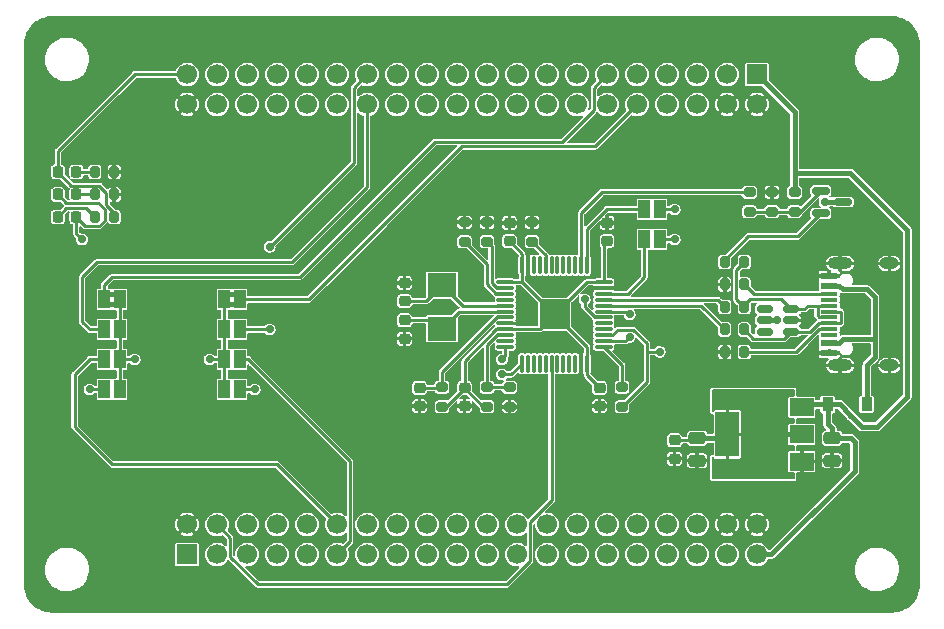
<source format=gbr>
%TF.GenerationSoftware,KiCad,Pcbnew,6.0.7+dfsg-1+b1*%
%TF.CreationDate,2022-09-10T20:58:05+08:00*%
%TF.ProjectId,prgstl,70726773-746c-42e6-9b69-6361645f7063,a*%
%TF.SameCoordinates,PX6c663e8PY79b8e38*%
%TF.FileFunction,Copper,L1,Top*%
%TF.FilePolarity,Positive*%
%FSLAX46Y46*%
G04 Gerber Fmt 4.6, Leading zero omitted, Abs format (unit mm)*
G04 Created by KiCad (PCBNEW 6.0.7+dfsg-1+b1) date 2022-09-10 20:58:05*
%MOMM*%
%LPD*%
G01*
G04 APERTURE LIST*
G04 Aperture macros list*
%AMRoundRect*
0 Rectangle with rounded corners*
0 $1 Rounding radius*
0 $2 $3 $4 $5 $6 $7 $8 $9 X,Y pos of 4 corners*
0 Add a 4 corners polygon primitive as box body*
4,1,4,$2,$3,$4,$5,$6,$7,$8,$9,$2,$3,0*
0 Add four circle primitives for the rounded corners*
1,1,$1+$1,$2,$3*
1,1,$1+$1,$4,$5*
1,1,$1+$1,$6,$7*
1,1,$1+$1,$8,$9*
0 Add four rect primitives between the rounded corners*
20,1,$1+$1,$2,$3,$4,$5,0*
20,1,$1+$1,$4,$5,$6,$7,0*
20,1,$1+$1,$6,$7,$8,$9,0*
20,1,$1+$1,$8,$9,$2,$3,0*%
G04 Aperture macros list end*
%TA.AperFunction,SMDPad,CuDef*%
%ADD10R,0.900000X1.200000*%
%TD*%
%TA.AperFunction,SMDPad,CuDef*%
%ADD11R,1.450000X0.600000*%
%TD*%
%TA.AperFunction,SMDPad,CuDef*%
%ADD12R,1.450000X0.300000*%
%TD*%
%TA.AperFunction,ComponentPad*%
%ADD13O,2.100000X1.000000*%
%TD*%
%TA.AperFunction,ComponentPad*%
%ADD14O,1.600000X1.000000*%
%TD*%
%TA.AperFunction,SMDPad,CuDef*%
%ADD15RoundRect,0.225000X0.250000X-0.225000X0.250000X0.225000X-0.250000X0.225000X-0.250000X-0.225000X0*%
%TD*%
%TA.AperFunction,SMDPad,CuDef*%
%ADD16RoundRect,0.225000X-0.250000X0.225000X-0.250000X-0.225000X0.250000X-0.225000X0.250000X0.225000X0*%
%TD*%
%TA.AperFunction,SMDPad,CuDef*%
%ADD17R,2.000000X1.500000*%
%TD*%
%TA.AperFunction,SMDPad,CuDef*%
%ADD18R,2.000000X3.800000*%
%TD*%
%TA.AperFunction,SMDPad,CuDef*%
%ADD19RoundRect,0.250000X-0.475000X0.250000X-0.475000X-0.250000X0.475000X-0.250000X0.475000X0.250000X0*%
%TD*%
%TA.AperFunction,SMDPad,CuDef*%
%ADD20RoundRect,0.218750X0.218750X0.256250X-0.218750X0.256250X-0.218750X-0.256250X0.218750X-0.256250X0*%
%TD*%
%TA.AperFunction,SMDPad,CuDef*%
%ADD21RoundRect,0.200000X-0.200000X-0.275000X0.200000X-0.275000X0.200000X0.275000X-0.200000X0.275000X0*%
%TD*%
%TA.AperFunction,ComponentPad*%
%ADD22R,1.700000X1.700000*%
%TD*%
%TA.AperFunction,ComponentPad*%
%ADD23C,1.700000*%
%TD*%
%TA.AperFunction,SMDPad,CuDef*%
%ADD24RoundRect,0.150000X-0.587500X-0.150000X0.587500X-0.150000X0.587500X0.150000X-0.587500X0.150000X0*%
%TD*%
%TA.AperFunction,SMDPad,CuDef*%
%ADD25RoundRect,0.200000X-0.275000X0.200000X-0.275000X-0.200000X0.275000X-0.200000X0.275000X0.200000X0*%
%TD*%
%TA.AperFunction,SMDPad,CuDef*%
%ADD26RoundRect,0.200000X0.200000X0.275000X-0.200000X0.275000X-0.200000X-0.275000X0.200000X-0.275000X0*%
%TD*%
%TA.AperFunction,SMDPad,CuDef*%
%ADD27R,1.000000X1.500000*%
%TD*%
%TA.AperFunction,SMDPad,CuDef*%
%ADD28R,2.400000X2.000000*%
%TD*%
%TA.AperFunction,SMDPad,CuDef*%
%ADD29RoundRect,0.075000X-0.662500X-0.075000X0.662500X-0.075000X0.662500X0.075000X-0.662500X0.075000X0*%
%TD*%
%TA.AperFunction,SMDPad,CuDef*%
%ADD30RoundRect,0.075000X-0.075000X-0.662500X0.075000X-0.662500X0.075000X0.662500X-0.075000X0.662500X0*%
%TD*%
%TA.AperFunction,SMDPad,CuDef*%
%ADD31RoundRect,0.200000X0.275000X-0.200000X0.275000X0.200000X-0.275000X0.200000X-0.275000X-0.200000X0*%
%TD*%
%TA.AperFunction,SMDPad,CuDef*%
%ADD32RoundRect,0.150000X0.512500X0.150000X-0.512500X0.150000X-0.512500X-0.150000X0.512500X-0.150000X0*%
%TD*%
%TA.AperFunction,ViaPad*%
%ADD33C,0.700000*%
%TD*%
%TA.AperFunction,Conductor*%
%ADD34C,0.228600*%
%TD*%
%TA.AperFunction,Conductor*%
%ADD35C,0.457200*%
%TD*%
%TA.AperFunction,Conductor*%
%ADD36C,0.381000*%
%TD*%
G04 APERTURE END LIST*
%TO.C,JP1*%
G36*
X8505000Y27505000D02*
G01*
X8005000Y27505000D01*
X8005000Y27905000D01*
X8505000Y27905000D01*
X8505000Y27505000D01*
G37*
G36*
X8505000Y26705000D02*
G01*
X8005000Y26705000D01*
X8005000Y27105000D01*
X8505000Y27105000D01*
X8505000Y26705000D01*
G37*
%TO.C,JP5*%
G36*
X18665000Y26705000D02*
G01*
X18165000Y26705000D01*
X18165000Y27105000D01*
X18665000Y27105000D01*
X18665000Y26705000D01*
G37*
G36*
X18665000Y27505000D02*
G01*
X18165000Y27505000D01*
X18165000Y27905000D01*
X18665000Y27905000D01*
X18665000Y27505000D01*
G37*
%TD*%
D10*
%TO.P,D4,1,K*%
%TO.N,+5V*%
X68835000Y18415000D03*
%TO.P,D4,2,A*%
%TO.N,VBUS*%
X72135000Y18415000D03*
%TD*%
D11*
%TO.P,J1,A1,GND*%
%TO.N,GND*%
X68980000Y22785000D03*
%TO.P,J1,A4,VBUS*%
%TO.N,VBUS*%
X68980000Y23585000D03*
D12*
%TO.P,J1,A5,CC1*%
%TO.N,Net-(J1-PadA5)*%
X68980000Y24785000D03*
%TO.P,J1,A6,D+*%
%TO.N,Net-(J1-PadA6)*%
X68980000Y25785000D03*
%TO.P,J1,A7,D-*%
%TO.N,Net-(J1-PadA7)*%
X68980000Y26285000D03*
%TO.P,J1,A8,SBU1*%
%TO.N,unconnected-(J1-PadA8)*%
X68980000Y27285000D03*
D11*
%TO.P,J1,A9,VBUS*%
%TO.N,VBUS*%
X68980000Y28485000D03*
%TO.P,J1,A12,GND*%
%TO.N,GND*%
X68980000Y29285000D03*
%TO.P,J1,B1,GND*%
X68980000Y29285000D03*
%TO.P,J1,B4,VBUS*%
%TO.N,VBUS*%
X68980000Y28485000D03*
D12*
%TO.P,J1,B5,CC2*%
%TO.N,Net-(J1-PadB5)*%
X68980000Y27785000D03*
%TO.P,J1,B6,D+*%
%TO.N,Net-(J1-PadA6)*%
X68980000Y26785000D03*
%TO.P,J1,B7,D-*%
%TO.N,Net-(J1-PadA7)*%
X68980000Y25285000D03*
%TO.P,J1,B8,SBU2*%
%TO.N,unconnected-(J1-PadB8)*%
X68980000Y24285000D03*
D11*
%TO.P,J1,B9,VBUS*%
%TO.N,VBUS*%
X68980000Y23585000D03*
%TO.P,J1,B12,GND*%
%TO.N,GND*%
X68980000Y22785000D03*
D13*
%TO.P,J1,S1,SHIELD*%
X69895000Y30355000D03*
D14*
X74075000Y30355000D03*
D13*
X69895000Y21715000D03*
D14*
X74075000Y21715000D03*
%TD*%
D15*
%TO.P,C3,1*%
%TO.N,+3V3*%
X41910000Y32245000D03*
%TO.P,C3,2*%
%TO.N,GND*%
X41910000Y33795000D03*
%TD*%
%TO.P,C4,1*%
%TO.N,+3V3*%
X50165000Y32245000D03*
%TO.P,C4,2*%
%TO.N,GND*%
X50165000Y33795000D03*
%TD*%
D16*
%TO.P,C5,1*%
%TO.N,+3V3*%
X38100000Y19825000D03*
%TO.P,C5,2*%
%TO.N,GND*%
X38100000Y18275000D03*
%TD*%
%TO.P,C7,1*%
%TO.N,+3V3*%
X49530000Y19825000D03*
%TO.P,C7,2*%
%TO.N,GND*%
X49530000Y18275000D03*
%TD*%
D17*
%TO.P,U1,1,GND*%
%TO.N,GND*%
X66650000Y13575000D03*
%TO.P,U1,2,VO*%
%TO.N,+3V3*%
X66650000Y15875000D03*
D18*
X60350000Y15875000D03*
D17*
%TO.P,U1,3,VI*%
%TO.N,+5V*%
X66650000Y18175000D03*
%TD*%
D19*
%TO.P,C1,1*%
%TO.N,+5V*%
X69215000Y15555000D03*
%TO.P,C1,2*%
%TO.N,GND*%
X69215000Y13655000D03*
%TD*%
D20*
%TO.P,D1,1,K*%
%TO.N,Net-(D1-Pad1)*%
X5232500Y38100000D03*
%TO.P,D1,2,A*%
%TO.N,+3V3*%
X3657500Y38100000D03*
%TD*%
D21*
%TO.P,R1,1*%
%TO.N,Net-(D1-Pad1)*%
X6795000Y38100000D03*
%TO.P,R1,2*%
%TO.N,GND*%
X8445000Y38100000D03*
%TD*%
D15*
%TO.P,C9,1*%
%TO.N,Net-(C9-Pad1)*%
X33020000Y27165000D03*
%TO.P,C9,2*%
%TO.N,GND*%
X33020000Y28715000D03*
%TD*%
D16*
%TO.P,C10,1*%
%TO.N,Net-(C10-Pad1)*%
X33020000Y25540000D03*
%TO.P,C10,2*%
%TO.N,GND*%
X33020000Y23990000D03*
%TD*%
D22*
%TO.P,J2,1,3.3V*%
%TO.N,+3V3*%
X14605000Y5715000D03*
D23*
%TO.P,J2,2,GND*%
%TO.N,GND*%
X14605000Y8255000D03*
%TO.P,J2,3,BO0*%
%TO.N,unconnected-(J2-Pad3)*%
X17145000Y5715000D03*
%TO.P,J2,4,NRST*%
%TO.N,T_RST*%
X17145000Y8255000D03*
%TO.P,J2,5,PC0*%
%TO.N,unconnected-(J2-Pad5)*%
X19685000Y5715000D03*
%TO.P,J2,6,PC1*%
%TO.N,unconnected-(J2-Pad6)*%
X19685000Y8255000D03*
%TO.P,J2,7,PC2*%
%TO.N,unconnected-(J2-Pad7)*%
X22225000Y5715000D03*
%TO.P,J2,8,PC3*%
%TO.N,unconnected-(J2-Pad8)*%
X22225000Y8255000D03*
%TO.P,J2,9,PA0*%
%TO.N,unconnected-(J2-Pad9)*%
X24765000Y5715000D03*
%TO.P,J2,10,PA1*%
%TO.N,unconnected-(J2-Pad10)*%
X24765000Y8255000D03*
%TO.P,J2,11,PA2*%
%TO.N,USART2_TX*%
X27305000Y5715000D03*
%TO.P,J2,12,PA3*%
%TO.N,USART2_RX*%
X27305000Y8255000D03*
%TO.P,J2,13,PA4*%
%TO.N,unconnected-(J2-Pad13)*%
X29845000Y5715000D03*
%TO.P,J2,14,PA5*%
%TO.N,unconnected-(J2-Pad14)*%
X29845000Y8255000D03*
%TO.P,J2,15,PA6*%
%TO.N,unconnected-(J2-Pad15)*%
X32385000Y5715000D03*
%TO.P,J2,16,PA7*%
%TO.N,unconnected-(J2-Pad16)*%
X32385000Y8255000D03*
%TO.P,J2,17,PC4*%
%TO.N,unconnected-(J2-Pad17)*%
X34925000Y5715000D03*
%TO.P,J2,18,PC5*%
%TO.N,unconnected-(J2-Pad18)*%
X34925000Y8255000D03*
%TO.P,J2,19,PB0*%
%TO.N,unconnected-(J2-Pad19)*%
X37465000Y5715000D03*
%TO.P,J2,20,PB1*%
%TO.N,unconnected-(J2-Pad20)*%
X37465000Y8255000D03*
%TO.P,J2,21,PB2*%
%TO.N,unconnected-(J2-Pad21)*%
X40005000Y5715000D03*
%TO.P,J2,22,U0*%
%TO.N,unconnected-(J2-Pad22)*%
X40005000Y8255000D03*
%TO.P,J2,23,PB10*%
%TO.N,USART3_TX*%
X42545000Y5715000D03*
%TO.P,J2,24,PB11*%
%TO.N,USART3_RX*%
X42545000Y8255000D03*
%TO.P,J2,25,PB12*%
%TO.N,unconnected-(J2-Pad25)*%
X45085000Y5715000D03*
%TO.P,J2,26,PB13*%
%TO.N,unconnected-(J2-Pad26)*%
X45085000Y8255000D03*
%TO.P,J2,27,PB14*%
%TO.N,unconnected-(J2-Pad27)*%
X47625000Y5715000D03*
%TO.P,J2,28,PB15*%
%TO.N,unconnected-(J2-Pad28)*%
X47625000Y8255000D03*
%TO.P,J2,29,PC6*%
%TO.N,unconnected-(J2-Pad29)*%
X50165000Y5715000D03*
%TO.P,J2,30,PC7*%
%TO.N,unconnected-(J2-Pad30)*%
X50165000Y8255000D03*
%TO.P,J2,31,PC8*%
%TO.N,unconnected-(J2-Pad31)*%
X52705000Y5715000D03*
%TO.P,J2,32,PC9*%
%TO.N,unconnected-(J2-Pad32)*%
X52705000Y8255000D03*
%TO.P,J2,33,U1*%
%TO.N,unconnected-(J2-Pad33)*%
X55245000Y5715000D03*
%TO.P,J2,34,U2*%
%TO.N,unconnected-(J2-Pad34)*%
X55245000Y8255000D03*
%TO.P,J2,35,U3*%
%TO.N,unconnected-(J2-Pad35)*%
X57785000Y5715000D03*
%TO.P,J2,36,U4*%
%TO.N,unconnected-(J2-Pad36)*%
X57785000Y8255000D03*
%TO.P,J2,37,3.3V*%
%TO.N,+3V3*%
X60325000Y5715000D03*
%TO.P,J2,38,GND*%
%TO.N,GND*%
X60325000Y8255000D03*
%TO.P,J2,39,5V*%
%TO.N,+5V*%
X62865000Y5715000D03*
%TO.P,J2,40,GND*%
%TO.N,GND*%
X62865000Y8255000D03*
D22*
%TO.P,J2,41,5V*%
%TO.N,+5V*%
X62865000Y46355000D03*
D23*
%TO.P,J2,42,GND*%
%TO.N,GND*%
X62865000Y43815000D03*
%TO.P,J2,43,3.3V*%
%TO.N,+3V3*%
X60325000Y46355000D03*
%TO.P,J2,44,GND*%
%TO.N,GND*%
X60325000Y43815000D03*
%TO.P,J2,45,U15*%
%TO.N,P_CLK*%
X57785000Y46355000D03*
%TO.P,J2,46,U16*%
%TO.N,P_DIO*%
X57785000Y43815000D03*
%TO.P,J2,47,U13*%
%TO.N,unconnected-(J2-Pad47)*%
X55245000Y46355000D03*
%TO.P,J2,48,U14*%
%TO.N,unconnected-(J2-Pad48)*%
X55245000Y43815000D03*
%TO.P,J2,49,PA8*%
%TO.N,unconnected-(J2-Pad49)*%
X52705000Y46355000D03*
%TO.P,J2,50,PA9*%
%TO.N,USART1_TX*%
X52705000Y43815000D03*
%TO.P,J2,51,PA10*%
%TO.N,USART1_RX*%
X50165000Y46355000D03*
%TO.P,J2,52,PA11*%
%TO.N,unconnected-(J2-Pad52)*%
X50165000Y43815000D03*
%TO.P,J2,53,PA12*%
%TO.N,unconnected-(J2-Pad53)*%
X47625000Y46355000D03*
%TO.P,J2,54,PA13*%
%TO.N,T_DIO*%
X47625000Y43815000D03*
%TO.P,J2,55,PA14*%
%TO.N,T_CLK*%
X45085000Y46355000D03*
%TO.P,J2,56,PA15*%
%TO.N,unconnected-(J2-Pad56)*%
X45085000Y43815000D03*
%TO.P,J2,57,U11*%
%TO.N,unconnected-(J2-Pad57)*%
X42545000Y46355000D03*
%TO.P,J2,58,U12*%
%TO.N,unconnected-(J2-Pad58)*%
X42545000Y43815000D03*
%TO.P,J2,59,PC10*%
%TO.N,unconnected-(J2-Pad59)*%
X40005000Y46355000D03*
%TO.P,J2,60,PC11*%
%TO.N,unconnected-(J2-Pad60)*%
X40005000Y43815000D03*
%TO.P,J2,61,PC12*%
%TO.N,unconnected-(J2-Pad61)*%
X37465000Y46355000D03*
%TO.P,J2,62,U8*%
%TO.N,unconnected-(J2-Pad62)*%
X37465000Y43815000D03*
%TO.P,J2,63,PD2*%
%TO.N,unconnected-(J2-Pad63)*%
X34925000Y46355000D03*
%TO.P,J2,64,PB3*%
%TO.N,T_SWO*%
X34925000Y43815000D03*
%TO.P,J2,65,PB4*%
%TO.N,unconnected-(J2-Pad65)*%
X32385000Y46355000D03*
%TO.P,J2,66,PB5*%
%TO.N,unconnected-(J2-Pad66)*%
X32385000Y43815000D03*
%TO.P,J2,67,PB6*%
%TO.N,USART1_TX_ALT*%
X29845000Y46355000D03*
%TO.P,J2,68,PB7*%
%TO.N,USART1_RX_ALT*%
X29845000Y43815000D03*
%TO.P,J2,69,PB8*%
%TO.N,unconnected-(J2-Pad69)*%
X27305000Y46355000D03*
%TO.P,J2,70,PB9*%
%TO.N,unconnected-(J2-Pad70)*%
X27305000Y43815000D03*
%TO.P,J2,71,U9*%
%TO.N,unconnected-(J2-Pad71)*%
X24765000Y46355000D03*
%TO.P,J2,72,U10*%
%TO.N,unconnected-(J2-Pad72)*%
X24765000Y43815000D03*
%TO.P,J2,73,PC14*%
%TO.N,unconnected-(J2-Pad73)*%
X22225000Y46355000D03*
%TO.P,J2,74,PC13*%
%TO.N,unconnected-(J2-Pad74)*%
X22225000Y43815000D03*
%TO.P,J2,75,U7*%
%TO.N,unconnected-(J2-Pad75)*%
X19685000Y46355000D03*
%TO.P,J2,76,PC15*%
%TO.N,unconnected-(J2-Pad76)*%
X19685000Y43815000D03*
%TO.P,J2,77,U5*%
%TO.N,unconnected-(J2-Pad77)*%
X17145000Y46355000D03*
%TO.P,J2,78,U6*%
%TO.N,unconnected-(J2-Pad78)*%
X17145000Y43815000D03*
%TO.P,J2,79,3.3V*%
%TO.N,+3V3*%
X14605000Y46355000D03*
%TO.P,J2,80,GND*%
%TO.N,GND*%
X14605000Y43815000D03*
%TD*%
D16*
%TO.P,C2,1*%
%TO.N,+3V3*%
X55880000Y15380000D03*
%TO.P,C2,2*%
%TO.N,GND*%
X55880000Y13830000D03*
%TD*%
D19*
%TO.P,C6,1*%
%TO.N,+3V3*%
X57785000Y15555000D03*
%TO.P,C6,2*%
%TO.N,GND*%
X57785000Y13655000D03*
%TD*%
D20*
%TO.P,D3,1,K*%
%TO.N,Net-(D3-Pad1)*%
X5232500Y36195000D03*
%TO.P,D3,2,A*%
%TO.N,LED*%
X3657500Y36195000D03*
%TD*%
D24*
%TO.P,Q1,1,B*%
%TO.N,Net-(Q1-Pad1)*%
X68277500Y36510000D03*
%TO.P,Q1,2,E*%
%TO.N,Net-(Q1-Pad2)*%
X68277500Y34610000D03*
%TO.P,Q1,3,C*%
%TO.N,+3V3*%
X70152500Y35560000D03*
%TD*%
D25*
%TO.P,R16,1*%
%TO.N,Net-(R16-Pad1)*%
X51435000Y19875000D03*
%TO.P,R16,2*%
%TO.N,T_DIO*%
X51435000Y18225000D03*
%TD*%
D26*
%TO.P,R2,1*%
%TO.N,+3V3*%
X8445000Y34290000D03*
%TO.P,R2,2*%
%TO.N,Net-(D2-Pad2)*%
X6795000Y34290000D03*
%TD*%
D21*
%TO.P,R3,1*%
%TO.N,Net-(D3-Pad1)*%
X6795000Y36195000D03*
%TO.P,R3,2*%
%TO.N,GND*%
X8445000Y36195000D03*
%TD*%
D27*
%TO.P,JP1,1,A*%
%TO.N,T_TX*%
X8905000Y27305000D03*
%TO.P,JP1,2,B*%
%TO.N,USART1_RX*%
X7605000Y27305000D03*
%TD*%
%TO.P,JP2,1,A*%
%TO.N,T_TX*%
X8905000Y24765000D03*
%TO.P,JP2,2,B*%
%TO.N,USART1_RX_ALT*%
X7605000Y24765000D03*
%TD*%
%TO.P,JP3,1,A*%
%TO.N,T_TX*%
X8905000Y22225000D03*
%TO.P,JP3,2,B*%
%TO.N,USART2_RX*%
X7605000Y22225000D03*
%TD*%
%TO.P,JP4,1,A*%
%TO.N,T_TX*%
X8905000Y19685000D03*
%TO.P,JP4,2,B*%
%TO.N,USART3_RX*%
X7605000Y19685000D03*
%TD*%
%TO.P,JP5,1,A*%
%TO.N,T_RX*%
X17765000Y27305000D03*
%TO.P,JP5,2,B*%
%TO.N,USART1_TX*%
X19065000Y27305000D03*
%TD*%
%TO.P,JP6,1,A*%
%TO.N,T_RX*%
X17765000Y24765000D03*
%TO.P,JP6,2,B*%
%TO.N,USART1_TX_ALT*%
X19065000Y24765000D03*
%TD*%
%TO.P,JP7,1,A*%
%TO.N,T_RX*%
X17765000Y22225000D03*
%TO.P,JP7,2,B*%
%TO.N,USART2_TX*%
X19065000Y22225000D03*
%TD*%
%TO.P,JP8,1,A*%
%TO.N,T_RX*%
X17765000Y19685000D03*
%TO.P,JP8,2,B*%
%TO.N,USART3_TX*%
X19065000Y19685000D03*
%TD*%
D20*
%TO.P,D2,1,K*%
%TO.N,LED*%
X5232500Y34290000D03*
%TO.P,D2,2,A*%
%TO.N,Net-(D2-Pad2)*%
X3657500Y34290000D03*
%TD*%
D25*
%TO.P,R15,1*%
%TO.N,GND*%
X38100000Y33845000D03*
%TO.P,R15,2*%
%TO.N,Net-(R15-Pad2)*%
X38100000Y32195000D03*
%TD*%
D28*
%TO.P,Y1,1,1*%
%TO.N,Net-(C9-Pad1)*%
X36195000Y28520000D03*
%TO.P,Y1,2,2*%
%TO.N,Net-(C10-Pad1)*%
X36195000Y24820000D03*
%TD*%
D29*
%TO.P,U2,1,VBAT*%
%TO.N,+3V3*%
X41557500Y28785000D03*
%TO.P,U2,2,PC13*%
%TO.N,Net-(R14-Pad1)*%
X41557500Y28285000D03*
%TO.P,U2,3,PC14*%
%TO.N,Net-(R15-Pad2)*%
X41557500Y27785000D03*
%TO.P,U2,4,PC15*%
%TO.N,unconnected-(U2-Pad4)*%
X41557500Y27285000D03*
%TO.P,U2,5,PD0*%
%TO.N,Net-(C9-Pad1)*%
X41557500Y26785000D03*
%TO.P,U2,6,PD1*%
%TO.N,Net-(C10-Pad1)*%
X41557500Y26285000D03*
%TO.P,U2,7,NRST*%
%TO.N,Net-(C8-Pad1)*%
X41557500Y25785000D03*
%TO.P,U2,8,VSSA*%
%TO.N,GND*%
X41557500Y25285000D03*
%TO.P,U2,9,VDDA*%
%TO.N,+3V3*%
X41557500Y24785000D03*
%TO.P,U2,10,PA0*%
%TO.N,Net-(R17-Pad2)*%
X41557500Y24285000D03*
%TO.P,U2,11,PA1*%
%TO.N,unconnected-(U2-Pad11)*%
X41557500Y23785000D03*
%TO.P,U2,12,PA2*%
%TO.N,T_TX*%
X41557500Y23285000D03*
D30*
%TO.P,U2,13,PA3*%
%TO.N,T_RX*%
X42970000Y21872500D03*
%TO.P,U2,14,PA4*%
%TO.N,unconnected-(U2-Pad14)*%
X43470000Y21872500D03*
%TO.P,U2,15,PA5*%
%TO.N,unconnected-(U2-Pad15)*%
X43970000Y21872500D03*
%TO.P,U2,16,PA6*%
%TO.N,unconnected-(U2-Pad16)*%
X44470000Y21872500D03*
%TO.P,U2,17,PA7*%
%TO.N,unconnected-(U2-Pad17)*%
X44970000Y21872500D03*
%TO.P,U2,18,PB0*%
%TO.N,T_RST*%
X45470000Y21872500D03*
%TO.P,U2,19,PB1*%
%TO.N,unconnected-(U2-Pad19)*%
X45970000Y21872500D03*
%TO.P,U2,20,PB2*%
%TO.N,unconnected-(U2-Pad20)*%
X46470000Y21872500D03*
%TO.P,U2,21,PB10*%
%TO.N,unconnected-(U2-Pad21)*%
X46970000Y21872500D03*
%TO.P,U2,22,PB11*%
%TO.N,unconnected-(U2-Pad22)*%
X47470000Y21872500D03*
%TO.P,U2,23,VSS*%
%TO.N,GND*%
X47970000Y21872500D03*
%TO.P,U2,24,VDD*%
%TO.N,+3V3*%
X48470000Y21872500D03*
D29*
%TO.P,U2,25,PB12*%
%TO.N,Net-(R16-Pad1)*%
X49882500Y23285000D03*
%TO.P,U2,26,PB13*%
%TO.N,T_CLK*%
X49882500Y23785000D03*
%TO.P,U2,27,PB14*%
%TO.N,T_DIO*%
X49882500Y24285000D03*
%TO.P,U2,28,PB15*%
%TO.N,unconnected-(U2-Pad28)*%
X49882500Y24785000D03*
%TO.P,U2,29,PA8*%
%TO.N,unconnected-(U2-Pad29)*%
X49882500Y25285000D03*
%TO.P,U2,30,PA9*%
%TO.N,LED*%
X49882500Y25785000D03*
%TO.P,U2,31,PA10*%
%TO.N,T_SWO*%
X49882500Y26285000D03*
%TO.P,U2,32,PA11*%
%TO.N,D-*%
X49882500Y26785000D03*
%TO.P,U2,33,PA12*%
%TO.N,D+*%
X49882500Y27285000D03*
%TO.P,U2,34,PA13*%
%TO.N,DIO*%
X49882500Y27785000D03*
%TO.P,U2,35,VSS*%
%TO.N,GND*%
X49882500Y28285000D03*
%TO.P,U2,36,VDD*%
%TO.N,+3V3*%
X49882500Y28785000D03*
D30*
%TO.P,U2,37,PA14*%
%TO.N,CLK*%
X48470000Y30197500D03*
%TO.P,U2,38,PA15*%
%TO.N,RENUM*%
X47970000Y30197500D03*
%TO.P,U2,39,PB3*%
%TO.N,unconnected-(U2-Pad39)*%
X47470000Y30197500D03*
%TO.P,U2,40,PB4*%
%TO.N,unconnected-(U2-Pad40)*%
X46970000Y30197500D03*
%TO.P,U2,41,PB5*%
%TO.N,unconnected-(U2-Pad41)*%
X46470000Y30197500D03*
%TO.P,U2,42,PB6*%
%TO.N,unconnected-(U2-Pad42)*%
X45970000Y30197500D03*
%TO.P,U2,43,PB7*%
%TO.N,unconnected-(U2-Pad43)*%
X45470000Y30197500D03*
%TO.P,U2,44,BOOT0*%
%TO.N,B0*%
X44970000Y30197500D03*
%TO.P,U2,45,PB8*%
%TO.N,unconnected-(U2-Pad45)*%
X44470000Y30197500D03*
%TO.P,U2,46,PB9*%
%TO.N,unconnected-(U2-Pad46)*%
X43970000Y30197500D03*
%TO.P,U2,47,VSS*%
%TO.N,GND*%
X43470000Y30197500D03*
%TO.P,U2,48,VDD*%
%TO.N,+3V3*%
X42970000Y30197500D03*
%TD*%
D16*
%TO.P,C8,1*%
%TO.N,Net-(C8-Pad1)*%
X34290000Y19825000D03*
%TO.P,C8,2*%
%TO.N,GND*%
X34290000Y18275000D03*
%TD*%
D31*
%TO.P,R11,1*%
%TO.N,+3V3*%
X36195000Y18225000D03*
%TO.P,R11,2*%
%TO.N,Net-(C8-Pad1)*%
X36195000Y19875000D03*
%TD*%
D25*
%TO.P,R7,1*%
%TO.N,+5V*%
X66040000Y36385000D03*
%TO.P,R7,2*%
%TO.N,Net-(Q1-Pad1)*%
X66040000Y34735000D03*
%TD*%
D31*
%TO.P,R8,1*%
%TO.N,Net-(Q1-Pad1)*%
X64135000Y34735000D03*
%TO.P,R8,2*%
%TO.N,GND*%
X64135000Y36385000D03*
%TD*%
%TO.P,R13,1*%
%TO.N,B0*%
X43815000Y32195000D03*
%TO.P,R13,2*%
%TO.N,GND*%
X43815000Y33845000D03*
%TD*%
D25*
%TO.P,R12,1*%
%TO.N,RENUM*%
X62230000Y36385000D03*
%TO.P,R12,2*%
%TO.N,Net-(Q1-Pad1)*%
X62230000Y34735000D03*
%TD*%
D31*
%TO.P,R14,1*%
%TO.N,Net-(R14-Pad1)*%
X40005000Y32195000D03*
%TO.P,R14,2*%
%TO.N,GND*%
X40005000Y33845000D03*
%TD*%
%TO.P,R17,1*%
%TO.N,+3V3*%
X40005000Y18225000D03*
%TO.P,R17,2*%
%TO.N,Net-(R17-Pad2)*%
X40005000Y19875000D03*
%TD*%
D25*
%TO.P,R18,1*%
%TO.N,Net-(R17-Pad2)*%
X41910000Y19875000D03*
%TO.P,R18,2*%
%TO.N,GND*%
X41910000Y18225000D03*
%TD*%
D32*
%TO.P,U3,1,IO1*%
%TO.N,Net-(J1-PadA7)*%
X65780500Y24577000D03*
%TO.P,U3,2,VN*%
%TO.N,GND*%
X65780500Y25527000D03*
%TO.P,U3,3,IO2*%
%TO.N,Net-(J1-PadA6)*%
X65780500Y26477000D03*
%TO.P,U3,4,IO3*%
%TO.N,unconnected-(U3-Pad4)*%
X63505500Y26477000D03*
%TO.P,U3,5,VP*%
%TO.N,+3V3*%
X63505500Y25527000D03*
%TO.P,U3,6,IO4*%
%TO.N,unconnected-(U3-Pad6)*%
X63505500Y24577000D03*
%TD*%
D21*
%TO.P,R4,1*%
%TO.N,GND*%
X60135000Y22860000D03*
%TO.P,R4,2*%
%TO.N,Net-(J1-PadA5)*%
X61785000Y22860000D03*
%TD*%
%TO.P,R10,1*%
%TO.N,D+*%
X60135000Y26670000D03*
%TO.P,R10,2*%
%TO.N,Net-(J1-PadA6)*%
X61785000Y26670000D03*
%TD*%
%TO.P,R9,1*%
%TO.N,D-*%
X60135000Y24765000D03*
%TO.P,R9,2*%
%TO.N,Net-(J1-PadA7)*%
X61785000Y24765000D03*
%TD*%
%TO.P,R6,1*%
%TO.N,Net-(Q1-Pad2)*%
X60135000Y30480000D03*
%TO.P,R6,2*%
%TO.N,Net-(J1-PadA6)*%
X61785000Y30480000D03*
%TD*%
%TO.P,R5,1*%
%TO.N,GND*%
X60135000Y28575000D03*
%TO.P,R5,2*%
%TO.N,Net-(J1-PadB5)*%
X61785000Y28575000D03*
%TD*%
D27*
%TO.P,JP9,1,A*%
%TO.N,CLK*%
X53325000Y34925000D03*
%TO.P,JP9,2,B*%
%TO.N,P_CLK*%
X54625000Y34925000D03*
%TD*%
%TO.P,JP10,1,A*%
%TO.N,DIO*%
X53325000Y32385000D03*
%TO.P,JP10,2,B*%
%TO.N,P_DIO*%
X54625000Y32385000D03*
%TD*%
D33*
%TO.N,+3V3*%
X64770000Y17780000D03*
X63500000Y17780000D03*
X62230000Y17780000D03*
X62230000Y13970000D03*
X63500000Y13970000D03*
X64770000Y13970000D03*
X45085000Y26670000D03*
X64770000Y15875000D03*
X62230000Y15875000D03*
X63500000Y15875000D03*
X45085000Y25400000D03*
X46355000Y26670000D03*
X68580000Y35560000D03*
X46355000Y25400000D03*
X64541400Y25527000D03*
%TO.N,GND*%
X42545000Y13335000D03*
X47625000Y13335000D03*
X73025000Y15240000D03*
X13335000Y15875000D03*
X17780000Y15875000D03*
X31115000Y15875000D03*
X46355000Y34290000D03*
X36195000Y26670000D03*
X67945000Y46355000D03*
X38100000Y25400000D03*
X45720000Y27940000D03*
X47625000Y26035000D03*
X71755000Y24765000D03*
X20320000Y26035000D03*
X38100000Y27940000D03*
X67310000Y25527000D03*
X8890000Y15875000D03*
X71755000Y27305000D03*
X43815000Y26035000D03*
X73025000Y12700000D03*
X33020000Y22860000D03*
X29845000Y29845000D03*
X45720000Y24130000D03*
X71755000Y35560000D03*
X35560000Y34290000D03*
X50800000Y29845000D03*
X67945000Y43815000D03*
X73025000Y10160000D03*
X73025000Y41275000D03*
X73025000Y43815000D03*
X73025000Y7620000D03*
X4445000Y8890000D03*
X33020000Y29845000D03*
X26035000Y26035000D03*
X28575000Y15875000D03*
X4445000Y12700000D03*
%TO.N,LED*%
X5715000Y32385000D03*
X48260000Y27305000D03*
%TO.N,T_DIO*%
X54610000Y22860000D03*
%TO.N,T_SWO*%
X52070000Y26035000D03*
%TO.N,T_CLK*%
X52070000Y24130000D03*
%TO.N,T_RX*%
X16510000Y22225000D03*
X41275000Y20955000D03*
%TO.N,T_TX*%
X41275000Y22225000D03*
X10160000Y22225000D03*
%TO.N,USART3_TX*%
X20320000Y19685000D03*
%TO.N,USART3_RX*%
X6350000Y19685000D03*
%TO.N,USART1_TX_ALT*%
X21590000Y24765000D03*
X21590000Y31750000D03*
%TO.N,P_CLK*%
X55880000Y34925000D03*
%TO.N,P_DIO*%
X55880000Y32385000D03*
%TD*%
D34*
%TO.N,+3V3*%
X38100000Y22087084D02*
X40797916Y24785000D01*
X3657500Y38100000D02*
X3657500Y39845000D01*
D35*
X45085000Y25400000D02*
X45085000Y26670000D01*
D34*
X38100000Y22087084D02*
X38100000Y19825000D01*
X44470000Y24785000D02*
X45085000Y25400000D01*
X46355000Y26670000D02*
X48470000Y28785000D01*
D35*
X46355000Y26670000D02*
X46355000Y25400000D01*
D34*
X42970000Y28785000D02*
X41557500Y28785000D01*
X42970000Y30197500D02*
X42970000Y31185000D01*
X40797916Y24785000D02*
X41557500Y24785000D01*
X7187624Y36936710D02*
X7778780Y36345554D01*
X48470000Y21872500D02*
X48470000Y20885000D01*
X49882500Y28785000D02*
X49882500Y31962500D01*
X3657500Y38100000D02*
X4820790Y36936710D01*
X3657500Y39845000D02*
X10167500Y46355000D01*
X48470000Y20885000D02*
X49530000Y19825000D01*
X48470000Y28785000D02*
X49882500Y28785000D01*
X45085000Y26670000D02*
X42970000Y28785000D01*
D35*
X45085000Y26670000D02*
X46355000Y26670000D01*
X57785000Y15555000D02*
X60030000Y15555000D01*
X70152500Y35560000D02*
X68580000Y35560000D01*
D34*
X14605000Y46355000D02*
X10167500Y46355000D01*
D35*
X46355000Y25400000D02*
X45085000Y25400000D01*
D34*
X48470000Y23285000D02*
X48470000Y21872500D01*
X7778780Y36345554D02*
X7778780Y35304343D01*
X7778780Y35304343D02*
X8445000Y34638123D01*
X42970000Y28785000D02*
X42970000Y30197500D01*
D36*
X63505500Y25527000D02*
X64541400Y25527000D01*
D34*
X36500000Y18225000D02*
X38100000Y19825000D01*
X4820790Y36936710D02*
X7187624Y36936710D01*
X55880000Y15380000D02*
X57610000Y15380000D01*
X46355000Y25400000D02*
X48470000Y23285000D01*
D35*
X64770000Y15875000D02*
X66650000Y15875000D01*
D34*
X41557500Y24785000D02*
X44470000Y24785000D01*
X39700000Y18225000D02*
X38100000Y19825000D01*
X42970000Y31185000D02*
X41910000Y32245000D01*
D35*
%TO.N,+5V*%
X69215000Y16385000D02*
X68835000Y16765000D01*
X70805000Y15555000D02*
X71120000Y15240000D01*
X75565000Y33215000D02*
X75545000Y33215000D01*
X69850000Y18415000D02*
X70773999Y17491001D01*
X71755000Y16510000D02*
X73025000Y16510000D01*
X64067081Y5715000D02*
X62865000Y5715000D01*
X70773999Y17433999D02*
X70831001Y17433999D01*
X68835000Y18415000D02*
X69850000Y18415000D01*
X62865000Y46355000D02*
X66040000Y43180000D01*
X71120000Y12767919D02*
X64067081Y5715000D01*
X66040000Y37990000D02*
X66040000Y36385000D01*
X73025000Y16510000D02*
X75565000Y19050000D01*
X68835000Y18415000D02*
X68835000Y16765000D01*
X70773999Y17491001D02*
X70773999Y17433999D01*
X70831001Y17433999D02*
X71755000Y16510000D01*
X69215000Y15555000D02*
X70805000Y15555000D01*
X69215000Y15555000D02*
X69215000Y16385000D01*
X71120000Y15240000D02*
X71120000Y12767919D01*
X66040000Y43180000D02*
X66040000Y37990000D01*
X70770000Y37990000D02*
X66040000Y37990000D01*
X75545000Y33215000D02*
X70770000Y37990000D01*
X68835000Y18415000D02*
X66890000Y18415000D01*
X75565000Y19050000D02*
X75565000Y33215000D01*
D36*
%TO.N,VBUS*%
X69783096Y23585000D02*
X68980000Y23585000D01*
X72835000Y23975000D02*
X72835000Y22455000D01*
X72835000Y27525000D02*
X72835000Y23975000D01*
X70173096Y23975000D02*
X69783096Y23585000D01*
X68980000Y28485000D02*
X69783096Y28485000D01*
X70113096Y28155000D02*
X72205000Y28155000D01*
X69783096Y28485000D02*
X70113096Y28155000D01*
X72205000Y28155000D02*
X72835000Y27525000D01*
X72135000Y21755000D02*
X72135000Y18415000D01*
X72835000Y23975000D02*
X70173096Y23975000D01*
X72835000Y22455000D02*
X72135000Y21755000D01*
D34*
%TO.N,Net-(C10-Pad1)*%
X37660000Y26285000D02*
X36195000Y24820000D01*
X41557500Y26285000D02*
X37660000Y26285000D01*
X33020000Y25540000D02*
X35475000Y25540000D01*
%TO.N,Net-(J1-PadA5)*%
X68980000Y24785000D02*
X68124938Y24785000D01*
X68124938Y24785000D02*
X66199938Y22860000D01*
X66199938Y22860000D02*
X61785000Y22860000D01*
%TO.N,Net-(J1-PadA7)*%
X69933600Y25285000D02*
X68980000Y25285000D01*
X69933600Y26285000D02*
X69971211Y26247389D01*
X65151299Y23985299D02*
X65743000Y24577000D01*
X68086108Y25285000D02*
X68980000Y25285000D01*
X68980000Y26285000D02*
X69933600Y26285000D01*
X65743000Y24577000D02*
X67378108Y24577000D01*
X69971211Y26247389D02*
X69971211Y25322611D01*
X69971211Y25322611D02*
X69933600Y25285000D01*
X67378108Y24577000D02*
X68086108Y25285000D01*
X61785000Y24765000D02*
X62564701Y23985299D01*
X62564701Y23985299D02*
X65151299Y23985299D01*
%TO.N,Net-(J1-PadA6)*%
X61118290Y29813290D02*
X61118290Y27336710D01*
X61785000Y26860000D02*
X62230000Y27305000D01*
X61118290Y27336710D02*
X61785000Y26670000D01*
X67988299Y26746899D02*
X67988299Y25921639D01*
X68980000Y26785000D02*
X68026400Y26785000D01*
X65780500Y26477000D02*
X66877000Y26477000D01*
X64915000Y27305000D02*
X65743000Y26477000D01*
X68026400Y26785000D02*
X67988299Y26746899D01*
X67988299Y25921639D02*
X68124938Y25785000D01*
X68124938Y25785000D02*
X68980000Y25785000D01*
X61785000Y30480000D02*
X61118290Y29813290D01*
X62230000Y27305000D02*
X64915000Y27305000D01*
X66877000Y26477000D02*
X67185000Y26785000D01*
X68026400Y26785000D02*
X67185000Y26785000D01*
%TO.N,Net-(J1-PadB5)*%
X68980000Y27785000D02*
X62575000Y27785000D01*
X62575000Y27785000D02*
X61785000Y28575000D01*
%TO.N,LED*%
X4398720Y35453780D02*
X3657500Y36195000D01*
X5715000Y32385000D02*
X5232500Y32867500D01*
X5973720Y33548780D02*
X7188114Y33548780D01*
X5232500Y34290000D02*
X5232500Y32867500D01*
X49145000Y25785000D02*
X48260000Y26670000D01*
X5232500Y34290000D02*
X5973720Y33548780D01*
X48260000Y26670000D02*
X48260000Y27305000D01*
X7188114Y33548780D02*
X7620000Y33980666D01*
X49882500Y25785000D02*
X49145000Y25785000D01*
X7620000Y33980666D02*
X7620000Y34925000D01*
X7091220Y35453780D02*
X4398720Y35453780D01*
X7620000Y34925000D02*
X7091220Y35453780D01*
%TO.N,Net-(Q1-Pad2)*%
X66306500Y32639000D02*
X68277500Y34610000D01*
X60135000Y30671000D02*
X62103000Y32639000D01*
X62103000Y32639000D02*
X66306500Y32639000D01*
%TO.N,Net-(Q1-Pad1)*%
X62230000Y34735000D02*
X64135000Y34735000D01*
X66040000Y34735000D02*
X66502500Y34735000D01*
X66502500Y34735000D02*
X68277500Y36510000D01*
X64135000Y34735000D02*
X66040000Y34735000D01*
%TO.N,D-*%
X58115000Y26785000D02*
X60135000Y24765000D01*
X49882500Y26785000D02*
X58115000Y26785000D01*
%TO.N,D+*%
X49882500Y27285000D02*
X59520000Y27285000D01*
X59520000Y27285000D02*
X60135000Y26670000D01*
%TO.N,B0*%
X44970000Y31040000D02*
X43815000Y32195000D01*
X44970000Y30197500D02*
X44970000Y31040000D01*
%TO.N,RENUM*%
X47970000Y30197500D02*
X47970000Y34635000D01*
X47970000Y34635000D02*
X49720000Y36385000D01*
X49720000Y36385000D02*
X62230000Y36385000D01*
%TO.N,T_DIO*%
X53530000Y22860000D02*
X54610000Y22860000D01*
X52366018Y24746702D02*
X51081702Y24746702D01*
X50620000Y24285000D02*
X49882500Y24285000D01*
X53530000Y23582720D02*
X52366018Y24746702D01*
X51081702Y24746702D02*
X50620000Y24285000D01*
X53530000Y22860000D02*
X53530000Y23582720D01*
X53530000Y22860000D02*
X53530000Y20320000D01*
X53530000Y20320000D02*
X51435000Y18225000D01*
%TO.N,Net-(R14-Pad1)*%
X41557500Y28285000D02*
X40836746Y28285000D01*
X40836746Y28285000D02*
X40386011Y28735735D01*
X40386011Y28735735D02*
X40386011Y31813989D01*
X40386011Y31813989D02*
X40005000Y32195000D01*
%TO.N,CLK*%
X50124614Y34925000D02*
X53325000Y34925000D01*
X48470000Y33270386D02*
X50124614Y34925000D01*
X48470000Y30197500D02*
X48470000Y33270386D01*
%TO.N,DIO*%
X53325000Y29195000D02*
X53325000Y32385000D01*
X49882500Y27785000D02*
X51915000Y27785000D01*
X51915000Y27785000D02*
X53325000Y29195000D01*
%TO.N,T_SWO*%
X49882500Y26285000D02*
X51820000Y26285000D01*
X51820000Y26285000D02*
X52070000Y26035000D01*
%TO.N,T_CLK*%
X51725000Y23785000D02*
X52070000Y24130000D01*
X49882500Y23785000D02*
X51725000Y23785000D01*
%TO.N,T_RST*%
X45470000Y10292718D02*
X43661701Y8484419D01*
X20572282Y3175000D02*
X18261701Y5485581D01*
X41657718Y3175000D02*
X20572282Y3175000D01*
X43661701Y5178983D02*
X41657718Y3175000D01*
X45470000Y21872500D02*
X45470000Y10292718D01*
X18261701Y7138299D02*
X17145000Y8255000D01*
X43661701Y8484419D02*
X43661701Y5178983D01*
X18261701Y5485581D02*
X18261701Y7138299D01*
%TO.N,T_RX*%
X17765000Y22225000D02*
X17765000Y24765000D01*
X17765000Y24765000D02*
X17765000Y27305000D01*
X41275000Y20955000D02*
X42052500Y20955000D01*
X16510000Y22225000D02*
X17765000Y22225000D01*
X42052500Y20955000D02*
X42970000Y21872500D01*
X17765000Y22225000D02*
X17765000Y19685000D01*
%TO.N,T_TX*%
X10160000Y22225000D02*
X8905000Y22225000D01*
X41557500Y23285000D02*
X41557500Y22507500D01*
X8905000Y27305000D02*
X8905000Y24765000D01*
X41557500Y22507500D02*
X41275000Y22225000D01*
X8905000Y22225000D02*
X8905000Y19685000D01*
X8905000Y24765000D02*
X8905000Y22225000D01*
%TO.N,Net-(R17-Pad2)*%
X40005000Y23453254D02*
X40836746Y24285000D01*
X40005000Y19875000D02*
X41910000Y19875000D01*
X40836746Y24285000D02*
X41557500Y24285000D01*
X40005000Y19875000D02*
X40005000Y23453254D01*
%TO.N,USART2_TX*%
X19065000Y22225000D02*
X19793600Y22225000D01*
X19793600Y22225000D02*
X28421701Y13596899D01*
X28421701Y6831701D02*
X27305000Y5715000D01*
X28421701Y13596899D02*
X28421701Y6831701D01*
%TO.N,USART2_RX*%
X6350000Y22225000D02*
X5080000Y20955000D01*
X8255000Y13335000D02*
X22225000Y13335000D01*
X5080000Y20955000D02*
X5080000Y16510000D01*
X7605000Y22225000D02*
X6350000Y22225000D01*
X5080000Y16510000D02*
X8255000Y13335000D01*
X22225000Y13335000D02*
X27305000Y8255000D01*
%TO.N,USART3_TX*%
X20320000Y19685000D02*
X19065000Y19685000D01*
%TO.N,USART3_RX*%
X6350000Y19685000D02*
X7605000Y19685000D01*
%TO.N,USART1_TX*%
X49149499Y40259499D02*
X52705000Y43815000D01*
X24891002Y27305000D02*
X37845501Y40259499D01*
X37845501Y40259499D02*
X49149499Y40259499D01*
X19065000Y27305000D02*
X24891002Y27305000D01*
%TO.N,USART1_RX*%
X7605000Y27305000D02*
X7605000Y28560000D01*
X49048300Y43333300D02*
X49048300Y45238300D01*
X35560000Y40640000D02*
X46355000Y40640000D01*
X24130000Y29210000D02*
X35560000Y40640000D01*
X8255000Y29210000D02*
X24130000Y29210000D01*
X7605000Y28560000D02*
X8255000Y29210000D01*
X49048300Y45238300D02*
X50165000Y46355000D01*
X46355000Y40640000D02*
X49048300Y43333300D01*
%TO.N,USART1_TX_ALT*%
X28728300Y38888300D02*
X28728300Y45238300D01*
X28728300Y45238300D02*
X29845000Y46355000D01*
X19065000Y24765000D02*
X21590000Y24765000D01*
X21590000Y31750000D02*
X28728300Y38888300D01*
%TO.N,USART1_RX_ALT*%
X23495000Y30480000D02*
X29845000Y36830000D01*
X6350000Y24765000D02*
X5715000Y25400000D01*
X5715000Y29210000D02*
X6985000Y30480000D01*
X29845000Y36830000D02*
X29845000Y43815000D01*
X7605000Y24765000D02*
X6350000Y24765000D01*
X5715000Y25400000D02*
X5715000Y29210000D01*
X6985000Y30480000D02*
X23495000Y30480000D01*
%TO.N,Net-(C8-Pad1)*%
X40820000Y25785000D02*
X41557500Y25785000D01*
X34290000Y19825000D02*
X36145000Y19825000D01*
X36195000Y19875000D02*
X36195000Y21160000D01*
X36195000Y21160000D02*
X40820000Y25785000D01*
%TO.N,Net-(C9-Pad1)*%
X37930000Y26785000D02*
X36195000Y28520000D01*
X33020000Y27165000D02*
X34840000Y27165000D01*
X41557500Y26785000D02*
X37930000Y26785000D01*
X34840000Y27165000D02*
X36195000Y28520000D01*
%TO.N,Net-(D1-Pad1)*%
X5232500Y38100000D02*
X6795000Y38100000D01*
%TO.N,Net-(D2-Pad2)*%
X6795000Y34290000D02*
X6053780Y35031220D01*
X6053780Y35031220D02*
X4398720Y35031220D01*
X4398720Y35031220D02*
X3657500Y34290000D01*
%TO.N,Net-(D3-Pad1)*%
X5232500Y36195000D02*
X6795000Y36195000D01*
%TO.N,Net-(R15-Pad2)*%
X41557500Y27785000D02*
X40797916Y27785000D01*
X40005000Y28577916D02*
X40005000Y30290000D01*
X40005000Y30290000D02*
X38100000Y32195000D01*
X40797916Y27785000D02*
X40005000Y28577916D01*
%TO.N,Net-(R16-Pad1)*%
X51435000Y21732500D02*
X49882500Y23285000D01*
X51435000Y19875000D02*
X51435000Y21732500D01*
%TO.N,P_CLK*%
X54625000Y34925000D02*
X55880000Y34925000D01*
%TO.N,P_DIO*%
X54625000Y32385000D02*
X55880000Y32385000D01*
%TD*%
%TA.AperFunction,Conductor*%
%TO.N,+3V3*%
G36*
X66013138Y19667407D02*
G01*
X66038858Y19622858D01*
X66040000Y19609800D01*
X66040000Y19153099D01*
X66022407Y19104761D01*
X65977858Y19079041D01*
X65964802Y19077899D01*
X65634944Y19077899D01*
X65590342Y19069028D01*
X65539766Y19035234D01*
X65505972Y18984658D01*
X65497100Y18940057D01*
X65497101Y17409944D01*
X65505972Y17365342D01*
X65539766Y17314766D01*
X65545923Y17310652D01*
X65584183Y17285087D01*
X65584184Y17285086D01*
X65590342Y17280972D01*
X65634943Y17272100D01*
X65964800Y17272100D01*
X66013138Y17254507D01*
X66038858Y17209958D01*
X66040000Y17196900D01*
X66040000Y16852600D01*
X66022407Y16804262D01*
X65977858Y16778542D01*
X65964800Y16777400D01*
X65638684Y16777400D01*
X65631363Y16776679D01*
X65597802Y16770003D01*
X65584377Y16764442D01*
X65546280Y16738986D01*
X65536014Y16728720D01*
X65510558Y16690623D01*
X65504997Y16677198D01*
X65498321Y16643637D01*
X65497600Y16636316D01*
X65497600Y16040659D01*
X65501297Y16030502D01*
X65506669Y16027400D01*
X66040000Y16027400D01*
X66040000Y15722600D01*
X65510859Y15722600D01*
X65500702Y15718903D01*
X65497600Y15713531D01*
X65497600Y15113684D01*
X65498321Y15106363D01*
X65504997Y15072802D01*
X65510558Y15059377D01*
X65536014Y15021280D01*
X65546280Y15011014D01*
X65584377Y14985558D01*
X65597802Y14979997D01*
X65631363Y14973321D01*
X65638684Y14972600D01*
X65964800Y14972600D01*
X66013138Y14955007D01*
X66038858Y14910458D01*
X66040000Y14897400D01*
X66040000Y14553099D01*
X66022407Y14504761D01*
X65977858Y14479041D01*
X65964802Y14477899D01*
X65634944Y14477899D01*
X65590342Y14469028D01*
X65539766Y14435234D01*
X65505972Y14384658D01*
X65497100Y14340057D01*
X65497101Y12809944D01*
X65505972Y12765342D01*
X65539766Y12714766D01*
X65545923Y12710652D01*
X65584183Y12685087D01*
X65584184Y12685086D01*
X65590342Y12680972D01*
X65634943Y12672100D01*
X65964800Y12672100D01*
X66013138Y12654507D01*
X66038858Y12609958D01*
X66040000Y12596900D01*
X66040000Y12140200D01*
X66022407Y12091862D01*
X65977858Y12066142D01*
X65964800Y12065000D01*
X59130200Y12065000D01*
X59081862Y12082593D01*
X59056142Y12127142D01*
X59055000Y12140200D01*
X59055000Y13913368D01*
X59072593Y13961706D01*
X59117142Y13987426D01*
X59167800Y13978493D01*
X59200865Y13939088D01*
X59203955Y13928039D01*
X59204997Y13922802D01*
X59210558Y13909377D01*
X59236014Y13871280D01*
X59246280Y13861014D01*
X59284377Y13835558D01*
X59297802Y13829997D01*
X59331363Y13823321D01*
X59338684Y13822600D01*
X60184341Y13822600D01*
X60194498Y13826297D01*
X60197600Y13831669D01*
X60197600Y13835859D01*
X60502400Y13835859D01*
X60506097Y13825702D01*
X60511469Y13822600D01*
X61361316Y13822600D01*
X61368637Y13823321D01*
X61402198Y13829997D01*
X61415623Y13835558D01*
X61453720Y13861014D01*
X61463986Y13871280D01*
X61489442Y13909377D01*
X61495003Y13922802D01*
X61501679Y13956363D01*
X61502400Y13963684D01*
X61502400Y15709341D01*
X61498703Y15719498D01*
X61493331Y15722600D01*
X60515659Y15722600D01*
X60505502Y15718903D01*
X60502400Y15713531D01*
X60502400Y13835859D01*
X60197600Y13835859D01*
X60197600Y16040659D01*
X60502400Y16040659D01*
X60506097Y16030502D01*
X60511469Y16027400D01*
X61489141Y16027400D01*
X61499298Y16031097D01*
X61502400Y16036469D01*
X61502400Y17786316D01*
X61501679Y17793637D01*
X61495003Y17827198D01*
X61489442Y17840623D01*
X61463986Y17878720D01*
X61453720Y17888986D01*
X61415623Y17914442D01*
X61402198Y17920003D01*
X61368637Y17926679D01*
X61361316Y17927400D01*
X60515659Y17927400D01*
X60505502Y17923703D01*
X60502400Y17918331D01*
X60502400Y16040659D01*
X60197600Y16040659D01*
X60197600Y17914141D01*
X60193903Y17924298D01*
X60188531Y17927400D01*
X59338684Y17927400D01*
X59331363Y17926679D01*
X59297802Y17920003D01*
X59284377Y17914442D01*
X59246280Y17888986D01*
X59236014Y17878720D01*
X59210558Y17840623D01*
X59204997Y17827198D01*
X59203955Y17821961D01*
X59177269Y17777985D01*
X59128560Y17761450D01*
X59080617Y17780094D01*
X59055875Y17825192D01*
X59055000Y17836632D01*
X59055000Y19609800D01*
X59072593Y19658138D01*
X59117142Y19683858D01*
X59130200Y19685000D01*
X65964800Y19685000D01*
X66013138Y19667407D01*
G37*
%TD.AperFunction*%
%TD*%
%TA.AperFunction,Conductor*%
%TO.N,+3V3*%
G36*
X46963138Y27287407D02*
G01*
X46988858Y27242858D01*
X46990000Y27229800D01*
X46990000Y24840200D01*
X46972407Y24791862D01*
X46927858Y24766142D01*
X46914800Y24765000D01*
X44525200Y24765000D01*
X44476862Y24782593D01*
X44451142Y24827142D01*
X44450000Y24840200D01*
X44450000Y27229800D01*
X44467593Y27278138D01*
X44512142Y27303858D01*
X44525200Y27305000D01*
X46914800Y27305000D01*
X46963138Y27287407D01*
G37*
%TD.AperFunction*%
%TD*%
%TA.AperFunction,Conductor*%
%TO.N,GND*%
G36*
X74284431Y51279538D02*
G01*
X74285435Y51279269D01*
X74295000Y51276706D01*
X74304563Y51279269D01*
X74312737Y51279269D01*
X74323622Y51280369D01*
X74578197Y51264969D01*
X74587211Y51263874D01*
X74861794Y51213555D01*
X74870611Y51211382D01*
X74990380Y51174061D01*
X75137138Y51128329D01*
X75145618Y51125113D01*
X75400194Y51010538D01*
X75408230Y51006321D01*
X75647146Y50861891D01*
X75654605Y50856742D01*
X75874361Y50684574D01*
X75881158Y50678552D01*
X76078552Y50481158D01*
X76084574Y50474361D01*
X76256742Y50254605D01*
X76261891Y50247146D01*
X76371854Y50065246D01*
X76406320Y50008232D01*
X76410538Y50000194D01*
X76507025Y49785810D01*
X76525111Y49745624D01*
X76528331Y49737133D01*
X76611382Y49470611D01*
X76613555Y49461794D01*
X76663874Y49187211D01*
X76664969Y49178197D01*
X76680369Y48923622D01*
X76679269Y48912737D01*
X76679269Y48904563D01*
X76676706Y48895000D01*
X76679268Y48885438D01*
X76679538Y48884431D01*
X76682100Y48864968D01*
X76682100Y3205032D01*
X76679538Y3185570D01*
X76676706Y3175000D01*
X76679269Y3165437D01*
X76679269Y3157263D01*
X76680369Y3146378D01*
X76664969Y2891803D01*
X76663874Y2882789D01*
X76613555Y2608206D01*
X76611382Y2599389D01*
X76528331Y2332867D01*
X76525113Y2324382D01*
X76410540Y2069809D01*
X76406321Y2061770D01*
X76261891Y1822854D01*
X76256742Y1815395D01*
X76084574Y1595639D01*
X76078552Y1588842D01*
X75881158Y1391448D01*
X75874361Y1385426D01*
X75654605Y1213258D01*
X75647146Y1208109D01*
X75408232Y1063680D01*
X75400194Y1059462D01*
X75145618Y944887D01*
X75137138Y941671D01*
X74990380Y895939D01*
X74870611Y858618D01*
X74861794Y856445D01*
X74587211Y806126D01*
X74578197Y805031D01*
X74323622Y789631D01*
X74312737Y790731D01*
X74304563Y790731D01*
X74295000Y793294D01*
X74285438Y790732D01*
X74284431Y790462D01*
X74264968Y787900D01*
X3205032Y787900D01*
X3185569Y790462D01*
X3184562Y790732D01*
X3175000Y793294D01*
X3165437Y790731D01*
X3157263Y790731D01*
X3146378Y789631D01*
X2891803Y805031D01*
X2882789Y806126D01*
X2608206Y856445D01*
X2599389Y858618D01*
X2479620Y895939D01*
X2332862Y941671D01*
X2324382Y944887D01*
X2069806Y1059462D01*
X2061768Y1063680D01*
X1822854Y1208109D01*
X1815395Y1213258D01*
X1595639Y1385426D01*
X1588842Y1391448D01*
X1391448Y1588842D01*
X1385426Y1595639D01*
X1213258Y1815395D01*
X1208109Y1822854D01*
X1063679Y2061770D01*
X1059460Y2069809D01*
X944887Y2324382D01*
X941669Y2332867D01*
X858618Y2599389D01*
X856445Y2608206D01*
X806126Y2882789D01*
X805031Y2891803D01*
X789631Y3146378D01*
X790731Y3157263D01*
X790731Y3165437D01*
X793294Y3175000D01*
X790462Y3185570D01*
X787900Y3205032D01*
X787900Y4402905D01*
X2590028Y4402905D01*
X2590287Y4400191D01*
X2590287Y4400187D01*
X2607840Y4216207D01*
X2615534Y4135569D01*
X2679364Y3874715D01*
X2780182Y3625808D01*
X2781557Y3623460D01*
X2887522Y3442486D01*
X2915875Y3394062D01*
X3083601Y3184331D01*
X3085595Y3182469D01*
X3085598Y3182465D01*
X3111170Y3158577D01*
X3279846Y3001009D01*
X3500499Y2847936D01*
X3502933Y2846725D01*
X3502940Y2846721D01*
X3738491Y2729537D01*
X3738495Y2729535D01*
X3740938Y2728320D01*
X3996126Y2644665D01*
X3998810Y2644199D01*
X3998814Y2644198D01*
X4258452Y2599117D01*
X4258456Y2599117D01*
X4260717Y2598724D01*
X4345567Y2594500D01*
X4513223Y2594500D01*
X4712846Y2608984D01*
X4975080Y2666880D01*
X4977622Y2667843D01*
X4977625Y2667844D01*
X5223664Y2761060D01*
X5226211Y2762025D01*
X5383674Y2849488D01*
X5458587Y2891099D01*
X5460976Y2892426D01*
X5474260Y2902564D01*
X5672294Y3053698D01*
X5672298Y3053702D01*
X5674458Y3055350D01*
X5862185Y3247386D01*
X5863790Y3249591D01*
X6018621Y3462305D01*
X6018622Y3462307D01*
X6020225Y3464509D01*
X6105089Y3625808D01*
X6143998Y3699763D01*
X6144000Y3699768D01*
X6145265Y3702172D01*
X6234688Y3955397D01*
X6286620Y4218878D01*
X6299972Y4487095D01*
X6288395Y4608443D01*
X6274725Y4751719D01*
X6274724Y4751722D01*
X6274466Y4754431D01*
X6272878Y4760923D01*
X6231033Y4931929D01*
X6210636Y5015285D01*
X6186560Y5074727D01*
X6110838Y5261674D01*
X6110837Y5261675D01*
X6109818Y5264192D01*
X6029421Y5401500D01*
X5975503Y5493585D01*
X5975501Y5493588D01*
X5974125Y5495938D01*
X5941489Y5536748D01*
X5855266Y5644564D01*
X5806399Y5705669D01*
X5804405Y5707531D01*
X5804402Y5707535D01*
X5612145Y5887131D01*
X5610154Y5888991D01*
X5389501Y6042064D01*
X5387067Y6043275D01*
X5387060Y6043279D01*
X5151509Y6160463D01*
X5151505Y6160465D01*
X5149062Y6161680D01*
X4893874Y6245335D01*
X4891190Y6245801D01*
X4891186Y6245802D01*
X4631548Y6290883D01*
X4631544Y6290883D01*
X4629283Y6291276D01*
X4544433Y6295500D01*
X4376777Y6295500D01*
X4177154Y6281016D01*
X3914920Y6223120D01*
X3912378Y6222157D01*
X3912375Y6222156D01*
X3686016Y6136396D01*
X3663789Y6127975D01*
X3661407Y6126652D01*
X3661405Y6126651D01*
X3431413Y5998901D01*
X3429024Y5997574D01*
X3426855Y5995919D01*
X3426854Y5995918D01*
X3217706Y5836302D01*
X3217702Y5836298D01*
X3215542Y5834650D01*
X3027815Y5642614D01*
X3026210Y5640409D01*
X2920650Y5495385D01*
X2869775Y5425491D01*
X2868508Y5423083D01*
X2868505Y5423078D01*
X2757827Y5212712D01*
X2744735Y5187828D01*
X2655312Y4934603D01*
X2603380Y4671122D01*
X2603245Y4668407D01*
X2603244Y4668400D01*
X2599230Y4587762D01*
X2590028Y4402905D01*
X787900Y4402905D01*
X787900Y6580057D01*
X13602100Y6580057D01*
X13602101Y4849944D01*
X13610972Y4805342D01*
X13644766Y4754766D01*
X13650923Y4750652D01*
X13689183Y4725087D01*
X13689184Y4725086D01*
X13695342Y4720972D01*
X13702606Y4719527D01*
X13724922Y4715088D01*
X13739943Y4712100D01*
X14604882Y4712100D01*
X15470056Y4712101D01*
X15514658Y4720972D01*
X15565234Y4754766D01*
X15589801Y4791533D01*
X15594913Y4799183D01*
X15594914Y4799184D01*
X15599028Y4805342D01*
X15607900Y4849943D01*
X15607899Y5729070D01*
X16137345Y5729070D01*
X16137653Y5725402D01*
X16137653Y5725399D01*
X16140889Y5686862D01*
X16153803Y5533081D01*
X16208015Y5344021D01*
X16297916Y5169092D01*
X16420083Y5014956D01*
X16422877Y5012578D01*
X16422878Y5012577D01*
X16457691Y4982949D01*
X16569862Y4887484D01*
X16573063Y4885695D01*
X16573066Y4885693D01*
X16611656Y4864126D01*
X16741547Y4791533D01*
X16745044Y4790397D01*
X16745048Y4790395D01*
X16818692Y4766467D01*
X16928600Y4730756D01*
X17035984Y4717951D01*
X17120237Y4707904D01*
X17120239Y4707904D01*
X17123895Y4707468D01*
X17319994Y4722557D01*
X17443627Y4757076D01*
X17505883Y4774458D01*
X17505885Y4774459D01*
X17509428Y4775448D01*
X17649727Y4846318D01*
X17681697Y4862467D01*
X17681698Y4862468D01*
X17684981Y4864126D01*
X17815623Y4966195D01*
X17837067Y4982949D01*
X17839966Y4985214D01*
X17968480Y5134099D01*
X18016386Y5218429D01*
X18055560Y5251768D01*
X18106998Y5252127D01*
X18134946Y5234458D01*
X20359494Y3009910D01*
X20368846Y2998515D01*
X20379641Y2982359D01*
X20385798Y2978245D01*
X20385799Y2978244D01*
X20401951Y2967452D01*
X20401953Y2967451D01*
X20468025Y2923303D01*
X20572282Y2902564D01*
X20579546Y2904009D01*
X20591340Y2906355D01*
X20606011Y2907800D01*
X41623989Y2907800D01*
X41638660Y2906355D01*
X41657718Y2902564D01*
X41664982Y2904009D01*
X41754711Y2921858D01*
X41761975Y2923303D01*
X41828047Y2967451D01*
X41850359Y2982359D01*
X41861154Y2998515D01*
X41870506Y3009910D01*
X43263501Y4402905D01*
X71170028Y4402905D01*
X71170287Y4400191D01*
X71170287Y4400187D01*
X71187840Y4216207D01*
X71195534Y4135569D01*
X71259364Y3874715D01*
X71360182Y3625808D01*
X71361557Y3623460D01*
X71467522Y3442486D01*
X71495875Y3394062D01*
X71663601Y3184331D01*
X71665595Y3182469D01*
X71665598Y3182465D01*
X71691170Y3158577D01*
X71859846Y3001009D01*
X72080499Y2847936D01*
X72082933Y2846725D01*
X72082940Y2846721D01*
X72318491Y2729537D01*
X72318495Y2729535D01*
X72320938Y2728320D01*
X72576126Y2644665D01*
X72578810Y2644199D01*
X72578814Y2644198D01*
X72838452Y2599117D01*
X72838456Y2599117D01*
X72840717Y2598724D01*
X72925567Y2594500D01*
X73093223Y2594500D01*
X73292846Y2608984D01*
X73555080Y2666880D01*
X73557622Y2667843D01*
X73557625Y2667844D01*
X73803664Y2761060D01*
X73806211Y2762025D01*
X73963674Y2849488D01*
X74038587Y2891099D01*
X74040976Y2892426D01*
X74054260Y2902564D01*
X74252294Y3053698D01*
X74252298Y3053702D01*
X74254458Y3055350D01*
X74442185Y3247386D01*
X74443790Y3249591D01*
X74598621Y3462305D01*
X74598622Y3462307D01*
X74600225Y3464509D01*
X74685089Y3625808D01*
X74723998Y3699763D01*
X74724000Y3699768D01*
X74725265Y3702172D01*
X74814688Y3955397D01*
X74866620Y4218878D01*
X74879972Y4487095D01*
X74868395Y4608443D01*
X74854725Y4751719D01*
X74854724Y4751722D01*
X74854466Y4754431D01*
X74852878Y4760923D01*
X74811033Y4931929D01*
X74790636Y5015285D01*
X74766560Y5074727D01*
X74690838Y5261674D01*
X74690837Y5261675D01*
X74689818Y5264192D01*
X74609421Y5401500D01*
X74555503Y5493585D01*
X74555501Y5493588D01*
X74554125Y5495938D01*
X74521489Y5536748D01*
X74435266Y5644564D01*
X74386399Y5705669D01*
X74384405Y5707531D01*
X74384402Y5707535D01*
X74192145Y5887131D01*
X74190154Y5888991D01*
X73969501Y6042064D01*
X73967067Y6043275D01*
X73967060Y6043279D01*
X73731509Y6160463D01*
X73731505Y6160465D01*
X73729062Y6161680D01*
X73473874Y6245335D01*
X73471190Y6245801D01*
X73471186Y6245802D01*
X73211548Y6290883D01*
X73211544Y6290883D01*
X73209283Y6291276D01*
X73124433Y6295500D01*
X72956777Y6295500D01*
X72757154Y6281016D01*
X72494920Y6223120D01*
X72492378Y6222157D01*
X72492375Y6222156D01*
X72266016Y6136396D01*
X72243789Y6127975D01*
X72241407Y6126652D01*
X72241405Y6126651D01*
X72011413Y5998901D01*
X72009024Y5997574D01*
X72006855Y5995919D01*
X72006854Y5995918D01*
X71797706Y5836302D01*
X71797702Y5836298D01*
X71795542Y5834650D01*
X71607815Y5642614D01*
X71606210Y5640409D01*
X71500650Y5495385D01*
X71449775Y5425491D01*
X71448508Y5423083D01*
X71448505Y5423078D01*
X71337827Y5212712D01*
X71324735Y5187828D01*
X71235312Y4934603D01*
X71183380Y4671122D01*
X71183245Y4668407D01*
X71183244Y4668400D01*
X71179230Y4587762D01*
X71170028Y4402905D01*
X43263501Y4402905D01*
X43826791Y4966195D01*
X43838187Y4975548D01*
X43848186Y4982229D01*
X43854342Y4986342D01*
X43913398Y5074727D01*
X43919886Y5107344D01*
X43934137Y5178983D01*
X43930346Y5198041D01*
X43928901Y5212712D01*
X43928901Y5702628D01*
X43936796Y5724319D01*
X43932690Y5730499D01*
X44072961Y5730499D01*
X44074766Y5728348D01*
X44079037Y5708921D01*
X44093803Y5533081D01*
X44148015Y5344021D01*
X44237916Y5169092D01*
X44360083Y5014956D01*
X44362877Y5012578D01*
X44362878Y5012577D01*
X44397691Y4982949D01*
X44509862Y4887484D01*
X44513063Y4885695D01*
X44513066Y4885693D01*
X44551656Y4864126D01*
X44681547Y4791533D01*
X44685044Y4790397D01*
X44685048Y4790395D01*
X44758692Y4766467D01*
X44868600Y4730756D01*
X44975984Y4717951D01*
X45060237Y4707904D01*
X45060239Y4707904D01*
X45063895Y4707468D01*
X45259994Y4722557D01*
X45383627Y4757076D01*
X45445883Y4774458D01*
X45445885Y4774459D01*
X45449428Y4775448D01*
X45589727Y4846318D01*
X45621697Y4862467D01*
X45621698Y4862468D01*
X45624981Y4864126D01*
X45755623Y4966195D01*
X45777067Y4982949D01*
X45779966Y4985214D01*
X45908480Y5134099D01*
X45938104Y5186247D01*
X46003810Y5301909D01*
X46003812Y5301912D01*
X46005628Y5305110D01*
X46039090Y5405700D01*
X46066548Y5488240D01*
X46066549Y5488243D01*
X46067710Y5491734D01*
X46092360Y5686862D01*
X46092753Y5715000D01*
X46092548Y5717093D01*
X46091374Y5729070D01*
X46617345Y5729070D01*
X46617653Y5725402D01*
X46617653Y5725399D01*
X46620889Y5686862D01*
X46633803Y5533081D01*
X46688015Y5344021D01*
X46777916Y5169092D01*
X46900083Y5014956D01*
X46902877Y5012578D01*
X46902878Y5012577D01*
X46937691Y4982949D01*
X47049862Y4887484D01*
X47053063Y4885695D01*
X47053066Y4885693D01*
X47091656Y4864126D01*
X47221547Y4791533D01*
X47225044Y4790397D01*
X47225048Y4790395D01*
X47298692Y4766467D01*
X47408600Y4730756D01*
X47515984Y4717951D01*
X47600237Y4707904D01*
X47600239Y4707904D01*
X47603895Y4707468D01*
X47799994Y4722557D01*
X47923627Y4757076D01*
X47985883Y4774458D01*
X47985885Y4774459D01*
X47989428Y4775448D01*
X48129727Y4846318D01*
X48161697Y4862467D01*
X48161698Y4862468D01*
X48164981Y4864126D01*
X48295623Y4966195D01*
X48317067Y4982949D01*
X48319966Y4985214D01*
X48448480Y5134099D01*
X48478104Y5186247D01*
X48543810Y5301909D01*
X48543812Y5301912D01*
X48545628Y5305110D01*
X48579090Y5405700D01*
X48606548Y5488240D01*
X48606549Y5488243D01*
X48607710Y5491734D01*
X48632360Y5686862D01*
X48632753Y5715000D01*
X48632548Y5717093D01*
X48631374Y5729070D01*
X49157345Y5729070D01*
X49157653Y5725402D01*
X49157653Y5725399D01*
X49160889Y5686862D01*
X49173803Y5533081D01*
X49228015Y5344021D01*
X49317916Y5169092D01*
X49440083Y5014956D01*
X49442877Y5012578D01*
X49442878Y5012577D01*
X49477691Y4982949D01*
X49589862Y4887484D01*
X49593063Y4885695D01*
X49593066Y4885693D01*
X49631656Y4864126D01*
X49761547Y4791533D01*
X49765044Y4790397D01*
X49765048Y4790395D01*
X49838692Y4766467D01*
X49948600Y4730756D01*
X50055984Y4717951D01*
X50140237Y4707904D01*
X50140239Y4707904D01*
X50143895Y4707468D01*
X50339994Y4722557D01*
X50463627Y4757076D01*
X50525883Y4774458D01*
X50525885Y4774459D01*
X50529428Y4775448D01*
X50669727Y4846318D01*
X50701697Y4862467D01*
X50701698Y4862468D01*
X50704981Y4864126D01*
X50835623Y4966195D01*
X50857067Y4982949D01*
X50859966Y4985214D01*
X50988480Y5134099D01*
X51018104Y5186247D01*
X51083810Y5301909D01*
X51083812Y5301912D01*
X51085628Y5305110D01*
X51119090Y5405700D01*
X51146548Y5488240D01*
X51146549Y5488243D01*
X51147710Y5491734D01*
X51172360Y5686862D01*
X51172753Y5715000D01*
X51172548Y5717093D01*
X51171374Y5729070D01*
X51697345Y5729070D01*
X51697653Y5725402D01*
X51697653Y5725399D01*
X51700889Y5686862D01*
X51713803Y5533081D01*
X51768015Y5344021D01*
X51857916Y5169092D01*
X51980083Y5014956D01*
X51982877Y5012578D01*
X51982878Y5012577D01*
X52017691Y4982949D01*
X52129862Y4887484D01*
X52133063Y4885695D01*
X52133066Y4885693D01*
X52171656Y4864126D01*
X52301547Y4791533D01*
X52305044Y4790397D01*
X52305048Y4790395D01*
X52378692Y4766467D01*
X52488600Y4730756D01*
X52595984Y4717951D01*
X52680237Y4707904D01*
X52680239Y4707904D01*
X52683895Y4707468D01*
X52879994Y4722557D01*
X53003627Y4757076D01*
X53065883Y4774458D01*
X53065885Y4774459D01*
X53069428Y4775448D01*
X53209727Y4846318D01*
X53241697Y4862467D01*
X53241698Y4862468D01*
X53244981Y4864126D01*
X53375623Y4966195D01*
X53397067Y4982949D01*
X53399966Y4985214D01*
X53528480Y5134099D01*
X53558104Y5186247D01*
X53623810Y5301909D01*
X53623812Y5301912D01*
X53625628Y5305110D01*
X53659090Y5405700D01*
X53686548Y5488240D01*
X53686549Y5488243D01*
X53687710Y5491734D01*
X53712360Y5686862D01*
X53712753Y5715000D01*
X53712548Y5717093D01*
X53711374Y5729070D01*
X54237345Y5729070D01*
X54237653Y5725402D01*
X54237653Y5725399D01*
X54240889Y5686862D01*
X54253803Y5533081D01*
X54308015Y5344021D01*
X54397916Y5169092D01*
X54520083Y5014956D01*
X54522877Y5012578D01*
X54522878Y5012577D01*
X54557691Y4982949D01*
X54669862Y4887484D01*
X54673063Y4885695D01*
X54673066Y4885693D01*
X54711656Y4864126D01*
X54841547Y4791533D01*
X54845044Y4790397D01*
X54845048Y4790395D01*
X54918692Y4766467D01*
X55028600Y4730756D01*
X55135984Y4717951D01*
X55220237Y4707904D01*
X55220239Y4707904D01*
X55223895Y4707468D01*
X55419994Y4722557D01*
X55543627Y4757076D01*
X55605883Y4774458D01*
X55605885Y4774459D01*
X55609428Y4775448D01*
X55749727Y4846318D01*
X55781697Y4862467D01*
X55781698Y4862468D01*
X55784981Y4864126D01*
X55915623Y4966195D01*
X55937067Y4982949D01*
X55939966Y4985214D01*
X56068480Y5134099D01*
X56098104Y5186247D01*
X56163810Y5301909D01*
X56163812Y5301912D01*
X56165628Y5305110D01*
X56199090Y5405700D01*
X56226548Y5488240D01*
X56226549Y5488243D01*
X56227710Y5491734D01*
X56252360Y5686862D01*
X56252753Y5715000D01*
X56252548Y5717093D01*
X56251374Y5729070D01*
X56777345Y5729070D01*
X56777653Y5725402D01*
X56777653Y5725399D01*
X56780889Y5686862D01*
X56793803Y5533081D01*
X56848015Y5344021D01*
X56937916Y5169092D01*
X57060083Y5014956D01*
X57062877Y5012578D01*
X57062878Y5012577D01*
X57097691Y4982949D01*
X57209862Y4887484D01*
X57213063Y4885695D01*
X57213066Y4885693D01*
X57251656Y4864126D01*
X57381547Y4791533D01*
X57385044Y4790397D01*
X57385048Y4790395D01*
X57458692Y4766467D01*
X57568600Y4730756D01*
X57675984Y4717951D01*
X57760237Y4707904D01*
X57760239Y4707904D01*
X57763895Y4707468D01*
X57959994Y4722557D01*
X58083627Y4757076D01*
X58145883Y4774458D01*
X58145885Y4774459D01*
X58149428Y4775448D01*
X58289727Y4846318D01*
X58321697Y4862467D01*
X58321698Y4862468D01*
X58324981Y4864126D01*
X58455623Y4966195D01*
X58477067Y4982949D01*
X58479966Y4985214D01*
X58608480Y5134099D01*
X58638104Y5186247D01*
X58703810Y5301909D01*
X58703812Y5301912D01*
X58705628Y5305110D01*
X58739090Y5405700D01*
X58766548Y5488240D01*
X58766549Y5488243D01*
X58767710Y5491734D01*
X58792360Y5686862D01*
X58792753Y5715000D01*
X58792548Y5717093D01*
X58791374Y5729070D01*
X59317345Y5729070D01*
X59317653Y5725402D01*
X59317653Y5725399D01*
X59320889Y5686862D01*
X59333803Y5533081D01*
X59388015Y5344021D01*
X59477916Y5169092D01*
X59600083Y5014956D01*
X59602877Y5012578D01*
X59602878Y5012577D01*
X59637691Y4982949D01*
X59749862Y4887484D01*
X59753063Y4885695D01*
X59753066Y4885693D01*
X59791656Y4864126D01*
X59921547Y4791533D01*
X59925044Y4790397D01*
X59925048Y4790395D01*
X59998692Y4766467D01*
X60108600Y4730756D01*
X60215984Y4717951D01*
X60300237Y4707904D01*
X60300239Y4707904D01*
X60303895Y4707468D01*
X60499994Y4722557D01*
X60623627Y4757076D01*
X60685883Y4774458D01*
X60685885Y4774459D01*
X60689428Y4775448D01*
X60829727Y4846318D01*
X60861697Y4862467D01*
X60861698Y4862468D01*
X60864981Y4864126D01*
X60995623Y4966195D01*
X61017067Y4982949D01*
X61019966Y4985214D01*
X61148480Y5134099D01*
X61178104Y5186247D01*
X61243810Y5301909D01*
X61243812Y5301912D01*
X61245628Y5305110D01*
X61279090Y5405700D01*
X61306548Y5488240D01*
X61306549Y5488243D01*
X61307710Y5491734D01*
X61332360Y5686862D01*
X61332753Y5715000D01*
X61332548Y5717093D01*
X61313921Y5907073D01*
X61313920Y5907078D01*
X61313561Y5910740D01*
X61256714Y6099025D01*
X61164379Y6272682D01*
X61040072Y6425097D01*
X60888528Y6550465D01*
X60715520Y6644010D01*
X60527637Y6702170D01*
X60384832Y6717179D01*
X60335690Y6722344D01*
X60335689Y6722344D01*
X60332035Y6722728D01*
X60234100Y6713815D01*
X60139824Y6705236D01*
X60139823Y6705236D01*
X60136166Y6704903D01*
X60132641Y6703866D01*
X60132638Y6703865D01*
X60014440Y6669077D01*
X59947489Y6649372D01*
X59773192Y6558252D01*
X59619912Y6435012D01*
X59493489Y6284347D01*
X59491718Y6281125D01*
X59491717Y6281124D01*
X59459829Y6223120D01*
X59398739Y6111996D01*
X59339269Y5924524D01*
X59317345Y5729070D01*
X58791374Y5729070D01*
X58773921Y5907073D01*
X58773920Y5907078D01*
X58773561Y5910740D01*
X58716714Y6099025D01*
X58624379Y6272682D01*
X58500072Y6425097D01*
X58348528Y6550465D01*
X58175520Y6644010D01*
X57987637Y6702170D01*
X57844832Y6717179D01*
X57795690Y6722344D01*
X57795689Y6722344D01*
X57792035Y6722728D01*
X57694100Y6713815D01*
X57599824Y6705236D01*
X57599823Y6705236D01*
X57596166Y6704903D01*
X57592641Y6703866D01*
X57592638Y6703865D01*
X57474440Y6669077D01*
X57407489Y6649372D01*
X57233192Y6558252D01*
X57079912Y6435012D01*
X56953489Y6284347D01*
X56951718Y6281125D01*
X56951717Y6281124D01*
X56919829Y6223120D01*
X56858739Y6111996D01*
X56799269Y5924524D01*
X56777345Y5729070D01*
X56251374Y5729070D01*
X56233921Y5907073D01*
X56233920Y5907078D01*
X56233561Y5910740D01*
X56176714Y6099025D01*
X56084379Y6272682D01*
X55960072Y6425097D01*
X55808528Y6550465D01*
X55635520Y6644010D01*
X55447637Y6702170D01*
X55304832Y6717179D01*
X55255690Y6722344D01*
X55255689Y6722344D01*
X55252035Y6722728D01*
X55154100Y6713815D01*
X55059824Y6705236D01*
X55059823Y6705236D01*
X55056166Y6704903D01*
X55052641Y6703866D01*
X55052638Y6703865D01*
X54934440Y6669077D01*
X54867489Y6649372D01*
X54693192Y6558252D01*
X54539912Y6435012D01*
X54413489Y6284347D01*
X54411718Y6281125D01*
X54411717Y6281124D01*
X54379829Y6223120D01*
X54318739Y6111996D01*
X54259269Y5924524D01*
X54237345Y5729070D01*
X53711374Y5729070D01*
X53693921Y5907073D01*
X53693920Y5907078D01*
X53693561Y5910740D01*
X53636714Y6099025D01*
X53544379Y6272682D01*
X53420072Y6425097D01*
X53268528Y6550465D01*
X53095520Y6644010D01*
X52907637Y6702170D01*
X52764832Y6717179D01*
X52715690Y6722344D01*
X52715689Y6722344D01*
X52712035Y6722728D01*
X52614100Y6713815D01*
X52519824Y6705236D01*
X52519823Y6705236D01*
X52516166Y6704903D01*
X52512641Y6703866D01*
X52512638Y6703865D01*
X52394440Y6669077D01*
X52327489Y6649372D01*
X52153192Y6558252D01*
X51999912Y6435012D01*
X51873489Y6284347D01*
X51871718Y6281125D01*
X51871717Y6281124D01*
X51839829Y6223120D01*
X51778739Y6111996D01*
X51719269Y5924524D01*
X51697345Y5729070D01*
X51171374Y5729070D01*
X51153921Y5907073D01*
X51153920Y5907078D01*
X51153561Y5910740D01*
X51096714Y6099025D01*
X51004379Y6272682D01*
X50880072Y6425097D01*
X50728528Y6550465D01*
X50555520Y6644010D01*
X50367637Y6702170D01*
X50224832Y6717179D01*
X50175690Y6722344D01*
X50175689Y6722344D01*
X50172035Y6722728D01*
X50074100Y6713815D01*
X49979824Y6705236D01*
X49979823Y6705236D01*
X49976166Y6704903D01*
X49972641Y6703866D01*
X49972638Y6703865D01*
X49854440Y6669077D01*
X49787489Y6649372D01*
X49613192Y6558252D01*
X49459912Y6435012D01*
X49333489Y6284347D01*
X49331718Y6281125D01*
X49331717Y6281124D01*
X49299829Y6223120D01*
X49238739Y6111996D01*
X49179269Y5924524D01*
X49157345Y5729070D01*
X48631374Y5729070D01*
X48613921Y5907073D01*
X48613920Y5907078D01*
X48613561Y5910740D01*
X48556714Y6099025D01*
X48464379Y6272682D01*
X48340072Y6425097D01*
X48188528Y6550465D01*
X48015520Y6644010D01*
X47827637Y6702170D01*
X47684832Y6717179D01*
X47635690Y6722344D01*
X47635689Y6722344D01*
X47632035Y6722728D01*
X47534100Y6713815D01*
X47439824Y6705236D01*
X47439823Y6705236D01*
X47436166Y6704903D01*
X47432641Y6703866D01*
X47432638Y6703865D01*
X47314440Y6669077D01*
X47247489Y6649372D01*
X47073192Y6558252D01*
X46919912Y6435012D01*
X46793489Y6284347D01*
X46791718Y6281125D01*
X46791717Y6281124D01*
X46759829Y6223120D01*
X46698739Y6111996D01*
X46639269Y5924524D01*
X46617345Y5729070D01*
X46091374Y5729070D01*
X46073921Y5907073D01*
X46073920Y5907078D01*
X46073561Y5910740D01*
X46016714Y6099025D01*
X45924379Y6272682D01*
X45800072Y6425097D01*
X45648528Y6550465D01*
X45475520Y6644010D01*
X45287637Y6702170D01*
X45144832Y6717179D01*
X45095690Y6722344D01*
X45095689Y6722344D01*
X45092035Y6722728D01*
X44994100Y6713815D01*
X44899824Y6705236D01*
X44899823Y6705236D01*
X44896166Y6704903D01*
X44892641Y6703866D01*
X44892638Y6703865D01*
X44774440Y6669077D01*
X44707489Y6649372D01*
X44533192Y6558252D01*
X44379912Y6435012D01*
X44253489Y6284347D01*
X44251718Y6281125D01*
X44251717Y6281124D01*
X44219829Y6223120D01*
X44158739Y6111996D01*
X44099269Y5924524D01*
X44095075Y5887131D01*
X44078832Y5742327D01*
X44072961Y5730499D01*
X43932690Y5730499D01*
X43931010Y5733027D01*
X43928901Y5750710D01*
X43928901Y8242628D01*
X43946494Y8290966D01*
X43991043Y8316686D01*
X44041701Y8307753D01*
X44074766Y8268348D01*
X44079037Y8248921D01*
X44093803Y8073081D01*
X44148015Y7884021D01*
X44237916Y7709092D01*
X44360083Y7554956D01*
X44362877Y7552578D01*
X44362878Y7552577D01*
X44397691Y7522949D01*
X44509862Y7427484D01*
X44513063Y7425695D01*
X44513066Y7425693D01*
X44551656Y7404126D01*
X44681547Y7331533D01*
X44685044Y7330397D01*
X44685048Y7330395D01*
X44777615Y7300319D01*
X44868600Y7270756D01*
X44975984Y7257951D01*
X45060237Y7247904D01*
X45060239Y7247904D01*
X45063895Y7247468D01*
X45259994Y7262557D01*
X45425002Y7308628D01*
X45445883Y7314458D01*
X45445885Y7314459D01*
X45449428Y7315448D01*
X45624981Y7404126D01*
X45779966Y7525214D01*
X45908480Y7674099D01*
X46005628Y7845110D01*
X46067710Y8031734D01*
X46092360Y8226862D01*
X46092622Y8245623D01*
X46092724Y8252901D01*
X46092724Y8252907D01*
X46092753Y8255000D01*
X46092124Y8261413D01*
X46091373Y8269070D01*
X46617345Y8269070D01*
X46617653Y8265402D01*
X46617653Y8265399D01*
X46620889Y8226862D01*
X46633803Y8073081D01*
X46688015Y7884021D01*
X46777916Y7709092D01*
X46900083Y7554956D01*
X46902877Y7552578D01*
X46902878Y7552577D01*
X46937691Y7522949D01*
X47049862Y7427484D01*
X47053063Y7425695D01*
X47053066Y7425693D01*
X47091656Y7404126D01*
X47221547Y7331533D01*
X47225044Y7330397D01*
X47225048Y7330395D01*
X47317615Y7300319D01*
X47408600Y7270756D01*
X47515984Y7257951D01*
X47600237Y7247904D01*
X47600239Y7247904D01*
X47603895Y7247468D01*
X47799994Y7262557D01*
X47965002Y7308628D01*
X47985883Y7314458D01*
X47985885Y7314459D01*
X47989428Y7315448D01*
X48164981Y7404126D01*
X48319966Y7525214D01*
X48448480Y7674099D01*
X48545628Y7845110D01*
X48607710Y8031734D01*
X48632360Y8226862D01*
X48632622Y8245623D01*
X48632724Y8252901D01*
X48632724Y8252907D01*
X48632753Y8255000D01*
X48632124Y8261413D01*
X48631373Y8269070D01*
X49157345Y8269070D01*
X49157653Y8265402D01*
X49157653Y8265399D01*
X49160889Y8226862D01*
X49173803Y8073081D01*
X49228015Y7884021D01*
X49317916Y7709092D01*
X49440083Y7554956D01*
X49442877Y7552578D01*
X49442878Y7552577D01*
X49477691Y7522949D01*
X49589862Y7427484D01*
X49593063Y7425695D01*
X49593066Y7425693D01*
X49631656Y7404126D01*
X49761547Y7331533D01*
X49765044Y7330397D01*
X49765048Y7330395D01*
X49857615Y7300319D01*
X49948600Y7270756D01*
X50055984Y7257951D01*
X50140237Y7247904D01*
X50140239Y7247904D01*
X50143895Y7247468D01*
X50339994Y7262557D01*
X50505002Y7308628D01*
X50525883Y7314458D01*
X50525885Y7314459D01*
X50529428Y7315448D01*
X50704981Y7404126D01*
X50859966Y7525214D01*
X50988480Y7674099D01*
X51085628Y7845110D01*
X51147710Y8031734D01*
X51172360Y8226862D01*
X51172622Y8245623D01*
X51172724Y8252901D01*
X51172724Y8252907D01*
X51172753Y8255000D01*
X51172124Y8261413D01*
X51171373Y8269070D01*
X51697345Y8269070D01*
X51697653Y8265402D01*
X51697653Y8265399D01*
X51700889Y8226862D01*
X51713803Y8073081D01*
X51768015Y7884021D01*
X51857916Y7709092D01*
X51980083Y7554956D01*
X51982877Y7552578D01*
X51982878Y7552577D01*
X52017691Y7522949D01*
X52129862Y7427484D01*
X52133063Y7425695D01*
X52133066Y7425693D01*
X52171656Y7404126D01*
X52301547Y7331533D01*
X52305044Y7330397D01*
X52305048Y7330395D01*
X52397615Y7300319D01*
X52488600Y7270756D01*
X52595984Y7257951D01*
X52680237Y7247904D01*
X52680239Y7247904D01*
X52683895Y7247468D01*
X52879994Y7262557D01*
X53045002Y7308628D01*
X53065883Y7314458D01*
X53065885Y7314459D01*
X53069428Y7315448D01*
X53244981Y7404126D01*
X53399966Y7525214D01*
X53528480Y7674099D01*
X53625628Y7845110D01*
X53687710Y8031734D01*
X53712360Y8226862D01*
X53712622Y8245623D01*
X53712724Y8252901D01*
X53712724Y8252907D01*
X53712753Y8255000D01*
X53712124Y8261413D01*
X53711373Y8269070D01*
X54237345Y8269070D01*
X54237653Y8265402D01*
X54237653Y8265399D01*
X54240889Y8226862D01*
X54253803Y8073081D01*
X54308015Y7884021D01*
X54397916Y7709092D01*
X54520083Y7554956D01*
X54522877Y7552578D01*
X54522878Y7552577D01*
X54557691Y7522949D01*
X54669862Y7427484D01*
X54673063Y7425695D01*
X54673066Y7425693D01*
X54711656Y7404126D01*
X54841547Y7331533D01*
X54845044Y7330397D01*
X54845048Y7330395D01*
X54937615Y7300319D01*
X55028600Y7270756D01*
X55135984Y7257951D01*
X55220237Y7247904D01*
X55220239Y7247904D01*
X55223895Y7247468D01*
X55419994Y7262557D01*
X55585002Y7308628D01*
X55605883Y7314458D01*
X55605885Y7314459D01*
X55609428Y7315448D01*
X55784981Y7404126D01*
X55939966Y7525214D01*
X56068480Y7674099D01*
X56165628Y7845110D01*
X56227710Y8031734D01*
X56252360Y8226862D01*
X56252622Y8245623D01*
X56252724Y8252901D01*
X56252724Y8252907D01*
X56252753Y8255000D01*
X56252124Y8261413D01*
X56251373Y8269070D01*
X56777345Y8269070D01*
X56777653Y8265402D01*
X56777653Y8265399D01*
X56780889Y8226862D01*
X56793803Y8073081D01*
X56848015Y7884021D01*
X56937916Y7709092D01*
X57060083Y7554956D01*
X57062877Y7552578D01*
X57062878Y7552577D01*
X57097691Y7522949D01*
X57209862Y7427484D01*
X57213063Y7425695D01*
X57213066Y7425693D01*
X57251656Y7404126D01*
X57381547Y7331533D01*
X57385044Y7330397D01*
X57385048Y7330395D01*
X57477615Y7300319D01*
X57568600Y7270756D01*
X57675984Y7257951D01*
X57760237Y7247904D01*
X57760239Y7247904D01*
X57763895Y7247468D01*
X57959994Y7262557D01*
X58125002Y7308628D01*
X58145883Y7314458D01*
X58145885Y7314459D01*
X58149428Y7315448D01*
X58324981Y7404126D01*
X58376479Y7444361D01*
X59735117Y7444361D01*
X59736391Y7439607D01*
X59747346Y7430282D01*
X59753359Y7426103D01*
X59918537Y7333789D01*
X59925250Y7330856D01*
X60105210Y7272384D01*
X60112358Y7270812D01*
X60300248Y7248407D01*
X60307581Y7248254D01*
X60496239Y7262770D01*
X60503447Y7264041D01*
X60685701Y7314927D01*
X60692534Y7317578D01*
X60861426Y7402891D01*
X60867612Y7406816D01*
X60907713Y7438147D01*
X60911596Y7444361D01*
X62275117Y7444361D01*
X62276391Y7439607D01*
X62287346Y7430282D01*
X62293359Y7426103D01*
X62458537Y7333789D01*
X62465250Y7330856D01*
X62645210Y7272384D01*
X62652358Y7270812D01*
X62840248Y7248407D01*
X62847581Y7248254D01*
X63036239Y7262770D01*
X63043447Y7264041D01*
X63225701Y7314927D01*
X63232534Y7317578D01*
X63401426Y7402891D01*
X63407612Y7406816D01*
X63447713Y7438147D01*
X63453443Y7447316D01*
X63452835Y7451639D01*
X62874377Y8030097D01*
X62864578Y8034666D01*
X62858587Y8033061D01*
X62279686Y7454160D01*
X62275117Y7444361D01*
X60911596Y7444361D01*
X60913443Y7447316D01*
X60912835Y7451639D01*
X60334377Y8030097D01*
X60324578Y8034666D01*
X60318587Y8033061D01*
X59739686Y7454160D01*
X59735117Y7444361D01*
X58376479Y7444361D01*
X58479966Y7525214D01*
X58608480Y7674099D01*
X58705628Y7845110D01*
X58767710Y8031734D01*
X58792360Y8226862D01*
X58792622Y8245623D01*
X58792724Y8252901D01*
X58792724Y8252907D01*
X58792753Y8255000D01*
X58792124Y8261413D01*
X58791734Y8265392D01*
X59318156Y8265392D01*
X59333990Y8076839D01*
X59335312Y8069637D01*
X59387470Y7887739D01*
X59390164Y7880937D01*
X59476657Y7712637D01*
X59480623Y7706482D01*
X59507905Y7672060D01*
X59517114Y7666395D01*
X59521520Y7667046D01*
X60100097Y8245623D01*
X60104272Y8254578D01*
X60545334Y8254578D01*
X60546939Y8248587D01*
X61126215Y7669311D01*
X61136014Y7664742D01*
X61140864Y7666041D01*
X61145664Y7671602D01*
X61149886Y7677588D01*
X61243354Y7842120D01*
X61246328Y7848800D01*
X61306059Y8028359D01*
X61307680Y8035493D01*
X61331593Y8224785D01*
X61331886Y8228980D01*
X61332221Y8252901D01*
X61332045Y8257093D01*
X61331231Y8265392D01*
X61858156Y8265392D01*
X61873990Y8076839D01*
X61875312Y8069637D01*
X61927470Y7887739D01*
X61930164Y7880937D01*
X62016657Y7712637D01*
X62020623Y7706482D01*
X62047905Y7672060D01*
X62057114Y7666395D01*
X62061520Y7667046D01*
X62640097Y8245623D01*
X62644272Y8254578D01*
X63085334Y8254578D01*
X63086939Y8248587D01*
X63666215Y7669311D01*
X63676014Y7664742D01*
X63680864Y7666041D01*
X63685664Y7671602D01*
X63689886Y7677588D01*
X63783354Y7842120D01*
X63786328Y7848800D01*
X63846059Y8028359D01*
X63847680Y8035493D01*
X63871593Y8224785D01*
X63871886Y8228980D01*
X63872221Y8252901D01*
X63872045Y8257093D01*
X63853427Y8446976D01*
X63852001Y8454172D01*
X63797312Y8635312D01*
X63794524Y8642078D01*
X63705687Y8809156D01*
X63701635Y8815255D01*
X63682679Y8838497D01*
X63673393Y8844032D01*
X63668816Y8843290D01*
X63089903Y8264377D01*
X63085334Y8254578D01*
X62644272Y8254578D01*
X62644666Y8255422D01*
X62643061Y8261413D01*
X62064500Y8839974D01*
X62054701Y8844543D01*
X62050041Y8843295D01*
X62036269Y8826881D01*
X62032131Y8820838D01*
X61940975Y8655025D01*
X61938088Y8648289D01*
X61880874Y8467926D01*
X61879351Y8460761D01*
X61858259Y8272725D01*
X61858156Y8265392D01*
X61331231Y8265392D01*
X61313427Y8446976D01*
X61312001Y8454172D01*
X61257312Y8635312D01*
X61254524Y8642078D01*
X61165687Y8809156D01*
X61161635Y8815255D01*
X61142679Y8838497D01*
X61133393Y8844032D01*
X61128816Y8843290D01*
X60549903Y8264377D01*
X60545334Y8254578D01*
X60104272Y8254578D01*
X60104666Y8255422D01*
X60103061Y8261413D01*
X59524500Y8839974D01*
X59514701Y8844543D01*
X59510041Y8843295D01*
X59496269Y8826881D01*
X59492131Y8820838D01*
X59400975Y8655025D01*
X59398088Y8648289D01*
X59340874Y8467926D01*
X59339351Y8460761D01*
X59318259Y8272725D01*
X59318156Y8265392D01*
X58791734Y8265392D01*
X58773921Y8447073D01*
X58773920Y8447078D01*
X58773561Y8450740D01*
X58716714Y8639025D01*
X58624379Y8812682D01*
X58500072Y8965097D01*
X58381578Y9063124D01*
X59736199Y9063124D01*
X59736894Y9058632D01*
X60315623Y8479903D01*
X60325422Y8475334D01*
X60331413Y8476939D01*
X60909667Y9055193D01*
X60913365Y9063124D01*
X62276199Y9063124D01*
X62276894Y9058632D01*
X62855623Y8479903D01*
X62865422Y8475334D01*
X62871413Y8476939D01*
X63449667Y9055193D01*
X63454236Y9064992D01*
X63453012Y9069560D01*
X63431077Y9087707D01*
X63425018Y9091794D01*
X63258557Y9181799D01*
X63251813Y9184634D01*
X63071047Y9240590D01*
X63063880Y9242061D01*
X62875687Y9261841D01*
X62868374Y9261892D01*
X62679918Y9244742D01*
X62672732Y9243371D01*
X62491208Y9189945D01*
X62484421Y9187203D01*
X62316718Y9099531D01*
X62310607Y9095531D01*
X62281798Y9072369D01*
X62276199Y9063124D01*
X60913365Y9063124D01*
X60914236Y9064992D01*
X60913012Y9069560D01*
X60891077Y9087707D01*
X60885018Y9091794D01*
X60718557Y9181799D01*
X60711813Y9184634D01*
X60531047Y9240590D01*
X60523880Y9242061D01*
X60335687Y9261841D01*
X60328374Y9261892D01*
X60139918Y9244742D01*
X60132732Y9243371D01*
X59951208Y9189945D01*
X59944421Y9187203D01*
X59776718Y9099531D01*
X59770607Y9095531D01*
X59741798Y9072369D01*
X59736199Y9063124D01*
X58381578Y9063124D01*
X58348528Y9090465D01*
X58175520Y9184010D01*
X57987637Y9242170D01*
X57864766Y9255084D01*
X57795690Y9262344D01*
X57795689Y9262344D01*
X57792035Y9262728D01*
X57697326Y9254109D01*
X57599824Y9245236D01*
X57599823Y9245236D01*
X57596166Y9244903D01*
X57592641Y9243866D01*
X57592638Y9243865D01*
X57411019Y9190411D01*
X57407489Y9189372D01*
X57233192Y9098252D01*
X57079912Y8975012D01*
X56953489Y8824347D01*
X56951718Y8821125D01*
X56951717Y8821124D01*
X56914679Y8753751D01*
X56858739Y8651996D01*
X56799269Y8464524D01*
X56777345Y8269070D01*
X56251373Y8269070D01*
X56233921Y8447073D01*
X56233920Y8447078D01*
X56233561Y8450740D01*
X56176714Y8639025D01*
X56084379Y8812682D01*
X55960072Y8965097D01*
X55808528Y9090465D01*
X55635520Y9184010D01*
X55447637Y9242170D01*
X55324766Y9255084D01*
X55255690Y9262344D01*
X55255689Y9262344D01*
X55252035Y9262728D01*
X55157326Y9254109D01*
X55059824Y9245236D01*
X55059823Y9245236D01*
X55056166Y9244903D01*
X55052641Y9243866D01*
X55052638Y9243865D01*
X54871019Y9190411D01*
X54867489Y9189372D01*
X54693192Y9098252D01*
X54539912Y8975012D01*
X54413489Y8824347D01*
X54411718Y8821125D01*
X54411717Y8821124D01*
X54374679Y8753751D01*
X54318739Y8651996D01*
X54259269Y8464524D01*
X54237345Y8269070D01*
X53711373Y8269070D01*
X53693921Y8447073D01*
X53693920Y8447078D01*
X53693561Y8450740D01*
X53636714Y8639025D01*
X53544379Y8812682D01*
X53420072Y8965097D01*
X53268528Y9090465D01*
X53095520Y9184010D01*
X52907637Y9242170D01*
X52784766Y9255084D01*
X52715690Y9262344D01*
X52715689Y9262344D01*
X52712035Y9262728D01*
X52617326Y9254109D01*
X52519824Y9245236D01*
X52519823Y9245236D01*
X52516166Y9244903D01*
X52512641Y9243866D01*
X52512638Y9243865D01*
X52331019Y9190411D01*
X52327489Y9189372D01*
X52153192Y9098252D01*
X51999912Y8975012D01*
X51873489Y8824347D01*
X51871718Y8821125D01*
X51871717Y8821124D01*
X51834679Y8753751D01*
X51778739Y8651996D01*
X51719269Y8464524D01*
X51697345Y8269070D01*
X51171373Y8269070D01*
X51153921Y8447073D01*
X51153920Y8447078D01*
X51153561Y8450740D01*
X51096714Y8639025D01*
X51004379Y8812682D01*
X50880072Y8965097D01*
X50728528Y9090465D01*
X50555520Y9184010D01*
X50367637Y9242170D01*
X50244766Y9255084D01*
X50175690Y9262344D01*
X50175689Y9262344D01*
X50172035Y9262728D01*
X50077326Y9254109D01*
X49979824Y9245236D01*
X49979823Y9245236D01*
X49976166Y9244903D01*
X49972641Y9243866D01*
X49972638Y9243865D01*
X49791019Y9190411D01*
X49787489Y9189372D01*
X49613192Y9098252D01*
X49459912Y8975012D01*
X49333489Y8824347D01*
X49331718Y8821125D01*
X49331717Y8821124D01*
X49294679Y8753751D01*
X49238739Y8651996D01*
X49179269Y8464524D01*
X49157345Y8269070D01*
X48631373Y8269070D01*
X48613921Y8447073D01*
X48613920Y8447078D01*
X48613561Y8450740D01*
X48556714Y8639025D01*
X48464379Y8812682D01*
X48340072Y8965097D01*
X48188528Y9090465D01*
X48015520Y9184010D01*
X47827637Y9242170D01*
X47704766Y9255084D01*
X47635690Y9262344D01*
X47635689Y9262344D01*
X47632035Y9262728D01*
X47537326Y9254109D01*
X47439824Y9245236D01*
X47439823Y9245236D01*
X47436166Y9244903D01*
X47432641Y9243866D01*
X47432638Y9243865D01*
X47251019Y9190411D01*
X47247489Y9189372D01*
X47073192Y9098252D01*
X46919912Y8975012D01*
X46793489Y8824347D01*
X46791718Y8821125D01*
X46791717Y8821124D01*
X46754679Y8753751D01*
X46698739Y8651996D01*
X46639269Y8464524D01*
X46617345Y8269070D01*
X46091373Y8269070D01*
X46073921Y8447073D01*
X46073920Y8447078D01*
X46073561Y8450740D01*
X46016714Y8639025D01*
X45924379Y8812682D01*
X45800072Y8965097D01*
X45648528Y9090465D01*
X45475520Y9184010D01*
X45287637Y9242170D01*
X45164766Y9255084D01*
X45095690Y9262344D01*
X45095689Y9262344D01*
X45092035Y9262728D01*
X45060487Y9259857D01*
X44997323Y9254109D01*
X44947590Y9267250D01*
X44917939Y9309284D01*
X44922243Y9360543D01*
X44937334Y9382174D01*
X45635090Y10079930D01*
X45646486Y10089283D01*
X45656485Y10095964D01*
X45662641Y10100077D01*
X45685956Y10134972D01*
X45721697Y10188461D01*
X45742436Y10292718D01*
X45738645Y10311776D01*
X45737200Y10326447D01*
X45737200Y13571982D01*
X55252601Y13571982D01*
X55253002Y13566512D01*
X55262669Y13500832D01*
X55266095Y13489807D01*
X55316155Y13387845D01*
X55323289Y13377880D01*
X55403415Y13297896D01*
X55413397Y13290775D01*
X55515449Y13240891D01*
X55526463Y13237487D01*
X55591530Y13227994D01*
X55596963Y13227600D01*
X55714341Y13227600D01*
X55724498Y13231297D01*
X55727600Y13236669D01*
X55727600Y13240860D01*
X56032400Y13240860D01*
X56036097Y13230703D01*
X56041469Y13227601D01*
X56163018Y13227601D01*
X56168488Y13228002D01*
X56234168Y13237669D01*
X56245193Y13241095D01*
X56347155Y13291155D01*
X56357120Y13298289D01*
X56434977Y13376284D01*
X56907600Y13376284D01*
X56908062Y13370412D01*
X56921598Y13284949D01*
X56925211Y13273829D01*
X56977705Y13170804D01*
X56984584Y13161337D01*
X57066337Y13079584D01*
X57075804Y13072705D01*
X57178829Y13020211D01*
X57189949Y13016598D01*
X57275412Y13003062D01*
X57281284Y13002600D01*
X57619341Y13002600D01*
X57629498Y13006297D01*
X57632600Y13011669D01*
X57632600Y13015859D01*
X57937400Y13015859D01*
X57941097Y13005702D01*
X57946469Y13002600D01*
X58288716Y13002600D01*
X58294588Y13003062D01*
X58380051Y13016598D01*
X58391171Y13020211D01*
X58494196Y13072705D01*
X58503663Y13079584D01*
X58585416Y13161337D01*
X58592295Y13170804D01*
X58644789Y13273829D01*
X58648402Y13284949D01*
X58661938Y13370412D01*
X58662400Y13376284D01*
X58662400Y13489341D01*
X58658703Y13499498D01*
X58653331Y13502600D01*
X57950659Y13502600D01*
X57940502Y13498903D01*
X57937400Y13493531D01*
X57937400Y13015859D01*
X57632600Y13015859D01*
X57632600Y13489341D01*
X57628903Y13499498D01*
X57623531Y13502600D01*
X56920859Y13502600D01*
X56910702Y13498903D01*
X56907600Y13493531D01*
X56907600Y13376284D01*
X56434977Y13376284D01*
X56437104Y13378415D01*
X56444225Y13388397D01*
X56494109Y13490449D01*
X56497513Y13501463D01*
X56507006Y13566530D01*
X56507400Y13571963D01*
X56507400Y13664341D01*
X56503703Y13674498D01*
X56498331Y13677600D01*
X56045659Y13677600D01*
X56035502Y13673903D01*
X56032400Y13668531D01*
X56032400Y13240860D01*
X55727600Y13240860D01*
X55727600Y13664341D01*
X55723903Y13674498D01*
X55718531Y13677600D01*
X55265860Y13677600D01*
X55255703Y13673903D01*
X55252601Y13668531D01*
X55252601Y13571982D01*
X45737200Y13571982D01*
X45737200Y13820659D01*
X56907600Y13820659D01*
X56911297Y13810502D01*
X56916669Y13807400D01*
X57619341Y13807400D01*
X57629498Y13811097D01*
X57632600Y13816469D01*
X57632600Y13820659D01*
X57937400Y13820659D01*
X57941097Y13810502D01*
X57946469Y13807400D01*
X58649141Y13807400D01*
X58659298Y13811097D01*
X58662400Y13816469D01*
X58662400Y13933716D01*
X58661938Y13939588D01*
X58648402Y14025051D01*
X58644789Y14036171D01*
X58592295Y14139196D01*
X58585416Y14148663D01*
X58503663Y14230416D01*
X58494196Y14237295D01*
X58391171Y14289789D01*
X58380051Y14293402D01*
X58294588Y14306938D01*
X58288716Y14307400D01*
X57950659Y14307400D01*
X57940502Y14303703D01*
X57937400Y14298331D01*
X57937400Y13820659D01*
X57632600Y13820659D01*
X57632600Y14294141D01*
X57628903Y14304298D01*
X57623531Y14307400D01*
X57281284Y14307400D01*
X57275412Y14306938D01*
X57189949Y14293402D01*
X57178829Y14289789D01*
X57075804Y14237295D01*
X57066337Y14230416D01*
X56984584Y14148663D01*
X56977705Y14139196D01*
X56925211Y14036171D01*
X56921598Y14025051D01*
X56908062Y13939588D01*
X56907600Y13933716D01*
X56907600Y13820659D01*
X45737200Y13820659D01*
X45737200Y13995659D01*
X55252600Y13995659D01*
X55256297Y13985502D01*
X55261669Y13982400D01*
X55714341Y13982400D01*
X55724498Y13986097D01*
X55727600Y13991469D01*
X55727600Y13995659D01*
X56032400Y13995659D01*
X56036097Y13985502D01*
X56041469Y13982400D01*
X56494140Y13982400D01*
X56504297Y13986097D01*
X56507399Y13991469D01*
X56507399Y14088018D01*
X56506998Y14093488D01*
X56497331Y14159168D01*
X56493905Y14170193D01*
X56443845Y14272155D01*
X56436711Y14282120D01*
X56356585Y14362104D01*
X56346603Y14369225D01*
X56244551Y14419109D01*
X56233537Y14422513D01*
X56168470Y14432006D01*
X56163037Y14432400D01*
X56045659Y14432400D01*
X56035502Y14428703D01*
X56032400Y14423331D01*
X56032400Y13995659D01*
X55727600Y13995659D01*
X55727600Y14419140D01*
X55723903Y14429297D01*
X55718531Y14432399D01*
X55596982Y14432399D01*
X55591512Y14431998D01*
X55525832Y14422331D01*
X55514807Y14418905D01*
X55412845Y14368845D01*
X55402880Y14361711D01*
X55322896Y14281585D01*
X55315775Y14271603D01*
X55265891Y14169551D01*
X55262487Y14158537D01*
X55252994Y14093470D01*
X55252600Y14088037D01*
X55252600Y13995659D01*
X45737200Y13995659D01*
X45737200Y15640815D01*
X55252100Y15640815D01*
X55252101Y15119186D01*
X55263034Y15044905D01*
X55265609Y15039661D01*
X55265609Y15039660D01*
X55311969Y14945238D01*
X55318481Y14931974D01*
X55322876Y14927586D01*
X55322878Y14927584D01*
X55339334Y14911157D01*
X55407518Y14843092D01*
X55413102Y14840363D01*
X55413104Y14840361D01*
X55491554Y14802014D01*
X55520546Y14787843D01*
X55559854Y14782108D01*
X55591482Y14777494D01*
X55591487Y14777494D01*
X55594185Y14777100D01*
X55879008Y14777100D01*
X56165814Y14777101D01*
X56240095Y14788034D01*
X56245340Y14790609D01*
X56347450Y14840743D01*
X56347451Y14840744D01*
X56353026Y14843481D01*
X56357414Y14847876D01*
X56357416Y14847878D01*
X56420584Y14911157D01*
X56441908Y14932518D01*
X56444637Y14938102D01*
X56444639Y14938104D01*
X56494595Y15040305D01*
X56497157Y15045546D01*
X56497999Y15051321D01*
X56499722Y15056894D01*
X56501779Y15056258D01*
X56521978Y15093755D01*
X56571994Y15112800D01*
X56909663Y15112800D01*
X56958001Y15095207D01*
X56976663Y15071746D01*
X56979984Y15065229D01*
X57070229Y14974984D01*
X57183945Y14917043D01*
X57189792Y14916117D01*
X57275374Y14902562D01*
X57275376Y14902562D01*
X57278292Y14902100D01*
X58291708Y14902100D01*
X58294624Y14902562D01*
X58294626Y14902562D01*
X58380208Y14916117D01*
X58386055Y14917043D01*
X58499771Y14974984D01*
X58590016Y15065229D01*
X58624262Y15132440D01*
X58661883Y15167522D01*
X58691266Y15173500D01*
X59121901Y15173500D01*
X59170239Y15155907D01*
X59195959Y15111358D01*
X59197101Y15098300D01*
X59197101Y14220083D01*
X59179508Y14171745D01*
X59134959Y14146025D01*
X59128455Y14145169D01*
X59123697Y14144753D01*
X59117143Y14145326D01*
X59038193Y14124172D01*
X58993644Y14098452D01*
X58971096Y14082663D01*
X58924215Y14015709D01*
X58922531Y14011081D01*
X58922529Y14011078D01*
X58916918Y13995659D01*
X58906622Y13967371D01*
X58906052Y13964140D01*
X58906052Y13964139D01*
X58897669Y13916598D01*
X58897668Y13916592D01*
X58897100Y13913368D01*
X58897100Y12140200D01*
X58897700Y12126443D01*
X58898842Y12113385D01*
X58919396Y12048193D01*
X58921447Y12044641D01*
X58921448Y12044638D01*
X58944288Y12005078D01*
X58945116Y12003644D01*
X58960905Y11981096D01*
X59027859Y11934215D01*
X59032487Y11932531D01*
X59032490Y11932529D01*
X59053821Y11924766D01*
X59076197Y11916622D01*
X59079428Y11916052D01*
X59079429Y11916052D01*
X59126970Y11907669D01*
X59126976Y11907668D01*
X59130200Y11907100D01*
X65964800Y11907100D01*
X65965571Y11907134D01*
X65965588Y11907134D01*
X65974247Y11907512D01*
X65978557Y11907700D01*
X65979340Y11907768D01*
X65979348Y11907769D01*
X65987522Y11908484D01*
X65991615Y11908842D01*
X65995531Y11910077D01*
X65995533Y11910077D01*
X66052894Y11928162D01*
X66052896Y11928163D01*
X66056807Y11929396D01*
X66060359Y11931447D01*
X66060362Y11931448D01*
X66099922Y11954288D01*
X66099924Y11954289D01*
X66101356Y11955116D01*
X66123904Y11970905D01*
X66170785Y12037859D01*
X66172469Y12042487D01*
X66172471Y12042490D01*
X66187254Y12083110D01*
X66188378Y12086197D01*
X66195335Y12125652D01*
X66197331Y12136970D01*
X66197332Y12136976D01*
X66197900Y12140200D01*
X66197900Y12596900D01*
X66198298Y12596900D01*
X66214433Y12644459D01*
X66258405Y12671152D01*
X66273089Y12672600D01*
X66484341Y12672600D01*
X66494498Y12676297D01*
X66497600Y12681669D01*
X66497600Y12685859D01*
X66802400Y12685859D01*
X66806097Y12675702D01*
X66811469Y12672600D01*
X67661316Y12672600D01*
X67668637Y12673321D01*
X67702198Y12679997D01*
X67715623Y12685558D01*
X67753720Y12711014D01*
X67763986Y12721280D01*
X67789442Y12759377D01*
X67795003Y12772802D01*
X67801679Y12806363D01*
X67802400Y12813684D01*
X67802400Y13376284D01*
X68337600Y13376284D01*
X68338062Y13370412D01*
X68351598Y13284949D01*
X68355211Y13273829D01*
X68407705Y13170804D01*
X68414584Y13161337D01*
X68496337Y13079584D01*
X68505804Y13072705D01*
X68608829Y13020211D01*
X68619949Y13016598D01*
X68705412Y13003062D01*
X68711284Y13002600D01*
X69049341Y13002600D01*
X69059498Y13006297D01*
X69062600Y13011669D01*
X69062600Y13015859D01*
X69367400Y13015859D01*
X69371097Y13005702D01*
X69376469Y13002600D01*
X69718716Y13002600D01*
X69724588Y13003062D01*
X69810051Y13016598D01*
X69821171Y13020211D01*
X69924196Y13072705D01*
X69933663Y13079584D01*
X70015416Y13161337D01*
X70022295Y13170804D01*
X70074789Y13273829D01*
X70078402Y13284949D01*
X70091938Y13370412D01*
X70092400Y13376284D01*
X70092400Y13489341D01*
X70088703Y13499498D01*
X70083331Y13502600D01*
X69380659Y13502600D01*
X69370502Y13498903D01*
X69367400Y13493531D01*
X69367400Y13015859D01*
X69062600Y13015859D01*
X69062600Y13489341D01*
X69058903Y13499498D01*
X69053531Y13502600D01*
X68350859Y13502600D01*
X68340702Y13498903D01*
X68337600Y13493531D01*
X68337600Y13376284D01*
X67802400Y13376284D01*
X67802400Y13409341D01*
X67798703Y13419498D01*
X67793331Y13422600D01*
X66815659Y13422600D01*
X66805502Y13418903D01*
X66802400Y13413531D01*
X66802400Y12685859D01*
X66497600Y12685859D01*
X66497600Y13740659D01*
X66802400Y13740659D01*
X66806097Y13730502D01*
X66811469Y13727400D01*
X67789141Y13727400D01*
X67799298Y13731097D01*
X67802400Y13736469D01*
X67802400Y13820659D01*
X68337600Y13820659D01*
X68341297Y13810502D01*
X68346669Y13807400D01*
X69049341Y13807400D01*
X69059498Y13811097D01*
X69062600Y13816469D01*
X69062600Y13820659D01*
X69367400Y13820659D01*
X69371097Y13810502D01*
X69376469Y13807400D01*
X70079141Y13807400D01*
X70089298Y13811097D01*
X70092400Y13816469D01*
X70092400Y13933716D01*
X70091938Y13939588D01*
X70078402Y14025051D01*
X70074789Y14036171D01*
X70022295Y14139196D01*
X70015416Y14148663D01*
X69933663Y14230416D01*
X69924196Y14237295D01*
X69821171Y14289789D01*
X69810051Y14293402D01*
X69724588Y14306938D01*
X69718716Y14307400D01*
X69380659Y14307400D01*
X69370502Y14303703D01*
X69367400Y14298331D01*
X69367400Y13820659D01*
X69062600Y13820659D01*
X69062600Y14294141D01*
X69058903Y14304298D01*
X69053531Y14307400D01*
X68711284Y14307400D01*
X68705412Y14306938D01*
X68619949Y14293402D01*
X68608829Y14289789D01*
X68505804Y14237295D01*
X68496337Y14230416D01*
X68414584Y14148663D01*
X68407705Y14139196D01*
X68355211Y14036171D01*
X68351598Y14025051D01*
X68338062Y13939588D01*
X68337600Y13933716D01*
X68337600Y13820659D01*
X67802400Y13820659D01*
X67802400Y14336316D01*
X67801679Y14343637D01*
X67795003Y14377198D01*
X67789442Y14390623D01*
X67763986Y14428720D01*
X67753720Y14438986D01*
X67715623Y14464442D01*
X67702198Y14470003D01*
X67668637Y14476679D01*
X67661316Y14477400D01*
X66815659Y14477400D01*
X66805502Y14473703D01*
X66802400Y14468331D01*
X66802400Y13740659D01*
X66497600Y13740659D01*
X66497600Y14464141D01*
X66493903Y14474298D01*
X66488531Y14477400D01*
X66273056Y14477400D01*
X66224718Y14494993D01*
X66198998Y14539542D01*
X66198411Y14553099D01*
X66197900Y14553099D01*
X66197900Y14896900D01*
X66215493Y14945238D01*
X66260042Y14970958D01*
X66273100Y14972100D01*
X67607749Y14972101D01*
X67665056Y14972101D01*
X67709658Y14980972D01*
X67760234Y15014766D01*
X67777299Y15040305D01*
X67789913Y15059183D01*
X67789914Y15059184D01*
X67794028Y15065342D01*
X67802900Y15109943D01*
X67802899Y16640056D01*
X67794028Y16684658D01*
X67760234Y16735234D01*
X67743098Y16746684D01*
X67715817Y16764913D01*
X67715816Y16764914D01*
X67709658Y16769028D01*
X67702394Y16770473D01*
X67668682Y16777179D01*
X67668681Y16777179D01*
X67665057Y16777900D01*
X67607886Y16777900D01*
X66273100Y16777899D01*
X66224762Y16795492D01*
X66199042Y16840041D01*
X66197900Y16853099D01*
X66197900Y17196900D01*
X66215493Y17245238D01*
X66260042Y17270958D01*
X66273100Y17272100D01*
X67607837Y17272101D01*
X67665056Y17272101D01*
X67709658Y17280972D01*
X67760234Y17314766D01*
X67794028Y17365342D01*
X67802900Y17409943D01*
X67802900Y17958300D01*
X67820493Y18006638D01*
X67865042Y18032358D01*
X67878100Y18033500D01*
X68156901Y18033500D01*
X68205239Y18015907D01*
X68230959Y17971358D01*
X68232101Y17958300D01*
X68232101Y17799944D01*
X68240972Y17755342D01*
X68274766Y17704766D01*
X68280923Y17700652D01*
X68319183Y17675087D01*
X68319184Y17675086D01*
X68325342Y17670972D01*
X68369943Y17662100D01*
X68378300Y17662100D01*
X68426638Y17644507D01*
X68452358Y17599958D01*
X68453500Y17586900D01*
X68453500Y16813730D01*
X68451816Y16797903D01*
X68448655Y16783220D01*
X68449386Y16777046D01*
X68452979Y16746684D01*
X68453500Y16737846D01*
X68453500Y16733308D01*
X68454009Y16730251D01*
X68454010Y16730237D01*
X68456884Y16712972D01*
X68457383Y16709467D01*
X68463582Y16657093D01*
X68466272Y16651490D01*
X68467017Y16648927D01*
X68467082Y16648641D01*
X68467198Y16648358D01*
X68468057Y16645848D01*
X68469078Y16639717D01*
X68494123Y16593301D01*
X68495718Y16590171D01*
X68510288Y16559829D01*
X68518560Y16542602D01*
X68522170Y16538308D01*
X68522947Y16537531D01*
X68526460Y16533370D01*
X68529388Y16527943D01*
X68533952Y16523724D01*
X68533953Y16523723D01*
X68569922Y16490474D01*
X68572051Y16488427D01*
X68728489Y16331988D01*
X68750228Y16285368D01*
X68736914Y16235681D01*
X68694777Y16206176D01*
X68687079Y16204540D01*
X68613945Y16192957D01*
X68564114Y16167567D01*
X68507228Y16138582D01*
X68500229Y16135016D01*
X68409984Y16044771D01*
X68407296Y16039495D01*
X68407295Y16039494D01*
X68382921Y15991656D01*
X68352043Y15931055D01*
X68351117Y15925208D01*
X68338250Y15843966D01*
X68337100Y15836708D01*
X68337100Y15273292D01*
X68337562Y15270376D01*
X68337562Y15270374D01*
X68339472Y15258317D01*
X68352043Y15178945D01*
X68366040Y15151474D01*
X68393134Y15098300D01*
X68409984Y15065229D01*
X68500229Y14974984D01*
X68613945Y14917043D01*
X68619792Y14916117D01*
X68705374Y14902562D01*
X68705376Y14902562D01*
X68708292Y14902100D01*
X69721708Y14902100D01*
X69724624Y14902562D01*
X69724626Y14902562D01*
X69810208Y14916117D01*
X69816055Y14917043D01*
X69929771Y14974984D01*
X70020016Y15065229D01*
X70054262Y15132440D01*
X70091883Y15167522D01*
X70121266Y15173500D01*
X70615829Y15173500D01*
X70664167Y15155907D01*
X70669004Y15151474D01*
X70716475Y15104002D01*
X70738214Y15057381D01*
X70738500Y15050828D01*
X70738500Y12957090D01*
X70720907Y12908752D01*
X70716474Y12903916D01*
X63931084Y6118526D01*
X63884464Y6096786D01*
X63877910Y6096500D01*
X63843242Y6096500D01*
X63794904Y6114093D01*
X63776844Y6136396D01*
X63730420Y6223706D01*
X63704379Y6272682D01*
X63580072Y6425097D01*
X63428528Y6550465D01*
X63255520Y6644010D01*
X63067637Y6702170D01*
X62924832Y6717179D01*
X62875690Y6722344D01*
X62875689Y6722344D01*
X62872035Y6722728D01*
X62774100Y6713815D01*
X62679824Y6705236D01*
X62679823Y6705236D01*
X62676166Y6704903D01*
X62672641Y6703866D01*
X62672638Y6703865D01*
X62554440Y6669077D01*
X62487489Y6649372D01*
X62313192Y6558252D01*
X62159912Y6435012D01*
X62033489Y6284347D01*
X62031718Y6281125D01*
X62031717Y6281124D01*
X61999829Y6223120D01*
X61938739Y6111996D01*
X61879269Y5924524D01*
X61857345Y5729070D01*
X61857653Y5725402D01*
X61857653Y5725399D01*
X61860889Y5686862D01*
X61873803Y5533081D01*
X61928015Y5344021D01*
X62017916Y5169092D01*
X62140083Y5014956D01*
X62142877Y5012578D01*
X62142878Y5012577D01*
X62177691Y4982949D01*
X62289862Y4887484D01*
X62293063Y4885695D01*
X62293066Y4885693D01*
X62331656Y4864126D01*
X62461547Y4791533D01*
X62465044Y4790397D01*
X62465048Y4790395D01*
X62538692Y4766467D01*
X62648600Y4730756D01*
X62755984Y4717951D01*
X62840237Y4707904D01*
X62840239Y4707904D01*
X62843895Y4707468D01*
X63039994Y4722557D01*
X63163627Y4757076D01*
X63225883Y4774458D01*
X63225885Y4774459D01*
X63229428Y4775448D01*
X63369727Y4846318D01*
X63401697Y4862467D01*
X63401698Y4862468D01*
X63404981Y4864126D01*
X63535623Y4966195D01*
X63557067Y4982949D01*
X63559966Y4985214D01*
X63688480Y5134099D01*
X63780138Y5295446D01*
X63819310Y5328784D01*
X63845523Y5333500D01*
X64018351Y5333500D01*
X64034178Y5331816D01*
X64042784Y5329963D01*
X64042786Y5329963D01*
X64048861Y5328655D01*
X64085397Y5332979D01*
X64094235Y5333500D01*
X64098773Y5333500D01*
X64101830Y5334009D01*
X64101844Y5334010D01*
X64119109Y5336884D01*
X64122614Y5337383D01*
X64174988Y5343582D01*
X64180591Y5346272D01*
X64183154Y5347017D01*
X64183440Y5347082D01*
X64183723Y5347198D01*
X64186233Y5348057D01*
X64192364Y5349078D01*
X64238780Y5374123D01*
X64241910Y5375718D01*
X64285215Y5396512D01*
X64285218Y5396514D01*
X64289479Y5398560D01*
X64293773Y5402170D01*
X64294550Y5402947D01*
X64298711Y5406460D01*
X64304138Y5409388D01*
X64319024Y5425491D01*
X64341621Y5449937D01*
X64343668Y5452065D01*
X71355300Y12463697D01*
X71367682Y12473698D01*
X71375083Y12478477D01*
X71380304Y12481848D01*
X71403088Y12510749D01*
X71408970Y12517367D01*
X71412171Y12520568D01*
X71424153Y12537334D01*
X71426279Y12540166D01*
X71432934Y12548609D01*
X71458934Y12581589D01*
X71460993Y12587451D01*
X71462278Y12589789D01*
X71462435Y12590038D01*
X71462554Y12590323D01*
X71463721Y12592704D01*
X71467335Y12597762D01*
X71469115Y12603714D01*
X71469117Y12603718D01*
X71482441Y12648275D01*
X71483536Y12651647D01*
X71490895Y12672600D01*
X71501016Y12701421D01*
X71501500Y12707010D01*
X71501500Y12708109D01*
X71501959Y12713538D01*
X71503725Y12719444D01*
X71503175Y12733456D01*
X71501558Y12774601D01*
X71501500Y12777553D01*
X71501500Y15191270D01*
X71503184Y15207097D01*
X71505037Y15215703D01*
X71505037Y15215705D01*
X71506345Y15221780D01*
X71502021Y15258317D01*
X71501500Y15267155D01*
X71501500Y15271692D01*
X71498117Y15292015D01*
X71497618Y15295519D01*
X71492149Y15341733D01*
X71492149Y15341734D01*
X71491418Y15347908D01*
X71488727Y15353512D01*
X71487983Y15356073D01*
X71487917Y15356363D01*
X71487803Y15356641D01*
X71486942Y15359156D01*
X71485922Y15365283D01*
X71482974Y15370747D01*
X71482972Y15370752D01*
X71460881Y15411692D01*
X71459294Y15414805D01*
X71436440Y15462398D01*
X71432830Y15466692D01*
X71432053Y15467469D01*
X71428540Y15471630D01*
X71425612Y15477057D01*
X71385078Y15514526D01*
X71382949Y15516573D01*
X71109218Y15790305D01*
X71099219Y15802686D01*
X71094444Y15810081D01*
X71094442Y15810083D01*
X71091071Y15815304D01*
X71082007Y15822450D01*
X71062175Y15838084D01*
X71055557Y15843966D01*
X71052352Y15847171D01*
X71035580Y15859157D01*
X71032745Y15861285D01*
X70996209Y15890088D01*
X70996208Y15890089D01*
X70991330Y15893934D01*
X70985469Y15895992D01*
X70983127Y15897280D01*
X70982884Y15897433D01*
X70982604Y15897550D01*
X70980214Y15898721D01*
X70975157Y15902334D01*
X70939532Y15912988D01*
X70924646Y15917440D01*
X70921282Y15918533D01*
X70871498Y15936016D01*
X70865909Y15936500D01*
X70864810Y15936500D01*
X70859382Y15936959D01*
X70853476Y15938725D01*
X70847265Y15938481D01*
X70847264Y15938481D01*
X70798330Y15936558D01*
X70795377Y15936500D01*
X70121266Y15936500D01*
X70072928Y15954093D01*
X70054262Y15977560D01*
X70022705Y16039494D01*
X70022704Y16039495D01*
X70020016Y16044771D01*
X69929771Y16135016D01*
X69922773Y16138582D01*
X69865886Y16167567D01*
X69816055Y16192957D01*
X69785040Y16197869D01*
X69724626Y16207438D01*
X69724624Y16207438D01*
X69721708Y16207900D01*
X69671700Y16207900D01*
X69623362Y16225493D01*
X69597642Y16270042D01*
X69596500Y16283100D01*
X69596500Y16336270D01*
X69598184Y16352097D01*
X69600037Y16360703D01*
X69600037Y16360705D01*
X69601345Y16366780D01*
X69597021Y16403316D01*
X69596500Y16412154D01*
X69596500Y16416692D01*
X69595991Y16419749D01*
X69595990Y16419763D01*
X69593116Y16437028D01*
X69592616Y16440537D01*
X69587148Y16486736D01*
X69586418Y16492907D01*
X69583728Y16498510D01*
X69582983Y16501073D01*
X69582918Y16501359D01*
X69582802Y16501642D01*
X69581943Y16504152D01*
X69580922Y16510283D01*
X69555877Y16556699D01*
X69554282Y16559829D01*
X69533488Y16603134D01*
X69533486Y16603137D01*
X69531440Y16607398D01*
X69527830Y16611692D01*
X69527053Y16612469D01*
X69523540Y16616630D01*
X69520612Y16622057D01*
X69501508Y16639717D01*
X69480078Y16659526D01*
X69477949Y16661573D01*
X69238525Y16900998D01*
X69216786Y16947618D01*
X69216500Y16954172D01*
X69216500Y17586901D01*
X69234093Y17635239D01*
X69278642Y17660959D01*
X69291700Y17662101D01*
X69300056Y17662101D01*
X69344658Y17670972D01*
X69395234Y17704766D01*
X69401480Y17714114D01*
X69424913Y17749183D01*
X69424914Y17749184D01*
X69429028Y17755342D01*
X69437900Y17799943D01*
X69437900Y17958300D01*
X69455493Y18006638D01*
X69500042Y18032358D01*
X69513100Y18033500D01*
X69660830Y18033500D01*
X69709168Y18015907D01*
X69714004Y18011474D01*
X70054505Y17670972D01*
X70392870Y17332607D01*
X70407849Y17308591D01*
X70408078Y17308715D01*
X70411029Y17303246D01*
X70411456Y17301998D01*
X70417020Y17287614D01*
X70417537Y17286419D01*
X70419034Y17280392D01*
X70422403Y17275174D01*
X70422405Y17275170D01*
X70443747Y17242117D01*
X70446752Y17237036D01*
X70465435Y17202412D01*
X70465437Y17202410D01*
X70468387Y17196942D01*
X70472948Y17192726D01*
X70473738Y17191707D01*
X70483693Y17179865D01*
X70484557Y17178916D01*
X70487928Y17173695D01*
X70516722Y17150996D01*
X70523711Y17145486D01*
X70528201Y17141651D01*
X70561651Y17110730D01*
X70567333Y17108218D01*
X70568415Y17107507D01*
X70581658Y17099533D01*
X70582792Y17098910D01*
X70587669Y17095065D01*
X70593529Y17093007D01*
X70593531Y17093006D01*
X70617583Y17084560D01*
X70630661Y17079967D01*
X70636145Y17077796D01*
X70643985Y17074330D01*
X70666753Y17058725D01*
X71450779Y16274698D01*
X71460779Y16262317D01*
X71465556Y16254919D01*
X71468929Y16249696D01*
X71473810Y16245848D01*
X71497825Y16226916D01*
X71504443Y16221034D01*
X71507648Y16217829D01*
X71522189Y16207438D01*
X71524421Y16205843D01*
X71527255Y16203715D01*
X71540137Y16193560D01*
X71568670Y16171066D01*
X71574531Y16169008D01*
X71576873Y16167720D01*
X71577116Y16167567D01*
X71577396Y16167450D01*
X71579786Y16166279D01*
X71584843Y16162666D01*
X71620468Y16152012D01*
X71635354Y16147560D01*
X71638718Y16146467D01*
X71688502Y16128984D01*
X71694091Y16128500D01*
X71695190Y16128500D01*
X71700618Y16128041D01*
X71706524Y16126275D01*
X71712735Y16126519D01*
X71712736Y16126519D01*
X71761670Y16128442D01*
X71764623Y16128500D01*
X72976270Y16128500D01*
X72992097Y16126816D01*
X73000703Y16124963D01*
X73000705Y16124963D01*
X73006780Y16123655D01*
X73043316Y16127979D01*
X73052154Y16128500D01*
X73056692Y16128500D01*
X73059749Y16129009D01*
X73059763Y16129010D01*
X73077028Y16131884D01*
X73080533Y16132383D01*
X73132907Y16138582D01*
X73138510Y16141272D01*
X73141073Y16142017D01*
X73141359Y16142082D01*
X73141642Y16142198D01*
X73144152Y16143057D01*
X73150283Y16144078D01*
X73196699Y16169123D01*
X73199829Y16170718D01*
X73243134Y16191512D01*
X73243137Y16191514D01*
X73247398Y16193560D01*
X73251692Y16197170D01*
X73252469Y16197947D01*
X73256630Y16201460D01*
X73262057Y16204388D01*
X73299539Y16244936D01*
X73301586Y16247064D01*
X75800303Y18745780D01*
X75812685Y18755781D01*
X75820083Y18760558D01*
X75825304Y18763929D01*
X75835609Y18777000D01*
X75848084Y18792825D01*
X75853966Y18799443D01*
X75857171Y18802648D01*
X75860075Y18806711D01*
X75869158Y18819421D01*
X75871284Y18822252D01*
X75900086Y18858787D01*
X75900089Y18858793D01*
X75903934Y18863670D01*
X75905992Y18869531D01*
X75907278Y18871870D01*
X75907433Y18872117D01*
X75907553Y18872403D01*
X75908719Y18874782D01*
X75912334Y18879842D01*
X75927444Y18930368D01*
X75928524Y18933695D01*
X75946016Y18983502D01*
X75946500Y18989091D01*
X75946500Y18990190D01*
X75946959Y18995618D01*
X75948725Y19001524D01*
X75946558Y19056670D01*
X75946500Y19059623D01*
X75946500Y33194948D01*
X75946780Y33201437D01*
X75950047Y33239156D01*
X75950047Y33239157D01*
X75950583Y33245346D01*
X75947993Y33255775D01*
X75939600Y33289561D01*
X75938403Y33295343D01*
X75931944Y33334148D01*
X75931942Y33334153D01*
X75930922Y33340283D01*
X75927970Y33345753D01*
X75927545Y33346995D01*
X75921979Y33361385D01*
X75921462Y33362580D01*
X75919965Y33368607D01*
X75916596Y33373825D01*
X75916594Y33373829D01*
X75895252Y33406882D01*
X75892247Y33411963D01*
X75873564Y33446587D01*
X75873562Y33446589D01*
X75870612Y33452057D01*
X75866051Y33456273D01*
X75865261Y33457292D01*
X75855306Y33469134D01*
X75854442Y33470083D01*
X75851071Y33475304D01*
X75815288Y33503513D01*
X75810798Y33507348D01*
X75781910Y33534052D01*
X75777348Y33538269D01*
X75771666Y33540781D01*
X75770584Y33541492D01*
X75757351Y33549459D01*
X75756213Y33550085D01*
X75751330Y33553934D01*
X75748021Y33555096D01*
X75733596Y33565927D01*
X71074220Y38225303D01*
X71064219Y38237685D01*
X71059442Y38245083D01*
X71056071Y38250304D01*
X71049478Y38255502D01*
X71027175Y38273084D01*
X71020557Y38278966D01*
X71017352Y38282171D01*
X71000580Y38294157D01*
X70997745Y38296285D01*
X70961209Y38325088D01*
X70961208Y38325089D01*
X70956330Y38328934D01*
X70950469Y38330992D01*
X70948127Y38332280D01*
X70947884Y38332433D01*
X70947604Y38332550D01*
X70945214Y38333721D01*
X70940157Y38337334D01*
X70889646Y38352440D01*
X70886282Y38353533D01*
X70836498Y38371016D01*
X70830909Y38371500D01*
X70829810Y38371500D01*
X70824382Y38371959D01*
X70818476Y38373725D01*
X70812265Y38373481D01*
X70812264Y38373481D01*
X70763330Y38371558D01*
X70760377Y38371500D01*
X66496700Y38371500D01*
X66448362Y38389093D01*
X66422642Y38433642D01*
X66421500Y38446700D01*
X66421500Y43131270D01*
X66423184Y43147097D01*
X66425037Y43155703D01*
X66425037Y43155705D01*
X66426345Y43161780D01*
X66422021Y43198316D01*
X66421500Y43207154D01*
X66421500Y43211692D01*
X66420991Y43214749D01*
X66420990Y43214763D01*
X66418116Y43232028D01*
X66417616Y43235537D01*
X66413986Y43266209D01*
X66411418Y43287907D01*
X66408728Y43293510D01*
X66407983Y43296073D01*
X66407918Y43296359D01*
X66407802Y43296642D01*
X66406943Y43299152D01*
X66405922Y43305283D01*
X66380877Y43351699D01*
X66379282Y43354829D01*
X66358488Y43398134D01*
X66358486Y43398137D01*
X66356440Y43402398D01*
X66352830Y43406692D01*
X66352053Y43407469D01*
X66348540Y43411630D01*
X66345612Y43417057D01*
X66305064Y43454539D01*
X66302936Y43456586D01*
X63889926Y45869597D01*
X63868186Y45916217D01*
X63867900Y45922771D01*
X63867899Y47216359D01*
X63867899Y47220056D01*
X63859028Y47264658D01*
X63825234Y47315234D01*
X63819077Y47319348D01*
X63780817Y47344913D01*
X63780816Y47344914D01*
X63774658Y47349028D01*
X63730057Y47357900D01*
X62865118Y47357900D01*
X61999944Y47357899D01*
X61955342Y47349028D01*
X61904766Y47315234D01*
X61900652Y47309077D01*
X61882735Y47282262D01*
X61870972Y47264658D01*
X61862100Y47220057D01*
X61862101Y45489944D01*
X61870972Y45445342D01*
X61904766Y45394766D01*
X61910923Y45390652D01*
X61949183Y45365087D01*
X61949184Y45365086D01*
X61955342Y45360972D01*
X61999943Y45352100D01*
X62140854Y45352100D01*
X63297229Y45352101D01*
X63345567Y45334508D01*
X63350403Y45330075D01*
X65636474Y43044003D01*
X65658214Y42997383D01*
X65658500Y42990829D01*
X65658500Y38010052D01*
X65658220Y38003563D01*
X65654417Y37959654D01*
X65655915Y37953624D01*
X65655915Y37953622D01*
X65656282Y37952146D01*
X65658500Y37934017D01*
X65658500Y36972732D01*
X65640907Y36924394D01*
X65616443Y36905230D01*
X65616297Y36905158D01*
X65562304Y36878649D01*
X65562303Y36878648D01*
X65556728Y36875911D01*
X65552341Y36871517D01*
X65552339Y36871515D01*
X65551928Y36871103D01*
X65473726Y36792764D01*
X65470997Y36787182D01*
X65470996Y36787180D01*
X65424695Y36692460D01*
X65422131Y36687214D01*
X65421288Y36681437D01*
X65421288Y36681436D01*
X65420346Y36674977D01*
X65412100Y36618452D01*
X65412100Y36151548D01*
X65412500Y36148832D01*
X65412500Y36148829D01*
X65419658Y36100207D01*
X65422310Y36082188D01*
X65426880Y36072881D01*
X65459191Y36007072D01*
X65474089Y35976728D01*
X65478484Y35972340D01*
X65478486Y35972338D01*
X65515614Y35935276D01*
X65557236Y35893726D01*
X65562818Y35890997D01*
X65562820Y35890996D01*
X65657540Y35844695D01*
X65657542Y35844694D01*
X65662786Y35842131D01*
X65668563Y35841288D01*
X65668564Y35841288D01*
X65681271Y35839434D01*
X65731548Y35832100D01*
X66348452Y35832100D01*
X66351168Y35832500D01*
X66351171Y35832500D01*
X66412033Y35841459D01*
X66412035Y35841460D01*
X66417812Y35842310D01*
X66490898Y35878194D01*
X66517696Y35891351D01*
X66517697Y35891352D01*
X66523272Y35894089D01*
X66527660Y35898484D01*
X66527662Y35898486D01*
X66576007Y35946916D01*
X66606274Y35977236D01*
X66620859Y36007072D01*
X66655305Y36077540D01*
X66655306Y36077542D01*
X66657869Y36082786D01*
X66667900Y36151548D01*
X66667900Y36618452D01*
X66666706Y36626563D01*
X66658541Y36682033D01*
X66658540Y36682035D01*
X66657690Y36687812D01*
X66605911Y36793272D01*
X66601516Y36797660D01*
X66601514Y36797662D01*
X66559664Y36839438D01*
X66522764Y36876274D01*
X66517182Y36879003D01*
X66517180Y36879004D01*
X66463675Y36905158D01*
X66427975Y36942192D01*
X66421500Y36972718D01*
X66421500Y37533300D01*
X66439093Y37581638D01*
X66483642Y37607358D01*
X66496700Y37608500D01*
X70580830Y37608500D01*
X70629168Y37590907D01*
X70634004Y37586474D01*
X75161474Y33059004D01*
X75183214Y33012384D01*
X75183500Y33005830D01*
X75183500Y19239170D01*
X75165907Y19190832D01*
X75161474Y19185996D01*
X72889003Y16913526D01*
X72842383Y16891786D01*
X72835829Y16891500D01*
X71944170Y16891500D01*
X71895832Y16909093D01*
X71890996Y16913526D01*
X71519435Y17285088D01*
X71135222Y17669301D01*
X71125222Y17681682D01*
X71120445Y17689080D01*
X71120443Y17689082D01*
X71117072Y17694303D01*
X71091942Y17714114D01*
X71081403Y17724736D01*
X71079611Y17728058D01*
X71039063Y17765540D01*
X71036935Y17767587D01*
X70154221Y18650302D01*
X70144221Y18662683D01*
X70139444Y18670081D01*
X70139442Y18670083D01*
X70136071Y18675304D01*
X70119958Y18688007D01*
X70107175Y18698084D01*
X70100557Y18703966D01*
X70097352Y18707171D01*
X70080580Y18719157D01*
X70077745Y18721285D01*
X70041209Y18750088D01*
X70041208Y18750089D01*
X70036330Y18753934D01*
X70030469Y18755992D01*
X70028127Y18757280D01*
X70027884Y18757433D01*
X70027604Y18757550D01*
X70025214Y18758721D01*
X70020157Y18762334D01*
X69976561Y18775372D01*
X69969646Y18777440D01*
X69966282Y18778533D01*
X69916498Y18796016D01*
X69910909Y18796500D01*
X69909810Y18796500D01*
X69904382Y18796959D01*
X69898476Y18798725D01*
X69892265Y18798481D01*
X69892264Y18798481D01*
X69843330Y18796558D01*
X69840377Y18796500D01*
X69513099Y18796500D01*
X69464761Y18814093D01*
X69439041Y18858642D01*
X69437899Y18871700D01*
X69437899Y19030056D01*
X69429028Y19074658D01*
X69395234Y19125234D01*
X69373074Y19140041D01*
X69350817Y19154913D01*
X69350816Y19154914D01*
X69344658Y19159028D01*
X69300057Y19167900D01*
X68835063Y19167900D01*
X68369944Y19167899D01*
X68325342Y19159028D01*
X68274766Y19125234D01*
X68240972Y19074658D01*
X68239527Y19067394D01*
X68239034Y19064913D01*
X68232100Y19030057D01*
X68232100Y18871700D01*
X68214507Y18823362D01*
X68169958Y18797642D01*
X68156900Y18796500D01*
X67878099Y18796500D01*
X67829761Y18814093D01*
X67804041Y18858642D01*
X67802899Y18871700D01*
X67802899Y18940056D01*
X67794028Y18984658D01*
X67760234Y19035234D01*
X67725944Y19058146D01*
X67715817Y19064913D01*
X67715816Y19064914D01*
X67709658Y19069028D01*
X67665057Y19077900D01*
X67607987Y19077900D01*
X66273100Y19077899D01*
X66224762Y19095492D01*
X66199042Y19140041D01*
X66197900Y19153099D01*
X66197900Y19609800D01*
X66197300Y19623557D01*
X66196158Y19636615D01*
X66186613Y19666890D01*
X66176838Y19697894D01*
X66176837Y19697896D01*
X66175604Y19701807D01*
X66172312Y19707510D01*
X66150712Y19744922D01*
X66150711Y19744924D01*
X66149884Y19746356D01*
X66134095Y19768904D01*
X66067141Y19815785D01*
X66062513Y19817469D01*
X66062510Y19817471D01*
X66034681Y19827599D01*
X66018803Y19833378D01*
X66015572Y19833948D01*
X66015571Y19833948D01*
X65968030Y19842331D01*
X65968024Y19842332D01*
X65964800Y19842900D01*
X59130200Y19842900D01*
X59129429Y19842866D01*
X59129412Y19842866D01*
X59120753Y19842488D01*
X59116443Y19842300D01*
X59115660Y19842232D01*
X59115652Y19842231D01*
X59107478Y19841516D01*
X59103385Y19841158D01*
X59099469Y19839923D01*
X59099467Y19839923D01*
X59042106Y19821838D01*
X59042104Y19821837D01*
X59038193Y19820604D01*
X59034641Y19818553D01*
X59034638Y19818552D01*
X58995078Y19795712D01*
X58993644Y19794884D01*
X58971096Y19779095D01*
X58924215Y19712141D01*
X58922531Y19707513D01*
X58922529Y19707510D01*
X58918521Y19696497D01*
X58906622Y19663803D01*
X58906052Y19660572D01*
X58906052Y19660571D01*
X58897669Y19613030D01*
X58897668Y19613024D01*
X58897100Y19609800D01*
X58897100Y17836632D01*
X58897127Y17835931D01*
X58897127Y17835919D01*
X58897245Y17832845D01*
X58897560Y17824590D01*
X58898435Y17813150D01*
X58899575Y17809318D01*
X58899575Y17809316D01*
X58903441Y17796316D01*
X58917440Y17749243D01*
X58919362Y17745739D01*
X58919364Y17745735D01*
X58932811Y17721225D01*
X58942182Y17704145D01*
X58957473Y17681261D01*
X58962774Y17677374D01*
X59019416Y17635842D01*
X59019418Y17635841D01*
X59023388Y17632930D01*
X59071331Y17614286D01*
X59097757Y17606584D01*
X59104320Y17607014D01*
X59104322Y17607014D01*
X59116982Y17607844D01*
X59166367Y17593450D01*
X59194945Y17550679D01*
X59197100Y17532805D01*
X59197100Y16011700D01*
X59179507Y15963362D01*
X59134958Y15937642D01*
X59121900Y15936500D01*
X58691266Y15936500D01*
X58642928Y15954093D01*
X58624262Y15977560D01*
X58592705Y16039494D01*
X58592704Y16039495D01*
X58590016Y16044771D01*
X58499771Y16135016D01*
X58492773Y16138582D01*
X58435886Y16167567D01*
X58386055Y16192957D01*
X58355040Y16197869D01*
X58294626Y16207438D01*
X58294624Y16207438D01*
X58291708Y16207900D01*
X57278292Y16207900D01*
X57275376Y16207438D01*
X57275374Y16207438D01*
X57214960Y16197869D01*
X57183945Y16192957D01*
X57134114Y16167567D01*
X57077228Y16138582D01*
X57070229Y16135016D01*
X56979984Y16044771D01*
X56977296Y16039495D01*
X56977295Y16039494D01*
X56952921Y15991656D01*
X56922043Y15931055D01*
X56921117Y15925208D01*
X56908250Y15843966D01*
X56907100Y15836708D01*
X56907100Y15722400D01*
X56889507Y15674062D01*
X56844958Y15648342D01*
X56831900Y15647200D01*
X56571900Y15647200D01*
X56523562Y15664793D01*
X56501479Y15704333D01*
X56499550Y15703734D01*
X56497817Y15709311D01*
X56496966Y15715095D01*
X56494391Y15720340D01*
X56444257Y15822450D01*
X56444256Y15822451D01*
X56441519Y15828026D01*
X56437124Y15832414D01*
X56437122Y15832416D01*
X56397161Y15872306D01*
X56352482Y15916908D01*
X56346898Y15919637D01*
X56346896Y15919639D01*
X56257447Y15963362D01*
X56239454Y15972157D01*
X56200146Y15977892D01*
X56168518Y15982506D01*
X56168513Y15982506D01*
X56165815Y15982900D01*
X55880992Y15982900D01*
X55594186Y15982899D01*
X55519905Y15971966D01*
X55514661Y15969391D01*
X55514660Y15969391D01*
X55412550Y15919257D01*
X55412549Y15919256D01*
X55406974Y15916519D01*
X55402586Y15912124D01*
X55402584Y15912122D01*
X55388038Y15897550D01*
X55318092Y15827482D01*
X55315363Y15821898D01*
X55315361Y15821896D01*
X55277014Y15743446D01*
X55262843Y15714454D01*
X55252100Y15640815D01*
X45737200Y15640815D01*
X45737200Y18016982D01*
X48902601Y18016982D01*
X48903002Y18011512D01*
X48912669Y17945832D01*
X48916095Y17934807D01*
X48966155Y17832845D01*
X48973289Y17822880D01*
X49053415Y17742896D01*
X49063397Y17735775D01*
X49165449Y17685891D01*
X49176463Y17682487D01*
X49241530Y17672994D01*
X49246963Y17672600D01*
X49364341Y17672600D01*
X49374498Y17676297D01*
X49377600Y17681669D01*
X49377600Y17685860D01*
X49682400Y17685860D01*
X49686097Y17675703D01*
X49691469Y17672601D01*
X49813018Y17672601D01*
X49818488Y17673002D01*
X49884168Y17682669D01*
X49895193Y17686095D01*
X49997155Y17736155D01*
X50007120Y17743289D01*
X50087104Y17823415D01*
X50094225Y17833397D01*
X50144109Y17935449D01*
X50147513Y17946463D01*
X50157006Y18011530D01*
X50157400Y18016963D01*
X50157400Y18109341D01*
X50153703Y18119498D01*
X50148331Y18122600D01*
X49695659Y18122600D01*
X49685502Y18118903D01*
X49682400Y18113531D01*
X49682400Y17685860D01*
X49377600Y17685860D01*
X49377600Y18109341D01*
X49373903Y18119498D01*
X49368531Y18122600D01*
X48915860Y18122600D01*
X48905703Y18118903D01*
X48902601Y18113531D01*
X48902601Y18016982D01*
X45737200Y18016982D01*
X45737200Y18440659D01*
X48902600Y18440659D01*
X48906297Y18430502D01*
X48911669Y18427400D01*
X49364341Y18427400D01*
X49374498Y18431097D01*
X49377600Y18436469D01*
X49377600Y18440659D01*
X49682400Y18440659D01*
X49686097Y18430502D01*
X49691469Y18427400D01*
X50144140Y18427400D01*
X50154297Y18431097D01*
X50157399Y18436469D01*
X50157399Y18533018D01*
X50156998Y18538488D01*
X50147331Y18604168D01*
X50143905Y18615193D01*
X50093845Y18717155D01*
X50086711Y18727120D01*
X50006585Y18807104D01*
X49996603Y18814225D01*
X49894551Y18864109D01*
X49883537Y18867513D01*
X49818470Y18877006D01*
X49813037Y18877400D01*
X49695659Y18877400D01*
X49685502Y18873703D01*
X49682400Y18868331D01*
X49682400Y18440659D01*
X49377600Y18440659D01*
X49377600Y18864140D01*
X49373903Y18874297D01*
X49368531Y18877399D01*
X49246982Y18877399D01*
X49241512Y18876998D01*
X49175832Y18867331D01*
X49164807Y18863905D01*
X49062845Y18813845D01*
X49052880Y18806711D01*
X48972896Y18726585D01*
X48965775Y18716603D01*
X48915891Y18614551D01*
X48912487Y18603537D01*
X48902994Y18538470D01*
X48902600Y18533037D01*
X48902600Y18440659D01*
X45737200Y18440659D01*
X45737200Y20917392D01*
X45754793Y20965730D01*
X45799342Y20991450D01*
X45827071Y20991147D01*
X45868923Y20982822D01*
X45872553Y20982100D01*
X45969973Y20982100D01*
X46067446Y20982101D01*
X46071069Y20982822D01*
X46071073Y20982822D01*
X46099147Y20988406D01*
X46133922Y20995323D01*
X46141006Y21000056D01*
X46178222Y21024922D01*
X46228188Y21037148D01*
X46261778Y21024922D01*
X46298994Y21000056D01*
X46306078Y20995323D01*
X46313340Y20993879D01*
X46313341Y20993878D01*
X46368923Y20982822D01*
X46372553Y20982100D01*
X46469973Y20982100D01*
X46567446Y20982101D01*
X46571069Y20982822D01*
X46571073Y20982822D01*
X46599147Y20988406D01*
X46633922Y20995323D01*
X46641006Y21000056D01*
X46678222Y21024922D01*
X46728188Y21037148D01*
X46761778Y21024922D01*
X46798994Y21000056D01*
X46806078Y20995323D01*
X46813340Y20993879D01*
X46813341Y20993878D01*
X46868923Y20982822D01*
X46872553Y20982100D01*
X46969973Y20982100D01*
X47067446Y20982101D01*
X47071069Y20982822D01*
X47071073Y20982822D01*
X47099147Y20988406D01*
X47133922Y20995323D01*
X47141006Y21000056D01*
X47178222Y21024922D01*
X47228188Y21037148D01*
X47261778Y21024922D01*
X47298994Y21000056D01*
X47306078Y20995323D01*
X47313340Y20993879D01*
X47313341Y20993878D01*
X47368923Y20982822D01*
X47372553Y20982100D01*
X47469973Y20982100D01*
X47567446Y20982101D01*
X47571069Y20982822D01*
X47571073Y20982822D01*
X47599147Y20988406D01*
X47633922Y20995323D01*
X47678673Y21025224D01*
X47728638Y21037450D01*
X47762230Y21025223D01*
X47800112Y20999911D01*
X47809477Y20996032D01*
X47817679Y20997294D01*
X47819973Y20999910D01*
X47820000Y21000056D01*
X47820000Y22738677D01*
X47816303Y22748834D01*
X47813316Y22750559D01*
X47800112Y22745089D01*
X47762230Y22719777D01*
X47712265Y22707550D01*
X47678673Y22719776D01*
X47633922Y22749677D01*
X47626660Y22751121D01*
X47626659Y22751122D01*
X47571072Y22762179D01*
X47571071Y22762179D01*
X47567447Y22762900D01*
X47470027Y22762900D01*
X47372554Y22762899D01*
X47368931Y22762178D01*
X47368927Y22762178D01*
X47340853Y22756594D01*
X47306078Y22749677D01*
X47299918Y22745561D01*
X47299916Y22745560D01*
X47261778Y22720078D01*
X47211812Y22707852D01*
X47178222Y22720078D01*
X47140081Y22745562D01*
X47140079Y22745563D01*
X47133922Y22749677D01*
X47126660Y22751121D01*
X47126659Y22751122D01*
X47071072Y22762179D01*
X47071071Y22762179D01*
X47067447Y22762900D01*
X46970027Y22762900D01*
X46872554Y22762899D01*
X46868931Y22762178D01*
X46868927Y22762178D01*
X46840853Y22756594D01*
X46806078Y22749677D01*
X46799918Y22745561D01*
X46799916Y22745560D01*
X46761778Y22720078D01*
X46711812Y22707852D01*
X46678222Y22720078D01*
X46640081Y22745562D01*
X46640079Y22745563D01*
X46633922Y22749677D01*
X46626660Y22751121D01*
X46626659Y22751122D01*
X46571072Y22762179D01*
X46571071Y22762179D01*
X46567447Y22762900D01*
X46470027Y22762900D01*
X46372554Y22762899D01*
X46368931Y22762178D01*
X46368927Y22762178D01*
X46340853Y22756594D01*
X46306078Y22749677D01*
X46299918Y22745561D01*
X46299916Y22745560D01*
X46261778Y22720078D01*
X46211812Y22707852D01*
X46178222Y22720078D01*
X46140081Y22745562D01*
X46140079Y22745563D01*
X46133922Y22749677D01*
X46126660Y22751121D01*
X46126659Y22751122D01*
X46071072Y22762179D01*
X46071071Y22762179D01*
X46067447Y22762900D01*
X45970027Y22762900D01*
X45872554Y22762899D01*
X45868931Y22762178D01*
X45868927Y22762178D01*
X45840853Y22756594D01*
X45806078Y22749677D01*
X45799918Y22745561D01*
X45799916Y22745560D01*
X45761778Y22720078D01*
X45711812Y22707852D01*
X45678222Y22720078D01*
X45640081Y22745562D01*
X45640079Y22745563D01*
X45633922Y22749677D01*
X45626660Y22751121D01*
X45626659Y22751122D01*
X45571072Y22762179D01*
X45571071Y22762179D01*
X45567447Y22762900D01*
X45470027Y22762900D01*
X45372554Y22762899D01*
X45368931Y22762178D01*
X45368927Y22762178D01*
X45340853Y22756594D01*
X45306078Y22749677D01*
X45299918Y22745561D01*
X45299916Y22745560D01*
X45261778Y22720078D01*
X45211812Y22707852D01*
X45178222Y22720078D01*
X45140081Y22745562D01*
X45140079Y22745563D01*
X45133922Y22749677D01*
X45126660Y22751121D01*
X45126659Y22751122D01*
X45071072Y22762179D01*
X45071071Y22762179D01*
X45067447Y22762900D01*
X44970027Y22762900D01*
X44872554Y22762899D01*
X44868931Y22762178D01*
X44868927Y22762178D01*
X44840853Y22756594D01*
X44806078Y22749677D01*
X44799918Y22745561D01*
X44799916Y22745560D01*
X44761778Y22720078D01*
X44711812Y22707852D01*
X44678222Y22720078D01*
X44640081Y22745562D01*
X44640079Y22745563D01*
X44633922Y22749677D01*
X44626660Y22751121D01*
X44626659Y22751122D01*
X44571072Y22762179D01*
X44571071Y22762179D01*
X44567447Y22762900D01*
X44470027Y22762900D01*
X44372554Y22762899D01*
X44368931Y22762178D01*
X44368927Y22762178D01*
X44340853Y22756594D01*
X44306078Y22749677D01*
X44299918Y22745561D01*
X44299916Y22745560D01*
X44261778Y22720078D01*
X44211812Y22707852D01*
X44178222Y22720078D01*
X44140081Y22745562D01*
X44140079Y22745563D01*
X44133922Y22749677D01*
X44126660Y22751121D01*
X44126659Y22751122D01*
X44071072Y22762179D01*
X44071071Y22762179D01*
X44067447Y22762900D01*
X43970027Y22762900D01*
X43872554Y22762899D01*
X43868931Y22762178D01*
X43868927Y22762178D01*
X43840853Y22756594D01*
X43806078Y22749677D01*
X43799918Y22745561D01*
X43799916Y22745560D01*
X43761778Y22720078D01*
X43711812Y22707852D01*
X43678222Y22720078D01*
X43640081Y22745562D01*
X43640079Y22745563D01*
X43633922Y22749677D01*
X43626660Y22751121D01*
X43626659Y22751122D01*
X43571072Y22762179D01*
X43571071Y22762179D01*
X43567447Y22762900D01*
X43470027Y22762900D01*
X43372554Y22762899D01*
X43368931Y22762178D01*
X43368927Y22762178D01*
X43340853Y22756594D01*
X43306078Y22749677D01*
X43299918Y22745561D01*
X43299916Y22745560D01*
X43261778Y22720078D01*
X43211812Y22707852D01*
X43178222Y22720078D01*
X43140081Y22745562D01*
X43140079Y22745563D01*
X43133922Y22749677D01*
X43126660Y22751121D01*
X43126659Y22751122D01*
X43071072Y22762179D01*
X43071071Y22762179D01*
X43067447Y22762900D01*
X42970027Y22762900D01*
X42872554Y22762899D01*
X42868931Y22762178D01*
X42868927Y22762178D01*
X42840853Y22756594D01*
X42806078Y22749677D01*
X42730693Y22699307D01*
X42726581Y22693153D01*
X42720143Y22683518D01*
X42680323Y22623922D01*
X42678879Y22616660D01*
X42678878Y22616659D01*
X42669080Y22567400D01*
X42667100Y22557447D01*
X42667100Y21978626D01*
X42649507Y21930288D01*
X42645074Y21925452D01*
X41963848Y21244226D01*
X41917228Y21222486D01*
X41910674Y21222200D01*
X41743125Y21222200D01*
X41694787Y21239793D01*
X41686156Y21248312D01*
X41676122Y21259958D01*
X41647996Y21292599D01*
X41612487Y21333810D01*
X41612484Y21333813D01*
X41608993Y21337864D01*
X41604502Y21340775D01*
X41492604Y21413303D01*
X41492603Y21413303D01*
X41488111Y21416215D01*
X41390638Y21445366D01*
X41355232Y21455955D01*
X41355229Y21455955D01*
X41350098Y21457490D01*
X41344743Y21457523D01*
X41344741Y21457523D01*
X41279524Y21457921D01*
X41206047Y21458370D01*
X41200897Y21456898D01*
X41200896Y21456898D01*
X41160546Y21445366D01*
X41067539Y21418785D01*
X41063013Y21415929D01*
X41063010Y21415928D01*
X40969226Y21356754D01*
X40945709Y21341916D01*
X40928847Y21322823D01*
X40853897Y21237959D01*
X40853895Y21237956D01*
X40850351Y21233943D01*
X40844972Y21222486D01*
X40794500Y21114985D01*
X40789129Y21103546D01*
X40766967Y20961207D01*
X40767661Y20955900D01*
X40767661Y20955897D01*
X40772696Y20917393D01*
X40785645Y20818370D01*
X40812100Y20758247D01*
X40836276Y20703303D01*
X40843662Y20686516D01*
X40847107Y20682418D01*
X40847108Y20682416D01*
X40874321Y20650042D01*
X40936354Y20576245D01*
X41056270Y20496423D01*
X41193769Y20453465D01*
X41267031Y20452122D01*
X41331672Y20450937D01*
X41379679Y20432461D01*
X41404578Y20387449D01*
X41394719Y20336963D01*
X41383514Y20322622D01*
X41348119Y20287166D01*
X41348116Y20287162D01*
X41343726Y20282764D01*
X41340997Y20277182D01*
X41340996Y20277180D01*
X41295631Y20184375D01*
X41258597Y20148674D01*
X41228071Y20142200D01*
X40687029Y20142200D01*
X40638691Y20159793D01*
X40619526Y20184257D01*
X40573649Y20277696D01*
X40573648Y20277697D01*
X40570911Y20283272D01*
X40566516Y20287660D01*
X40566514Y20287662D01*
X40517126Y20336963D01*
X40487764Y20366274D01*
X40482182Y20369003D01*
X40482180Y20369004D01*
X40387460Y20415305D01*
X40387458Y20415306D01*
X40382214Y20417869D01*
X40376437Y20418712D01*
X40376436Y20418712D01*
X40362362Y20420765D01*
X40336545Y20424531D01*
X40291253Y20448917D01*
X40272200Y20498943D01*
X40272200Y23311428D01*
X40289793Y23359766D01*
X40294226Y23364602D01*
X40563882Y23634258D01*
X40610502Y23655998D01*
X40660189Y23642684D01*
X40678509Y23619865D01*
X40680323Y23621077D01*
X40709922Y23576778D01*
X40722148Y23526812D01*
X40709922Y23493222D01*
X40686319Y23457896D01*
X40680323Y23448922D01*
X40667100Y23382447D01*
X40667101Y23187554D01*
X40667822Y23183931D01*
X40667822Y23183927D01*
X40671453Y23165673D01*
X40680323Y23121078D01*
X40730693Y23045693D01*
X40736847Y23041581D01*
X40747208Y23034658D01*
X40806078Y22995323D01*
X40813340Y22993879D01*
X40813341Y22993878D01*
X40868923Y22982822D01*
X40872553Y22982100D01*
X41215100Y22982100D01*
X41263438Y22964507D01*
X41289158Y22919958D01*
X41290300Y22906900D01*
X41290300Y22803516D01*
X41272707Y22755178D01*
X41228158Y22729458D01*
X41214642Y22728317D01*
X41206047Y22728370D01*
X41200897Y22726898D01*
X41200896Y22726898D01*
X41136793Y22708577D01*
X41067539Y22688785D01*
X41063013Y22685929D01*
X41063010Y22685928D01*
X40957477Y22619341D01*
X40945709Y22611916D01*
X40941242Y22606858D01*
X40853897Y22507959D01*
X40853895Y22507956D01*
X40850351Y22503943D01*
X40842920Y22488116D01*
X40793622Y22383115D01*
X40789129Y22373546D01*
X40788305Y22368256D01*
X40788305Y22368255D01*
X40786760Y22358331D01*
X40766967Y22231207D01*
X40767661Y22225900D01*
X40767661Y22225897D01*
X40773130Y22184077D01*
X40785645Y22088370D01*
X40843662Y21956516D01*
X40847107Y21952418D01*
X40847108Y21952416D01*
X40872269Y21922484D01*
X40936354Y21846245D01*
X40956797Y21832637D01*
X41037621Y21778837D01*
X41056270Y21766423D01*
X41193769Y21723465D01*
X41267871Y21722107D01*
X41332436Y21720923D01*
X41332438Y21720923D01*
X41337798Y21720825D01*
X41342969Y21722235D01*
X41342971Y21722235D01*
X41420178Y21743284D01*
X41476779Y21758715D01*
X41568989Y21815332D01*
X41594970Y21831284D01*
X41594973Y21831286D01*
X41599539Y21834090D01*
X41696210Y21940890D01*
X41701795Y21952416D01*
X41756682Y22065704D01*
X41756682Y22065705D01*
X41759020Y22070530D01*
X41782919Y22212587D01*
X41783071Y22225000D01*
X41770742Y22311085D01*
X41782656Y22363522D01*
X41787662Y22371014D01*
X41791480Y22376728D01*
X41809197Y22403243D01*
X41810837Y22411485D01*
X41828490Y22500235D01*
X41829935Y22507500D01*
X41826145Y22526554D01*
X41824700Y22541225D01*
X41824700Y22906901D01*
X41842293Y22955239D01*
X41886842Y22980959D01*
X41899900Y22982101D01*
X42242446Y22982101D01*
X42246069Y22982822D01*
X42246073Y22982822D01*
X42282446Y22990057D01*
X42308922Y22995323D01*
X42371904Y23037406D01*
X42378153Y23041581D01*
X42384307Y23045693D01*
X42400522Y23069960D01*
X42430563Y23114921D01*
X42434677Y23121078D01*
X42436643Y23130958D01*
X42447179Y23183928D01*
X42447179Y23183929D01*
X42447900Y23187553D01*
X42447899Y23382446D01*
X42446545Y23389256D01*
X42439254Y23425911D01*
X42434677Y23448922D01*
X42428681Y23457896D01*
X42405078Y23493222D01*
X42392852Y23543188D01*
X42405078Y23576778D01*
X42430562Y23614919D01*
X42430562Y23614920D01*
X42434677Y23621078D01*
X42436147Y23628465D01*
X42447179Y23683928D01*
X42447179Y23683929D01*
X42447900Y23687553D01*
X42447899Y23882446D01*
X42445132Y23896361D01*
X42436122Y23941655D01*
X42434677Y23948922D01*
X42430560Y23955084D01*
X42405078Y23993222D01*
X42392852Y24043188D01*
X42405078Y24076778D01*
X42430562Y24114919D01*
X42430562Y24114920D01*
X42434677Y24121078D01*
X42437687Y24136207D01*
X42447179Y24183928D01*
X42447179Y24183929D01*
X42447900Y24187553D01*
X42447899Y24382446D01*
X42447144Y24386245D01*
X42440955Y24417360D01*
X42438852Y24427931D01*
X42446677Y24478771D01*
X42485352Y24512687D01*
X42512607Y24517800D01*
X44436271Y24517800D01*
X44450942Y24516355D01*
X44470000Y24512564D01*
X44477264Y24514009D01*
X44566994Y24531858D01*
X44566995Y24531858D01*
X44574257Y24533303D01*
X44632710Y24572360D01*
X44662641Y24592359D01*
X44664137Y24590121D01*
X44699934Y24606814D01*
X44706488Y24607100D01*
X46738874Y24607100D01*
X46787212Y24589507D01*
X46792048Y24585074D01*
X48180774Y23196348D01*
X48202514Y23149728D01*
X48202800Y23143174D01*
X48202800Y22824604D01*
X48185207Y22776266D01*
X48139042Y22750280D01*
X48122321Y22747706D01*
X48120027Y22745090D01*
X48120000Y22744944D01*
X48120000Y21006323D01*
X48123697Y20996166D01*
X48126710Y20994426D01*
X48126781Y20994427D01*
X48175307Y20977361D01*
X48201511Y20933095D01*
X48202800Y20919231D01*
X48202800Y20918729D01*
X48201355Y20904058D01*
X48197564Y20885000D01*
X48218303Y20780743D01*
X48222418Y20774585D01*
X48230587Y20762359D01*
X48270047Y20703303D01*
X48277359Y20692359D01*
X48286104Y20686516D01*
X48293514Y20681565D01*
X48304910Y20672212D01*
X48880074Y20097048D01*
X48901814Y20050428D01*
X48902100Y20043874D01*
X48902101Y19795712D01*
X48902101Y19564186D01*
X48913034Y19489905D01*
X48915609Y19484661D01*
X48915609Y19484660D01*
X48964988Y19384089D01*
X48968481Y19376974D01*
X48972876Y19372586D01*
X48972878Y19372584D01*
X48989834Y19355658D01*
X49057518Y19288092D01*
X49063102Y19285363D01*
X49063104Y19285361D01*
X49141554Y19247014D01*
X49170546Y19232843D01*
X49209854Y19227108D01*
X49241482Y19222494D01*
X49241487Y19222494D01*
X49244185Y19222100D01*
X49529008Y19222100D01*
X49815814Y19222101D01*
X49890095Y19233034D01*
X49895340Y19235609D01*
X49997450Y19285743D01*
X49997451Y19285744D01*
X50003026Y19288481D01*
X50007414Y19292876D01*
X50007416Y19292878D01*
X50070086Y19355658D01*
X50091908Y19377518D01*
X50094637Y19383102D01*
X50094639Y19383104D01*
X50144595Y19485305D01*
X50147157Y19490546D01*
X50154402Y19540207D01*
X50157506Y19561482D01*
X50157506Y19561487D01*
X50157900Y19564185D01*
X50157899Y20085814D01*
X50146966Y20160095D01*
X50133516Y20187490D01*
X50094257Y20267450D01*
X50094256Y20267451D01*
X50091519Y20273026D01*
X50087124Y20277414D01*
X50087122Y20277416D01*
X50044463Y20320000D01*
X50002482Y20361908D01*
X49996898Y20364637D01*
X49996896Y20364639D01*
X49896960Y20413488D01*
X49889454Y20417157D01*
X49850146Y20422892D01*
X49818518Y20427506D01*
X49818513Y20427506D01*
X49815815Y20427900D01*
X49774650Y20427900D01*
X49336127Y20427899D01*
X49287789Y20445492D01*
X49282953Y20449925D01*
X48759226Y20973652D01*
X48737486Y21020272D01*
X48737200Y21026826D01*
X48737200Y21064627D01*
X48749873Y21106405D01*
X48755561Y21114918D01*
X48759677Y21121078D01*
X48772900Y21187553D01*
X48772899Y22557446D01*
X48770920Y22567400D01*
X48761122Y22616657D01*
X48759677Y22623922D01*
X48749873Y22638595D01*
X48737200Y22680373D01*
X48737200Y23251271D01*
X48738645Y23265942D01*
X48740991Y23277736D01*
X48742436Y23285000D01*
X48730983Y23342576D01*
X48723142Y23381994D01*
X48723141Y23381996D01*
X48721697Y23389256D01*
X48681830Y23448922D01*
X48662641Y23477641D01*
X48646485Y23488436D01*
X48635090Y23497788D01*
X47169926Y24962952D01*
X47148186Y25009572D01*
X47147900Y25016126D01*
X47147900Y27053874D01*
X47165493Y27102212D01*
X47169926Y27107048D01*
X47698309Y27635431D01*
X47744929Y27657171D01*
X47794616Y27643857D01*
X47824121Y27601720D01*
X47819554Y27550297D01*
X47791942Y27491485D01*
X47774129Y27453546D01*
X47773305Y27448256D01*
X47773305Y27448255D01*
X47771404Y27436046D01*
X47751967Y27311207D01*
X47752661Y27305900D01*
X47752661Y27305897D01*
X47755019Y27287869D01*
X47770645Y27168370D01*
X47797100Y27108247D01*
X47823692Y27047812D01*
X47828662Y27036516D01*
X47832107Y27032418D01*
X47832108Y27032416D01*
X47859183Y27000207D01*
X47921354Y26926245D01*
X47943830Y26911284D01*
X47959269Y26901007D01*
X47989759Y26859577D01*
X47992800Y26838407D01*
X47992800Y26703729D01*
X47991355Y26689058D01*
X47987564Y26670000D01*
X48008303Y26565743D01*
X48012417Y26559585D01*
X48012418Y26559584D01*
X48035683Y26524766D01*
X48059459Y26489183D01*
X48067359Y26477359D01*
X48082067Y26467532D01*
X48083514Y26466565D01*
X48094910Y26457212D01*
X48932212Y25619910D01*
X48941564Y25608515D01*
X48952359Y25592359D01*
X48978851Y25574658D01*
X48989723Y25567394D01*
X48992707Y25565400D01*
X49023125Y25523917D01*
X49019761Y25472587D01*
X49013456Y25461094D01*
X49005323Y25448922D01*
X49003879Y25441660D01*
X49003878Y25441659D01*
X48994179Y25392900D01*
X48992100Y25382447D01*
X48992101Y25187554D01*
X48992822Y25183931D01*
X48992822Y25183927D01*
X48998406Y25155853D01*
X49005323Y25121078D01*
X49009440Y25114917D01*
X49009440Y25114916D01*
X49034922Y25076778D01*
X49047148Y25026812D01*
X49034922Y24993222D01*
X49009438Y24955081D01*
X49005323Y24948922D01*
X49003879Y24941660D01*
X49003878Y24941659D01*
X48994546Y24894742D01*
X48992100Y24882447D01*
X48992101Y24687554D01*
X49005323Y24621078D01*
X49009440Y24614917D01*
X49009440Y24614916D01*
X49034922Y24576778D01*
X49047148Y24526812D01*
X49034922Y24493222D01*
X49010418Y24456548D01*
X49005323Y24448922D01*
X49003879Y24441660D01*
X49003878Y24441659D01*
X48994311Y24393564D01*
X48992100Y24382447D01*
X48992101Y24187554D01*
X48992822Y24183931D01*
X48992822Y24183927D01*
X48996587Y24165000D01*
X49005323Y24121078D01*
X49009440Y24114917D01*
X49009440Y24114916D01*
X49034922Y24076778D01*
X49047148Y24026812D01*
X49034922Y23993222D01*
X49009440Y23955084D01*
X49005323Y23948922D01*
X49003879Y23941660D01*
X49003878Y23941659D01*
X48996324Y23903682D01*
X48992100Y23882447D01*
X48992101Y23687554D01*
X48992822Y23683931D01*
X48992822Y23683927D01*
X48997123Y23662306D01*
X49005323Y23621078D01*
X49009440Y23614917D01*
X49009440Y23614916D01*
X49034922Y23576778D01*
X49047148Y23526812D01*
X49034922Y23493222D01*
X49011319Y23457896D01*
X49005323Y23448922D01*
X48992100Y23382447D01*
X48992101Y23187554D01*
X48992822Y23183931D01*
X48992822Y23183927D01*
X48996453Y23165673D01*
X49005323Y23121078D01*
X49055693Y23045693D01*
X49061847Y23041581D01*
X49072208Y23034658D01*
X49131078Y22995323D01*
X49138340Y22993879D01*
X49138341Y22993878D01*
X49193923Y22982822D01*
X49197553Y22982100D01*
X49776374Y22982100D01*
X49824712Y22964507D01*
X49829548Y22960074D01*
X51145774Y21643848D01*
X51167514Y21597228D01*
X51167800Y21590674D01*
X51167800Y20498913D01*
X51150207Y20450575D01*
X51103552Y20424515D01*
X51062968Y20418541D01*
X51062967Y20418541D01*
X51057188Y20417690D01*
X51050469Y20414391D01*
X50957304Y20368649D01*
X50957303Y20368648D01*
X50951728Y20365911D01*
X50947340Y20361516D01*
X50947338Y20361514D01*
X50942954Y20357122D01*
X50868726Y20282764D01*
X50865997Y20277182D01*
X50865996Y20277180D01*
X50819695Y20182460D01*
X50817131Y20177214D01*
X50807100Y20108452D01*
X50807100Y19641548D01*
X50807500Y19638832D01*
X50807500Y19638829D01*
X50814658Y19590207D01*
X50817310Y19572188D01*
X50822576Y19561463D01*
X50860285Y19484660D01*
X50869089Y19466728D01*
X50873484Y19462340D01*
X50873486Y19462338D01*
X50910614Y19425276D01*
X50952236Y19383726D01*
X50957818Y19380997D01*
X50957820Y19380996D01*
X51052540Y19334695D01*
X51052542Y19334694D01*
X51057786Y19332131D01*
X51063563Y19331288D01*
X51063564Y19331288D01*
X51076271Y19329434D01*
X51126548Y19322100D01*
X51743452Y19322100D01*
X51746168Y19322500D01*
X51746171Y19322500D01*
X51807033Y19331459D01*
X51807035Y19331460D01*
X51812812Y19332310D01*
X51864357Y19357618D01*
X51912696Y19381351D01*
X51912697Y19381352D01*
X51918272Y19384089D01*
X51922660Y19388484D01*
X51922662Y19388486D01*
X51959724Y19425614D01*
X52001274Y19467236D01*
X52009792Y19484660D01*
X52050305Y19567540D01*
X52050306Y19567542D01*
X52052869Y19572786D01*
X52062900Y19641548D01*
X52062900Y20108452D01*
X52062488Y20111253D01*
X52053541Y20172033D01*
X52053540Y20172035D01*
X52052690Y20177812D01*
X52027382Y20229357D01*
X52003649Y20277696D01*
X52003648Y20277697D01*
X52000911Y20283272D01*
X51996516Y20287660D01*
X51996514Y20287662D01*
X51947126Y20336963D01*
X51917764Y20366274D01*
X51912182Y20369003D01*
X51912180Y20369004D01*
X51817460Y20415305D01*
X51817458Y20415306D01*
X51812214Y20417869D01*
X51806437Y20418712D01*
X51806436Y20418712D01*
X51792362Y20420765D01*
X51766545Y20424531D01*
X51721253Y20448917D01*
X51702200Y20498943D01*
X51702200Y21698771D01*
X51703645Y21713442D01*
X51705991Y21725236D01*
X51707436Y21732500D01*
X51686697Y21836756D01*
X51645229Y21898818D01*
X51627641Y21925141D01*
X51611485Y21935936D01*
X51600090Y21945288D01*
X50648441Y22896937D01*
X50626701Y22943557D01*
X50640015Y22993244D01*
X50659837Y23012638D01*
X50703151Y23041579D01*
X50703153Y23041581D01*
X50709307Y23045693D01*
X50725522Y23069960D01*
X50755563Y23114921D01*
X50759677Y23121078D01*
X50761643Y23130958D01*
X50772179Y23183928D01*
X50772179Y23183929D01*
X50772900Y23187553D01*
X50772899Y23382446D01*
X50771545Y23389256D01*
X50764254Y23425911D01*
X50763852Y23427931D01*
X50771677Y23478771D01*
X50810352Y23512687D01*
X50837607Y23517800D01*
X51691271Y23517800D01*
X51705942Y23516355D01*
X51725000Y23512564D01*
X51829257Y23533303D01*
X51882746Y23569044D01*
X51882748Y23569045D01*
X51911484Y23588245D01*
X51911485Y23588246D01*
X51917641Y23592359D01*
X51921755Y23598516D01*
X51926994Y23603755D01*
X51928586Y23602163D01*
X51961452Y23626265D01*
X51988760Y23627948D01*
X51988769Y23628465D01*
X52127436Y23625923D01*
X52127438Y23625923D01*
X52132798Y23625825D01*
X52137969Y23627235D01*
X52137971Y23627235D01*
X52243473Y23655998D01*
X52271779Y23663715D01*
X52340080Y23705652D01*
X52389970Y23736284D01*
X52389973Y23736286D01*
X52394539Y23739090D01*
X52413776Y23760342D01*
X52487612Y23841915D01*
X52491210Y23845890D01*
X52505357Y23875088D01*
X52551682Y23970704D01*
X52551682Y23970705D01*
X52554020Y23975530D01*
X52559386Y24007426D01*
X52584755Y24052175D01*
X52632953Y24070148D01*
X52681427Y24052935D01*
X52686718Y24048124D01*
X53240774Y23494069D01*
X53262514Y23447449D01*
X53262800Y23440895D01*
X53262800Y22893725D01*
X53261355Y22879054D01*
X53257565Y22860000D01*
X53259010Y22852736D01*
X53259010Y22852735D01*
X53261355Y22840946D01*
X53262800Y22826275D01*
X53262800Y20461826D01*
X53245207Y20413488D01*
X53240774Y20408652D01*
X51632048Y18799926D01*
X51585428Y18778186D01*
X51578874Y18777900D01*
X51126548Y18777900D01*
X51123832Y18777500D01*
X51123829Y18777500D01*
X51062967Y18768541D01*
X51062965Y18768540D01*
X51057188Y18767690D01*
X51012563Y18745780D01*
X50957304Y18718649D01*
X50957303Y18718648D01*
X50951728Y18715911D01*
X50947340Y18711516D01*
X50947338Y18711514D01*
X50915033Y18679152D01*
X50868726Y18632764D01*
X50865997Y18627182D01*
X50865996Y18627180D01*
X50819695Y18532460D01*
X50817131Y18527214D01*
X50807100Y18458452D01*
X50807100Y17991548D01*
X50807500Y17988832D01*
X50807500Y17988829D01*
X50813830Y17945832D01*
X50817310Y17922188D01*
X50819884Y17916946D01*
X50859667Y17835919D01*
X50869089Y17816728D01*
X50873484Y17812340D01*
X50873486Y17812338D01*
X50910614Y17775276D01*
X50952236Y17733726D01*
X50957818Y17730997D01*
X50957820Y17730996D01*
X51052540Y17684695D01*
X51052542Y17684694D01*
X51057786Y17682131D01*
X51063563Y17681288D01*
X51063564Y17681288D01*
X51076271Y17679434D01*
X51126548Y17672100D01*
X51743452Y17672100D01*
X51746168Y17672500D01*
X51746171Y17672500D01*
X51807033Y17681459D01*
X51807035Y17681460D01*
X51812812Y17682310D01*
X51889218Y17719824D01*
X51912696Y17731351D01*
X51912697Y17731352D01*
X51918272Y17734089D01*
X51922660Y17738484D01*
X51922662Y17738486D01*
X51984012Y17799944D01*
X52001274Y17817236D01*
X52004295Y17823415D01*
X52050305Y17917540D01*
X52050306Y17917542D01*
X52052869Y17922786D01*
X52062900Y17991548D01*
X52062900Y18443874D01*
X52080493Y18492212D01*
X52084926Y18497048D01*
X53695090Y20107212D01*
X53706486Y20116565D01*
X53716485Y20123246D01*
X53722641Y20127359D01*
X53781697Y20215744D01*
X53797200Y20293682D01*
X53797200Y20293683D01*
X53802435Y20320000D01*
X53798645Y20339053D01*
X53797200Y20353724D01*
X53797200Y21557971D01*
X68711107Y21557971D01*
X68711398Y21553816D01*
X68748535Y21439518D01*
X68752537Y21431015D01*
X68835785Y21299838D01*
X68841773Y21292599D01*
X68955029Y21186245D01*
X68962630Y21180722D01*
X69098781Y21105872D01*
X69107510Y21102416D01*
X69257997Y21063778D01*
X69267317Y21062600D01*
X69729341Y21062600D01*
X69739498Y21066297D01*
X69742600Y21071669D01*
X69742600Y21075859D01*
X70047400Y21075859D01*
X70051097Y21065702D01*
X70056469Y21062600D01*
X70483674Y21062600D01*
X70488395Y21062897D01*
X70603843Y21077481D01*
X70612933Y21079815D01*
X70757395Y21137012D01*
X70765622Y21141535D01*
X70891316Y21232857D01*
X70898166Y21239290D01*
X70997205Y21359007D01*
X71002229Y21366924D01*
X71068387Y21507516D01*
X71071286Y21516440D01*
X71077607Y21549575D01*
X71075879Y21560247D01*
X71073153Y21562600D01*
X70060659Y21562600D01*
X70050502Y21558903D01*
X70047400Y21553531D01*
X70047400Y21075859D01*
X69742600Y21075859D01*
X69742600Y21549341D01*
X69738903Y21559498D01*
X69733531Y21562600D01*
X68721803Y21562600D01*
X68711646Y21558903D01*
X68711107Y21557971D01*
X53797200Y21557971D01*
X53797200Y22517600D01*
X53814793Y22565938D01*
X53859342Y22591658D01*
X53872400Y22592800D01*
X54142556Y22592800D01*
X54190894Y22575207D01*
X54200120Y22565988D01*
X54214544Y22548829D01*
X54271354Y22481245D01*
X54391270Y22401423D01*
X54528769Y22358465D01*
X54602871Y22357107D01*
X54667436Y22355923D01*
X54667438Y22355923D01*
X54672798Y22355825D01*
X54677969Y22357235D01*
X54677971Y22357235D01*
X54755574Y22378392D01*
X54811779Y22393715D01*
X54872769Y22431163D01*
X54929970Y22466284D01*
X54929973Y22466286D01*
X54934539Y22469090D01*
X54956954Y22493853D01*
X55011707Y22554343D01*
X59582600Y22554343D01*
X59583000Y22548877D01*
X59591945Y22488116D01*
X59595371Y22477089D01*
X59641763Y22382599D01*
X59648897Y22372635D01*
X59723133Y22298530D01*
X59733115Y22291409D01*
X59827686Y22245181D01*
X59838709Y22241774D01*
X59898891Y22232995D01*
X59904327Y22232600D01*
X59969341Y22232600D01*
X59979498Y22236297D01*
X59982600Y22241669D01*
X59982600Y22245859D01*
X60287400Y22245859D01*
X60291097Y22235702D01*
X60296469Y22232600D01*
X60365657Y22232600D01*
X60371123Y22233000D01*
X60431884Y22241945D01*
X60442911Y22245371D01*
X60537401Y22291763D01*
X60547365Y22298897D01*
X60621470Y22373133D01*
X60628591Y22383115D01*
X60674819Y22477686D01*
X60678226Y22488709D01*
X60687005Y22548891D01*
X60687400Y22554327D01*
X60687400Y22694341D01*
X60683703Y22704498D01*
X60678331Y22707600D01*
X60300659Y22707600D01*
X60290502Y22703903D01*
X60287400Y22698531D01*
X60287400Y22245859D01*
X59982600Y22245859D01*
X59982600Y22694341D01*
X59978903Y22704498D01*
X59973531Y22707600D01*
X59595859Y22707600D01*
X59585702Y22703903D01*
X59582600Y22698531D01*
X59582600Y22554343D01*
X55011707Y22554343D01*
X55027612Y22571915D01*
X55031210Y22575890D01*
X55034980Y22583670D01*
X55091682Y22700704D01*
X55091682Y22700705D01*
X55094020Y22705530D01*
X55117919Y22847587D01*
X55118071Y22860000D01*
X55117031Y22867265D01*
X55098409Y22997296D01*
X55098408Y22997300D01*
X55097649Y23002599D01*
X55091783Y23015502D01*
X55087165Y23025659D01*
X59582600Y23025659D01*
X59586297Y23015502D01*
X59591669Y23012400D01*
X59969341Y23012400D01*
X59979498Y23016097D01*
X59982600Y23021469D01*
X59982600Y23025659D01*
X60287400Y23025659D01*
X60291097Y23015502D01*
X60296469Y23012400D01*
X60674141Y23012400D01*
X60684298Y23016097D01*
X60687400Y23021469D01*
X60687400Y23165657D01*
X60687000Y23171123D01*
X60678055Y23231884D01*
X60674629Y23242911D01*
X60628237Y23337401D01*
X60621103Y23347365D01*
X60546867Y23421470D01*
X60536885Y23428591D01*
X60442314Y23474819D01*
X60431291Y23478226D01*
X60371109Y23487005D01*
X60365673Y23487400D01*
X60300659Y23487400D01*
X60290502Y23483703D01*
X60287400Y23478331D01*
X60287400Y23025659D01*
X59982600Y23025659D01*
X59982600Y23474141D01*
X59978903Y23484298D01*
X59973531Y23487400D01*
X59904343Y23487400D01*
X59898877Y23487000D01*
X59838116Y23478055D01*
X59827089Y23474629D01*
X59732599Y23428237D01*
X59722635Y23421103D01*
X59648530Y23346867D01*
X59641409Y23336885D01*
X59595181Y23242314D01*
X59591774Y23231291D01*
X59582995Y23171109D01*
X59582600Y23165673D01*
X59582600Y23025659D01*
X55087165Y23025659D01*
X55046583Y23114913D01*
X55038026Y23133734D01*
X55032527Y23140116D01*
X54947487Y23238810D01*
X54947484Y23238813D01*
X54943993Y23242864D01*
X54939502Y23245775D01*
X54827604Y23318303D01*
X54827603Y23318303D01*
X54823111Y23321215D01*
X54746912Y23344003D01*
X54690232Y23360955D01*
X54690229Y23360955D01*
X54685098Y23362490D01*
X54679743Y23362523D01*
X54679741Y23362523D01*
X54614524Y23362921D01*
X54541047Y23363370D01*
X54535897Y23361898D01*
X54535896Y23361898D01*
X54486085Y23347662D01*
X54402539Y23323785D01*
X54398013Y23320929D01*
X54398010Y23320928D01*
X54287611Y23251271D01*
X54280709Y23246916D01*
X54276774Y23242460D01*
X54197430Y23152620D01*
X54152245Y23128036D01*
X54141065Y23127200D01*
X53872400Y23127200D01*
X53824062Y23144793D01*
X53798342Y23189342D01*
X53797200Y23202400D01*
X53797200Y23548995D01*
X53798645Y23563666D01*
X53800990Y23575455D01*
X53800990Y23575456D01*
X53802435Y23582720D01*
X53796030Y23614919D01*
X53783142Y23679713D01*
X53781697Y23686977D01*
X53764401Y23712863D01*
X53761679Y23716936D01*
X53726755Y23769204D01*
X53722641Y23775361D01*
X53706482Y23786158D01*
X53695087Y23795510D01*
X52578809Y24911789D01*
X52569456Y24923184D01*
X52562771Y24933189D01*
X52558659Y24939343D01*
X52546926Y24947183D01*
X52494668Y24982100D01*
X52487116Y24987146D01*
X52470275Y24998399D01*
X52463013Y24999844D01*
X52463012Y24999844D01*
X52373282Y25017693D01*
X52366018Y25019138D01*
X52358754Y25017693D01*
X52346960Y25015347D01*
X52332289Y25013902D01*
X51115427Y25013902D01*
X51100756Y25015347D01*
X51088967Y25017692D01*
X51088966Y25017692D01*
X51081702Y25019137D01*
X51074437Y25017692D01*
X51062648Y25015347D01*
X50977445Y24998399D01*
X50965368Y24990329D01*
X50889061Y24939343D01*
X50884947Y24933186D01*
X50879708Y24927947D01*
X50877191Y24930464D01*
X50847329Y24908583D01*
X50796001Y24911965D01*
X50759785Y24948995D01*
X50759677Y24948923D01*
X50759293Y24949498D01*
X50759290Y24949501D01*
X50755562Y24955081D01*
X50755561Y24955083D01*
X50730078Y24993222D01*
X50717852Y25043188D01*
X50730078Y25076778D01*
X50755562Y25114919D01*
X50755562Y25114920D01*
X50759677Y25121078D01*
X50761130Y25128379D01*
X50772179Y25183928D01*
X50772179Y25183929D01*
X50772900Y25187553D01*
X50772899Y25382446D01*
X50770961Y25392193D01*
X50762446Y25435000D01*
X50759677Y25448922D01*
X50751284Y25461483D01*
X50730078Y25493222D01*
X50717852Y25543188D01*
X50730078Y25576778D01*
X50755562Y25614919D01*
X50755562Y25614920D01*
X50759677Y25621078D01*
X50763697Y25641284D01*
X50772179Y25683928D01*
X50772179Y25683929D01*
X50772900Y25687553D01*
X50772899Y25882446D01*
X50770709Y25893460D01*
X50766548Y25914375D01*
X50763852Y25927931D01*
X50771677Y25978771D01*
X50810352Y26012687D01*
X50837607Y26017800D01*
X51499021Y26017800D01*
X51547359Y26000207D01*
X51573586Y25952351D01*
X51574160Y25947961D01*
X51580645Y25898370D01*
X51620761Y25807200D01*
X51626120Y25795021D01*
X51638662Y25766516D01*
X51642107Y25762418D01*
X51642108Y25762416D01*
X51669321Y25730042D01*
X51731354Y25656245D01*
X51851270Y25576423D01*
X51988769Y25533465D01*
X52062871Y25532107D01*
X52127436Y25530923D01*
X52127438Y25530923D01*
X52132798Y25530825D01*
X52137969Y25532235D01*
X52137971Y25532235D01*
X52213695Y25552880D01*
X52271779Y25568715D01*
X52346626Y25614671D01*
X52389970Y25641284D01*
X52389973Y25641286D01*
X52394539Y25644090D01*
X52425467Y25678258D01*
X52487612Y25746915D01*
X52491210Y25750890D01*
X52496795Y25762416D01*
X52551682Y25875704D01*
X52551682Y25875705D01*
X52554020Y25880530D01*
X52577919Y26022587D01*
X52577975Y26027118D01*
X52577996Y26028898D01*
X52578071Y26035000D01*
X52577659Y26037880D01*
X52558409Y26172296D01*
X52558408Y26172300D01*
X52557649Y26177599D01*
X52554772Y26183928D01*
X52515887Y26269451D01*
X52498026Y26308734D01*
X52491957Y26315778D01*
X52424976Y26393512D01*
X52406751Y26441615D01*
X52423710Y26490179D01*
X52467918Y26516480D01*
X52481945Y26517800D01*
X57973174Y26517800D01*
X58021512Y26500207D01*
X58026348Y26495774D01*
X59560074Y24962048D01*
X59581814Y24915428D01*
X59582100Y24908874D01*
X59582100Y24456548D01*
X59582500Y24453832D01*
X59582500Y24453829D01*
X59589108Y24408943D01*
X59592310Y24387188D01*
X59596789Y24378066D01*
X59637979Y24294173D01*
X59644089Y24281728D01*
X59648484Y24277340D01*
X59648486Y24277338D01*
X59680143Y24245737D01*
X59727236Y24198726D01*
X59732818Y24195997D01*
X59732820Y24195996D01*
X59827540Y24149695D01*
X59827542Y24149694D01*
X59832786Y24147131D01*
X59838563Y24146288D01*
X59838564Y24146288D01*
X59844350Y24145444D01*
X59901548Y24137100D01*
X60368452Y24137100D01*
X60371168Y24137500D01*
X60371171Y24137500D01*
X60432033Y24146459D01*
X60432035Y24146460D01*
X60437812Y24147310D01*
X60512393Y24183928D01*
X60537696Y24196351D01*
X60537697Y24196352D01*
X60543272Y24199089D01*
X60547660Y24203484D01*
X60547662Y24203486D01*
X60604998Y24260923D01*
X60626274Y24282236D01*
X60632512Y24294996D01*
X60675305Y24382540D01*
X60675306Y24382542D01*
X60677869Y24387786D01*
X60687900Y24456548D01*
X60687900Y25073452D01*
X60687500Y25076171D01*
X60678541Y25137033D01*
X60678540Y25137035D01*
X60677690Y25142812D01*
X60640600Y25218354D01*
X60628649Y25242696D01*
X60628648Y25242697D01*
X60625911Y25248272D01*
X60621516Y25252660D01*
X60621514Y25252662D01*
X60562226Y25311846D01*
X60542764Y25331274D01*
X60537182Y25334003D01*
X60537180Y25334004D01*
X60442460Y25380305D01*
X60442458Y25380306D01*
X60437214Y25382869D01*
X60431437Y25383712D01*
X60431436Y25383712D01*
X60418729Y25385566D01*
X60368452Y25392900D01*
X59916126Y25392900D01*
X59867788Y25410493D01*
X59862952Y25414926D01*
X58388452Y26889426D01*
X58366712Y26936046D01*
X58380026Y26985733D01*
X58422163Y27015238D01*
X58441626Y27017800D01*
X59378174Y27017800D01*
X59426512Y27000207D01*
X59431348Y26995774D01*
X59560074Y26867048D01*
X59581814Y26820428D01*
X59582100Y26813874D01*
X59582100Y26361548D01*
X59582500Y26358832D01*
X59582500Y26358829D01*
X59589277Y26312794D01*
X59592310Y26292188D01*
X59607265Y26261729D01*
X59636541Y26202102D01*
X59644089Y26186728D01*
X59648484Y26182340D01*
X59648486Y26182338D01*
X59658546Y26172296D01*
X59727236Y26103726D01*
X59732818Y26100997D01*
X59732820Y26100996D01*
X59827540Y26054695D01*
X59827542Y26054694D01*
X59832786Y26052131D01*
X59838563Y26051288D01*
X59838564Y26051288D01*
X59851271Y26049434D01*
X59901548Y26042100D01*
X60368452Y26042100D01*
X60371168Y26042500D01*
X60371171Y26042500D01*
X60432033Y26051459D01*
X60432035Y26051460D01*
X60437812Y26052310D01*
X60502853Y26084244D01*
X60537696Y26101351D01*
X60537697Y26101352D01*
X60543272Y26104089D01*
X60547660Y26108484D01*
X60547662Y26108486D01*
X60592005Y26152907D01*
X60626274Y26187236D01*
X60634745Y26204564D01*
X60675305Y26287540D01*
X60675306Y26287542D01*
X60677869Y26292786D01*
X60679484Y26303853D01*
X60681223Y26315778D01*
X60687900Y26361548D01*
X60687900Y26978452D01*
X60686828Y26985733D01*
X60678541Y27042033D01*
X60678540Y27042035D01*
X60677690Y27047812D01*
X60648606Y27107048D01*
X60628649Y27147696D01*
X60628648Y27147697D01*
X60625911Y27153272D01*
X60621516Y27157660D01*
X60621514Y27157662D01*
X60552761Y27226294D01*
X60542764Y27236274D01*
X60537182Y27239003D01*
X60537180Y27239004D01*
X60442460Y27285305D01*
X60442458Y27285306D01*
X60437214Y27287869D01*
X60431437Y27288712D01*
X60431436Y27288712D01*
X60404872Y27292587D01*
X60368452Y27297900D01*
X59916126Y27297900D01*
X59867788Y27315493D01*
X59862952Y27319926D01*
X59846168Y27336710D01*
X60845854Y27336710D01*
X60866593Y27232453D01*
X60870707Y27226295D01*
X60870708Y27226294D01*
X60887781Y27200743D01*
X60916567Y27157662D01*
X60925649Y27144069D01*
X60941804Y27133275D01*
X60953200Y27123922D01*
X61210074Y26867048D01*
X61231814Y26820428D01*
X61232100Y26813874D01*
X61232100Y26361548D01*
X61232500Y26358832D01*
X61232500Y26358829D01*
X61239277Y26312794D01*
X61242310Y26292188D01*
X61257265Y26261729D01*
X61286541Y26202102D01*
X61294089Y26186728D01*
X61298484Y26182340D01*
X61298486Y26182338D01*
X61308546Y26172296D01*
X61377236Y26103726D01*
X61382818Y26100997D01*
X61382820Y26100996D01*
X61477540Y26054695D01*
X61477542Y26054694D01*
X61482786Y26052131D01*
X61488563Y26051288D01*
X61488564Y26051288D01*
X61501271Y26049434D01*
X61551548Y26042100D01*
X62018452Y26042100D01*
X62021168Y26042500D01*
X62021171Y26042500D01*
X62082033Y26051459D01*
X62082035Y26051460D01*
X62087812Y26052310D01*
X62152853Y26084244D01*
X62187696Y26101351D01*
X62187697Y26101352D01*
X62193272Y26104089D01*
X62197660Y26108484D01*
X62197662Y26108486D01*
X62242005Y26152907D01*
X62276274Y26187236D01*
X62284745Y26204564D01*
X62325305Y26287540D01*
X62325306Y26287542D01*
X62327869Y26292786D01*
X62329484Y26303853D01*
X62331223Y26315778D01*
X62337900Y26361548D01*
X62337900Y26962600D01*
X62355493Y27010938D01*
X62400042Y27036658D01*
X62413100Y27037800D01*
X62817031Y27037800D01*
X62865369Y27020207D01*
X62891089Y26975658D01*
X62882156Y26925000D01*
X62847557Y26893875D01*
X62824808Y26883770D01*
X62818464Y26880952D01*
X62797126Y26859577D01*
X62744080Y26806438D01*
X62738744Y26801093D01*
X62735937Y26794743D01*
X62735936Y26794742D01*
X62726270Y26772877D01*
X62693118Y26697889D01*
X62690100Y26672004D01*
X62690100Y26281996D01*
X62690363Y26279789D01*
X62690363Y26279782D01*
X62692511Y26261729D01*
X62693242Y26255588D01*
X62739048Y26152464D01*
X62759582Y26131966D01*
X62813683Y26077959D01*
X62818907Y26072744D01*
X62825258Y26069936D01*
X62830985Y26066015D01*
X62829948Y26064501D01*
X62860562Y26035089D01*
X62866069Y25983945D01*
X62837413Y25941226D01*
X62826318Y25934808D01*
X62824807Y25933769D01*
X62818464Y25930952D01*
X62785939Y25898370D01*
X62748562Y25860928D01*
X62738744Y25851093D01*
X62735937Y25844743D01*
X62735936Y25844742D01*
X62715309Y25798085D01*
X62693118Y25747889D01*
X62690100Y25722004D01*
X62690100Y25331996D01*
X62690363Y25329789D01*
X62690363Y25329782D01*
X62692081Y25315347D01*
X62693242Y25305588D01*
X62739048Y25202464D01*
X62773342Y25168230D01*
X62813570Y25128072D01*
X62818907Y25122744D01*
X62825258Y25119936D01*
X62830985Y25116015D01*
X62829948Y25114501D01*
X62860562Y25085089D01*
X62866069Y25033945D01*
X62837413Y24991226D01*
X62826318Y24984808D01*
X62824807Y24983769D01*
X62818464Y24980952D01*
X62788174Y24950609D01*
X62744080Y24906438D01*
X62738744Y24901093D01*
X62735937Y24894743D01*
X62735936Y24894742D01*
X62730500Y24882446D01*
X62693118Y24797889D01*
X62690100Y24772004D01*
X62690100Y24419326D01*
X62672507Y24370988D01*
X62627958Y24345268D01*
X62577300Y24354201D01*
X62561726Y24366152D01*
X62359926Y24567952D01*
X62338186Y24614572D01*
X62337900Y24621126D01*
X62337900Y25073452D01*
X62337500Y25076171D01*
X62328541Y25137033D01*
X62328540Y25137035D01*
X62327690Y25142812D01*
X62290600Y25218354D01*
X62278649Y25242696D01*
X62278648Y25242697D01*
X62275911Y25248272D01*
X62271516Y25252660D01*
X62271514Y25252662D01*
X62212226Y25311846D01*
X62192764Y25331274D01*
X62187182Y25334003D01*
X62187180Y25334004D01*
X62092460Y25380305D01*
X62092458Y25380306D01*
X62087214Y25382869D01*
X62081437Y25383712D01*
X62081436Y25383712D01*
X62068729Y25385566D01*
X62018452Y25392900D01*
X61551548Y25392900D01*
X61548832Y25392500D01*
X61548829Y25392500D01*
X61487967Y25383541D01*
X61487965Y25383540D01*
X61482188Y25382690D01*
X61465711Y25374600D01*
X61382304Y25333649D01*
X61382303Y25333648D01*
X61376728Y25330911D01*
X61372340Y25326516D01*
X61372338Y25326514D01*
X61346924Y25301055D01*
X61293726Y25247764D01*
X61290997Y25242182D01*
X61290996Y25242180D01*
X61244695Y25147460D01*
X61242131Y25142214D01*
X61232100Y25073452D01*
X61232100Y24456548D01*
X61232500Y24453832D01*
X61232500Y24453829D01*
X61239108Y24408943D01*
X61242310Y24387188D01*
X61246789Y24378066D01*
X61287979Y24294173D01*
X61294089Y24281728D01*
X61298484Y24277340D01*
X61298486Y24277338D01*
X61330143Y24245737D01*
X61377236Y24198726D01*
X61382818Y24195997D01*
X61382820Y24195996D01*
X61477540Y24149695D01*
X61477542Y24149694D01*
X61482786Y24147131D01*
X61488563Y24146288D01*
X61488564Y24146288D01*
X61494350Y24145444D01*
X61551548Y24137100D01*
X62003874Y24137100D01*
X62052212Y24119507D01*
X62057048Y24115074D01*
X62351913Y23820209D01*
X62361265Y23808814D01*
X62372060Y23792658D01*
X62378217Y23788544D01*
X62394372Y23777750D01*
X62460445Y23733602D01*
X62467705Y23732158D01*
X62467707Y23732157D01*
X62557437Y23714308D01*
X62564701Y23712863D01*
X62571965Y23714308D01*
X62583759Y23716654D01*
X62598430Y23718099D01*
X65117570Y23718099D01*
X65132241Y23716654D01*
X65151299Y23712863D01*
X65158563Y23714308D01*
X65248292Y23732157D01*
X65255556Y23733602D01*
X65321628Y23777750D01*
X65343940Y23792658D01*
X65354735Y23808814D01*
X65364087Y23820209D01*
X65645952Y24102074D01*
X65692572Y24123814D01*
X65699126Y24124100D01*
X66338004Y24124100D01*
X66340211Y24124363D01*
X66340218Y24124363D01*
X66358809Y24126575D01*
X66358811Y24126576D01*
X66364412Y24127242D01*
X66467536Y24173048D01*
X66547256Y24252907D01*
X66550063Y24259256D01*
X66550065Y24259259D01*
X66552605Y24265005D01*
X66588240Y24302102D01*
X66621384Y24309800D01*
X67090313Y24309800D01*
X67138651Y24292207D01*
X67164371Y24247658D01*
X67155438Y24197000D01*
X67143487Y24181426D01*
X66625775Y23663715D01*
X66111286Y23149226D01*
X66064666Y23127486D01*
X66058112Y23127200D01*
X62408913Y23127200D01*
X62360575Y23144793D01*
X62334515Y23191448D01*
X62328541Y23232032D01*
X62328541Y23232033D01*
X62327690Y23237812D01*
X62291546Y23311428D01*
X62278649Y23337696D01*
X62278648Y23337697D01*
X62275911Y23343272D01*
X62271516Y23347660D01*
X62271514Y23347662D01*
X62217987Y23401095D01*
X62192764Y23426274D01*
X62187182Y23429003D01*
X62187180Y23429004D01*
X62092460Y23475305D01*
X62092458Y23475306D01*
X62087214Y23477869D01*
X62081437Y23478712D01*
X62081436Y23478712D01*
X62068729Y23480566D01*
X62018452Y23487900D01*
X61551548Y23487900D01*
X61548832Y23487500D01*
X61548829Y23487500D01*
X61487967Y23478541D01*
X61487965Y23478540D01*
X61482188Y23477690D01*
X61476341Y23474819D01*
X61382304Y23428649D01*
X61382303Y23428648D01*
X61376728Y23425911D01*
X61372340Y23421516D01*
X61372338Y23421514D01*
X61347537Y23396669D01*
X61293726Y23342764D01*
X61290997Y23337182D01*
X61290996Y23337180D01*
X61244695Y23242460D01*
X61242131Y23237214D01*
X61232100Y23168452D01*
X61232100Y22551548D01*
X61232500Y22548832D01*
X61232500Y22548829D01*
X61240066Y22497435D01*
X61242310Y22482188D01*
X61250080Y22466363D01*
X61290629Y22383776D01*
X61294089Y22376728D01*
X61298484Y22372340D01*
X61298486Y22372338D01*
X61316715Y22354141D01*
X61377236Y22293726D01*
X61382818Y22290997D01*
X61382820Y22290996D01*
X61477540Y22244695D01*
X61477542Y22244694D01*
X61482786Y22242131D01*
X61488563Y22241288D01*
X61488564Y22241288D01*
X61501271Y22239434D01*
X61551548Y22232100D01*
X62018452Y22232100D01*
X62021168Y22232500D01*
X62021171Y22232500D01*
X62082033Y22241459D01*
X62082035Y22241460D01*
X62087812Y22242310D01*
X62151474Y22273567D01*
X62187696Y22291351D01*
X62187697Y22291352D01*
X62193272Y22294089D01*
X62197660Y22298484D01*
X62197662Y22298486D01*
X62254998Y22355923D01*
X62276274Y22377236D01*
X62282558Y22390090D01*
X62323420Y22473684D01*
X68102600Y22473684D01*
X68103321Y22466363D01*
X68109997Y22432802D01*
X68115558Y22419377D01*
X68141014Y22381280D01*
X68151280Y22371014D01*
X68189377Y22345558D01*
X68202802Y22339997D01*
X68236363Y22333321D01*
X68243684Y22332600D01*
X68853683Y22332600D01*
X68902021Y22315007D01*
X68927741Y22270458D01*
X68918808Y22219800D01*
X68901716Y22200816D01*
X68902128Y22200377D01*
X68891834Y22190710D01*
X68792795Y22070993D01*
X68787771Y22063076D01*
X68721613Y21922484D01*
X68718714Y21913560D01*
X68712393Y21880425D01*
X68714121Y21869753D01*
X68716847Y21867400D01*
X69729341Y21867400D01*
X69739498Y21871097D01*
X69742600Y21876469D01*
X69742600Y21880659D01*
X70047400Y21880659D01*
X70051097Y21870502D01*
X70056469Y21867400D01*
X71068197Y21867400D01*
X71078354Y21871097D01*
X71078893Y21872029D01*
X71078602Y21876184D01*
X71041465Y21990482D01*
X71037463Y21998985D01*
X70954215Y22130162D01*
X70948227Y22137401D01*
X70834971Y22243755D01*
X70827370Y22249278D01*
X70691219Y22324128D01*
X70682490Y22327584D01*
X70532003Y22366222D01*
X70522683Y22367400D01*
X70060659Y22367400D01*
X70050502Y22363703D01*
X70047400Y22358331D01*
X70047400Y21880659D01*
X69742600Y21880659D01*
X69742600Y22332200D01*
X69760193Y22380538D01*
X69804742Y22406258D01*
X69817800Y22407400D01*
X69823181Y22407400D01*
X69840700Y22413776D01*
X69844444Y22419379D01*
X69850003Y22432799D01*
X69856679Y22466363D01*
X69857400Y22473684D01*
X69857400Y22619341D01*
X69853703Y22629498D01*
X69848331Y22632600D01*
X68115859Y22632600D01*
X68105702Y22628903D01*
X68102600Y22623531D01*
X68102600Y22473684D01*
X62323420Y22473684D01*
X62325305Y22477540D01*
X62325306Y22477542D01*
X62327869Y22482786D01*
X62329484Y22493853D01*
X62332948Y22517600D01*
X62334531Y22528455D01*
X62358917Y22573747D01*
X62408943Y22592800D01*
X66166209Y22592800D01*
X66180880Y22591355D01*
X66199938Y22587564D01*
X66207202Y22589009D01*
X66296931Y22606858D01*
X66304195Y22608303D01*
X66370267Y22652451D01*
X66392579Y22667359D01*
X66403376Y22683518D01*
X66412729Y22694913D01*
X67193121Y23475305D01*
X67973727Y24255912D01*
X68020347Y24277652D01*
X68070034Y24264338D01*
X68099539Y24222201D01*
X68102101Y24202740D01*
X68102101Y24119944D01*
X68110972Y24075342D01*
X68125774Y24053189D01*
X68126717Y24051778D01*
X68138943Y24001813D01*
X68126717Y23968222D01*
X68110972Y23944658D01*
X68102100Y23900057D01*
X68102101Y23269944D01*
X68110972Y23225342D01*
X68115089Y23219181D01*
X68117602Y23213113D01*
X68119845Y23161723D01*
X68117601Y23155557D01*
X68109997Y23137201D01*
X68103321Y23103637D01*
X68102600Y23096316D01*
X68102600Y22950659D01*
X68106297Y22940502D01*
X68111669Y22937400D01*
X68814341Y22937400D01*
X68824498Y22941097D01*
X68827600Y22946469D01*
X68827600Y23056900D01*
X68845193Y23105238D01*
X68889742Y23130958D01*
X68902800Y23132100D01*
X68980000Y23132101D01*
X69057201Y23132101D01*
X69105537Y23114508D01*
X69131257Y23069960D01*
X69132400Y23056901D01*
X69132400Y22950659D01*
X69136097Y22940502D01*
X69141469Y22937400D01*
X69837827Y22937400D01*
X69886165Y22919807D01*
X69907303Y22890979D01*
X69922302Y22854767D01*
X70014549Y22734549D01*
X70134767Y22642302D01*
X70274764Y22584313D01*
X70279642Y22583671D01*
X70279645Y22583670D01*
X70384847Y22569820D01*
X70384852Y22569820D01*
X70387280Y22569500D01*
X70462720Y22569500D01*
X70465148Y22569820D01*
X70465153Y22569820D01*
X70570355Y22583670D01*
X70570358Y22583671D01*
X70575236Y22584313D01*
X70715233Y22642302D01*
X70835451Y22734549D01*
X70927698Y22854767D01*
X70985687Y22994764D01*
X70986987Y23004634D01*
X71004823Y23140116D01*
X71005466Y23145000D01*
X71002738Y23165721D01*
X70986330Y23290355D01*
X70986329Y23290358D01*
X70985687Y23295236D01*
X70927698Y23435233D01*
X70869850Y23510622D01*
X70854382Y23559680D01*
X70874066Y23607204D01*
X70919694Y23630957D01*
X70929510Y23631600D01*
X72416400Y23631600D01*
X72464738Y23614007D01*
X72490458Y23569458D01*
X72491600Y23556400D01*
X72491600Y22628389D01*
X72474007Y22580051D01*
X72469574Y22575215D01*
X71905099Y22010740D01*
X71900262Y22006307D01*
X71867883Y21979138D01*
X71864595Y21973444D01*
X71864593Y21973441D01*
X71846745Y21942529D01*
X71843222Y21937000D01*
X71822747Y21907757D01*
X71822746Y21907754D01*
X71818973Y21902366D01*
X71817271Y21896015D01*
X71815835Y21892935D01*
X71811787Y21883160D01*
X71810622Y21879960D01*
X71807332Y21874261D01*
X71803115Y21850346D01*
X71799992Y21832637D01*
X71798573Y21826235D01*
X71795652Y21815332D01*
X71787630Y21785391D01*
X71788203Y21778839D01*
X71788203Y21778837D01*
X71791314Y21743284D01*
X71791600Y21736730D01*
X71791600Y19243099D01*
X71774007Y19194761D01*
X71729458Y19169041D01*
X71716400Y19167899D01*
X71669944Y19167899D01*
X71625342Y19159028D01*
X71574766Y19125234D01*
X71540972Y19074658D01*
X71539527Y19067394D01*
X71539034Y19064913D01*
X71532100Y19030057D01*
X71532101Y17799944D01*
X71540972Y17755342D01*
X71574766Y17704766D01*
X71580923Y17700652D01*
X71619183Y17675087D01*
X71619184Y17675086D01*
X71625342Y17670972D01*
X71669943Y17662100D01*
X72134937Y17662100D01*
X72600056Y17662101D01*
X72644658Y17670972D01*
X72695234Y17704766D01*
X72701480Y17714114D01*
X72724913Y17749183D01*
X72724914Y17749184D01*
X72729028Y17755342D01*
X72737900Y17799943D01*
X72737899Y19030056D01*
X72729028Y19074658D01*
X72695234Y19125234D01*
X72673074Y19140041D01*
X72650817Y19154913D01*
X72650816Y19154914D01*
X72644658Y19159028D01*
X72600057Y19167900D01*
X72553600Y19167900D01*
X72505262Y19185493D01*
X72479542Y19230042D01*
X72478400Y19243100D01*
X72478400Y21557971D01*
X73141107Y21557971D01*
X73141398Y21553816D01*
X73178535Y21439518D01*
X73182537Y21431015D01*
X73265785Y21299838D01*
X73271773Y21292599D01*
X73385029Y21186245D01*
X73392630Y21180722D01*
X73528781Y21105872D01*
X73537510Y21102416D01*
X73687997Y21063778D01*
X73697317Y21062600D01*
X73909341Y21062600D01*
X73919498Y21066297D01*
X73922600Y21071669D01*
X73922600Y21075859D01*
X74227400Y21075859D01*
X74231097Y21065702D01*
X74236469Y21062600D01*
X74413674Y21062600D01*
X74418395Y21062897D01*
X74533843Y21077481D01*
X74542933Y21079815D01*
X74687395Y21137012D01*
X74695622Y21141535D01*
X74821316Y21232857D01*
X74828166Y21239290D01*
X74927205Y21359007D01*
X74932229Y21366924D01*
X74998387Y21507516D01*
X75001286Y21516440D01*
X75007607Y21549575D01*
X75005879Y21560247D01*
X75003153Y21562600D01*
X74240659Y21562600D01*
X74230502Y21558903D01*
X74227400Y21553531D01*
X74227400Y21075859D01*
X73922600Y21075859D01*
X73922600Y21549341D01*
X73918903Y21559498D01*
X73913531Y21562600D01*
X73151803Y21562600D01*
X73141646Y21558903D01*
X73141107Y21557971D01*
X72478400Y21557971D01*
X72478400Y21581611D01*
X72495993Y21629949D01*
X72500426Y21634785D01*
X72746066Y21880425D01*
X73142393Y21880425D01*
X73144121Y21869753D01*
X73146847Y21867400D01*
X73909341Y21867400D01*
X73919498Y21871097D01*
X73922600Y21876469D01*
X73922600Y21880659D01*
X74227400Y21880659D01*
X74231097Y21870502D01*
X74236469Y21867400D01*
X74998197Y21867400D01*
X75008354Y21871097D01*
X75008893Y21872029D01*
X75008602Y21876184D01*
X74971465Y21990482D01*
X74967463Y21998985D01*
X74884215Y22130162D01*
X74878227Y22137401D01*
X74764971Y22243755D01*
X74757370Y22249278D01*
X74621219Y22324128D01*
X74612490Y22327584D01*
X74462003Y22366222D01*
X74452683Y22367400D01*
X74240659Y22367400D01*
X74230502Y22363703D01*
X74227400Y22358331D01*
X74227400Y21880659D01*
X73922600Y21880659D01*
X73922600Y22354141D01*
X73918903Y22364298D01*
X73913531Y22367400D01*
X73736326Y22367400D01*
X73731605Y22367103D01*
X73616157Y22352519D01*
X73607067Y22350185D01*
X73462605Y22292988D01*
X73454378Y22288465D01*
X73328684Y22197143D01*
X73321834Y22190710D01*
X73222795Y22070993D01*
X73217771Y22063076D01*
X73151613Y21922484D01*
X73148714Y21913560D01*
X73142393Y21880425D01*
X72746066Y21880425D01*
X73064901Y22199260D01*
X73069738Y22203693D01*
X73097077Y22226633D01*
X73102117Y22230862D01*
X73108357Y22241669D01*
X73123250Y22267465D01*
X73126774Y22272997D01*
X73147253Y22302245D01*
X73147254Y22302247D01*
X73151026Y22307634D01*
X73152728Y22313985D01*
X73154169Y22317076D01*
X73158220Y22326857D01*
X73159380Y22330044D01*
X73162668Y22335739D01*
X73166227Y22355923D01*
X73170010Y22377374D01*
X73171429Y22383776D01*
X73180666Y22418253D01*
X73182369Y22424609D01*
X73181653Y22432802D01*
X73178686Y22466708D01*
X73178400Y22473262D01*
X73178400Y27506729D01*
X73178686Y27513283D01*
X73181797Y27548836D01*
X73181797Y27548838D01*
X73182370Y27555390D01*
X73171429Y27596223D01*
X73170009Y27602628D01*
X73163810Y27637786D01*
X73163809Y27637788D01*
X73162668Y27644261D01*
X73159379Y27649957D01*
X73158216Y27653153D01*
X73154165Y27662935D01*
X73152729Y27666015D01*
X73151027Y27672366D01*
X73147254Y27677754D01*
X73147253Y27677757D01*
X73126778Y27707000D01*
X73123255Y27712529D01*
X73105407Y27743441D01*
X73105405Y27743444D01*
X73102117Y27749138D01*
X73097081Y27753364D01*
X73097079Y27753366D01*
X73069736Y27776309D01*
X73064900Y27780741D01*
X72460740Y28384901D01*
X72456307Y28389738D01*
X72433366Y28417078D01*
X72429138Y28422117D01*
X72423444Y28425405D01*
X72423441Y28425407D01*
X72392529Y28443255D01*
X72387000Y28446778D01*
X72357757Y28467253D01*
X72357754Y28467254D01*
X72352366Y28471027D01*
X72346015Y28472729D01*
X72342935Y28474165D01*
X72333160Y28478213D01*
X72329960Y28479378D01*
X72324261Y28482668D01*
X72297002Y28487475D01*
X72282637Y28490008D01*
X72276235Y28491427D01*
X72241747Y28500667D01*
X72235391Y28502370D01*
X72228839Y28501797D01*
X72228837Y28501797D01*
X72193284Y28498686D01*
X72186730Y28498400D01*
X70975550Y28498400D01*
X70927212Y28515993D01*
X70901492Y28560542D01*
X70910425Y28611200D01*
X70915891Y28619380D01*
X70924699Y28630859D01*
X70927698Y28634767D01*
X70985687Y28774764D01*
X70988531Y28796361D01*
X71004823Y28920116D01*
X71005466Y28925000D01*
X71002163Y28950090D01*
X70986330Y29070355D01*
X70986329Y29070358D01*
X70985687Y29075236D01*
X70927698Y29215233D01*
X70835451Y29335451D01*
X70715233Y29427698D01*
X70575236Y29485687D01*
X70570358Y29486329D01*
X70570355Y29486330D01*
X70465153Y29500180D01*
X70465148Y29500180D01*
X70462720Y29500500D01*
X70387280Y29500500D01*
X70384852Y29500180D01*
X70384847Y29500180D01*
X70279645Y29486330D01*
X70279642Y29486329D01*
X70274764Y29485687D01*
X70134767Y29427698D01*
X70014549Y29335451D01*
X69922302Y29215233D01*
X69907303Y29179022D01*
X69872551Y29141097D01*
X69837827Y29132600D01*
X68115859Y29132600D01*
X68105702Y29128903D01*
X68102600Y29123531D01*
X68102600Y28973684D01*
X68103321Y28966363D01*
X68109997Y28932799D01*
X68117601Y28914443D01*
X68119846Y28863052D01*
X68117601Y28856885D01*
X68115087Y28850817D01*
X68110972Y28844658D01*
X68102100Y28800057D01*
X68102101Y28169944D01*
X68105202Y28154352D01*
X68107645Y28142069D01*
X68099819Y28091228D01*
X68061144Y28057312D01*
X68033890Y28052200D01*
X62716826Y28052200D01*
X62668488Y28069793D01*
X62663652Y28074226D01*
X62359926Y28377952D01*
X62338186Y28424572D01*
X62337900Y28431126D01*
X62337900Y28883452D01*
X62336166Y28895234D01*
X62328541Y28947033D01*
X62328540Y28947035D01*
X62327690Y28952812D01*
X62300340Y29008516D01*
X62278649Y29052696D01*
X62278648Y29052697D01*
X62275911Y29058272D01*
X62271516Y29062660D01*
X62271514Y29062662D01*
X62234386Y29099724D01*
X62192764Y29141274D01*
X62187182Y29144003D01*
X62187180Y29144004D01*
X62092460Y29190305D01*
X62092458Y29190306D01*
X62087214Y29192869D01*
X62081437Y29193712D01*
X62081436Y29193712D01*
X62068729Y29195566D01*
X62018452Y29202900D01*
X61551548Y29202900D01*
X61548832Y29202500D01*
X61548829Y29202500D01*
X61527078Y29199298D01*
X61482188Y29192690D01*
X61480976Y29192095D01*
X61431624Y29194456D01*
X61393843Y29229365D01*
X61385490Y29263811D01*
X61385490Y29450659D01*
X68102600Y29450659D01*
X68106297Y29440502D01*
X68111669Y29437400D01*
X68814341Y29437400D01*
X68824498Y29441097D01*
X68827600Y29446469D01*
X68827600Y29724141D01*
X68823903Y29734298D01*
X68818531Y29737400D01*
X68243684Y29737400D01*
X68236363Y29736679D01*
X68202802Y29730003D01*
X68189377Y29724442D01*
X68151280Y29698986D01*
X68141014Y29688720D01*
X68115558Y29650623D01*
X68109997Y29637198D01*
X68103321Y29603637D01*
X68102600Y29596316D01*
X68102600Y29450659D01*
X61385490Y29450659D01*
X61385490Y29671464D01*
X61403083Y29719802D01*
X61407516Y29724638D01*
X61512952Y29830074D01*
X61559572Y29851814D01*
X61566126Y29852100D01*
X62018452Y29852100D01*
X62021168Y29852500D01*
X62021171Y29852500D01*
X62082033Y29861459D01*
X62082035Y29861460D01*
X62087812Y29862310D01*
X62139357Y29887618D01*
X62187696Y29911351D01*
X62187697Y29911352D01*
X62193272Y29914089D01*
X62197660Y29918484D01*
X62197662Y29918486D01*
X62234724Y29955614D01*
X62276274Y29997236D01*
X62280525Y30005931D01*
X62325305Y30097540D01*
X62325306Y30097542D01*
X62327869Y30102786D01*
X62337900Y30171548D01*
X62337900Y30197971D01*
X68711107Y30197971D01*
X68711398Y30193816D01*
X68748535Y30079518D01*
X68752537Y30071015D01*
X68835785Y29939838D01*
X68841773Y29932599D01*
X68955029Y29826245D01*
X68962630Y29820722D01*
X69033108Y29781976D01*
X69050931Y29777400D01*
X69057200Y29777400D01*
X69105538Y29759807D01*
X69131258Y29715258D01*
X69132400Y29702200D01*
X69132400Y29450659D01*
X69136097Y29440502D01*
X69141469Y29437400D01*
X69844141Y29437400D01*
X69854298Y29441097D01*
X69857400Y29446469D01*
X69857400Y29596316D01*
X69856679Y29603637D01*
X69850003Y29637201D01*
X69844444Y29650621D01*
X69843806Y29651576D01*
X69828771Y29662600D01*
X69817800Y29662600D01*
X69769462Y29680193D01*
X69748871Y29715859D01*
X70047400Y29715859D01*
X70051097Y29705702D01*
X70056469Y29702600D01*
X70483674Y29702600D01*
X70488395Y29702897D01*
X70603843Y29717481D01*
X70612933Y29719815D01*
X70757395Y29777012D01*
X70765622Y29781535D01*
X70891316Y29872857D01*
X70898166Y29879290D01*
X70997205Y29999007D01*
X71002229Y30006924D01*
X71068387Y30147516D01*
X71071286Y30156440D01*
X71077607Y30189575D01*
X71076248Y30197971D01*
X73141107Y30197971D01*
X73141398Y30193816D01*
X73178535Y30079518D01*
X73182537Y30071015D01*
X73265785Y29939838D01*
X73271773Y29932599D01*
X73385029Y29826245D01*
X73392630Y29820722D01*
X73528781Y29745872D01*
X73537510Y29742416D01*
X73687997Y29703778D01*
X73697317Y29702600D01*
X73909341Y29702600D01*
X73919498Y29706297D01*
X73922600Y29711669D01*
X73922600Y29715859D01*
X74227400Y29715859D01*
X74231097Y29705702D01*
X74236469Y29702600D01*
X74413674Y29702600D01*
X74418395Y29702897D01*
X74533843Y29717481D01*
X74542933Y29719815D01*
X74687395Y29777012D01*
X74695622Y29781535D01*
X74821316Y29872857D01*
X74828166Y29879290D01*
X74927205Y29999007D01*
X74932229Y30006924D01*
X74998387Y30147516D01*
X75001286Y30156440D01*
X75007607Y30189575D01*
X75005879Y30200247D01*
X75003153Y30202600D01*
X74240659Y30202600D01*
X74230502Y30198903D01*
X74227400Y30193531D01*
X74227400Y29715859D01*
X73922600Y29715859D01*
X73922600Y30189341D01*
X73918903Y30199498D01*
X73913531Y30202600D01*
X73151803Y30202600D01*
X73141646Y30198903D01*
X73141107Y30197971D01*
X71076248Y30197971D01*
X71075879Y30200247D01*
X71073153Y30202600D01*
X70060659Y30202600D01*
X70050502Y30198903D01*
X70047400Y30193531D01*
X70047400Y29715859D01*
X69748871Y29715859D01*
X69743742Y29724742D01*
X69742600Y29737800D01*
X69742600Y30189341D01*
X69738903Y30199498D01*
X69733531Y30202600D01*
X68721803Y30202600D01*
X68711646Y30198903D01*
X68711107Y30197971D01*
X62337900Y30197971D01*
X62337900Y30520425D01*
X68712393Y30520425D01*
X68714121Y30509753D01*
X68716847Y30507400D01*
X69729341Y30507400D01*
X69739498Y30511097D01*
X69742600Y30516469D01*
X69742600Y30520659D01*
X70047400Y30520659D01*
X70051097Y30510502D01*
X70056469Y30507400D01*
X71068197Y30507400D01*
X71078354Y30511097D01*
X71078893Y30512029D01*
X71078602Y30516184D01*
X71077224Y30520425D01*
X73142393Y30520425D01*
X73144121Y30509753D01*
X73146847Y30507400D01*
X73909341Y30507400D01*
X73919498Y30511097D01*
X73922600Y30516469D01*
X73922600Y30520659D01*
X74227400Y30520659D01*
X74231097Y30510502D01*
X74236469Y30507400D01*
X74998197Y30507400D01*
X75008354Y30511097D01*
X75008893Y30512029D01*
X75008602Y30516184D01*
X74971465Y30630482D01*
X74967463Y30638985D01*
X74884215Y30770162D01*
X74878227Y30777401D01*
X74764971Y30883755D01*
X74757370Y30889278D01*
X74621219Y30964128D01*
X74612490Y30967584D01*
X74462003Y31006222D01*
X74452683Y31007400D01*
X74240659Y31007400D01*
X74230502Y31003703D01*
X74227400Y30998331D01*
X74227400Y30520659D01*
X73922600Y30520659D01*
X73922600Y30994141D01*
X73918903Y31004298D01*
X73913531Y31007400D01*
X73736326Y31007400D01*
X73731605Y31007103D01*
X73616157Y30992519D01*
X73607067Y30990185D01*
X73462605Y30932988D01*
X73454378Y30928465D01*
X73328684Y30837143D01*
X73321834Y30830710D01*
X73222795Y30710993D01*
X73217771Y30703076D01*
X73151613Y30562484D01*
X73148714Y30553560D01*
X73142393Y30520425D01*
X71077224Y30520425D01*
X71041465Y30630482D01*
X71037463Y30638985D01*
X70954215Y30770162D01*
X70948227Y30777401D01*
X70834971Y30883755D01*
X70827370Y30889278D01*
X70691219Y30964128D01*
X70682490Y30967584D01*
X70532003Y31006222D01*
X70522683Y31007400D01*
X70060659Y31007400D01*
X70050502Y31003703D01*
X70047400Y30998331D01*
X70047400Y30520659D01*
X69742600Y30520659D01*
X69742600Y30994141D01*
X69738903Y31004298D01*
X69733531Y31007400D01*
X69306326Y31007400D01*
X69301605Y31007103D01*
X69186157Y30992519D01*
X69177067Y30990185D01*
X69032605Y30932988D01*
X69024378Y30928465D01*
X68898684Y30837143D01*
X68891834Y30830710D01*
X68792795Y30710993D01*
X68787771Y30703076D01*
X68721613Y30562484D01*
X68718714Y30553560D01*
X68712393Y30520425D01*
X62337900Y30520425D01*
X62337900Y30788452D01*
X62337500Y30791171D01*
X62328541Y30852033D01*
X62328540Y30852035D01*
X62327690Y30857812D01*
X62275911Y30963272D01*
X62271516Y30967660D01*
X62271514Y30967662D01*
X62214769Y31024307D01*
X62192764Y31046274D01*
X62187182Y31049003D01*
X62187180Y31049004D01*
X62092460Y31095305D01*
X62092458Y31095306D01*
X62087214Y31097869D01*
X62081437Y31098712D01*
X62081436Y31098712D01*
X62068729Y31100566D01*
X62018452Y31107900D01*
X61551548Y31107900D01*
X61548832Y31107500D01*
X61548829Y31107500D01*
X61487967Y31098541D01*
X61487965Y31098540D01*
X61482188Y31097690D01*
X61461179Y31087375D01*
X61382304Y31048649D01*
X61382303Y31048648D01*
X61376728Y31045911D01*
X61372340Y31041516D01*
X61372338Y31041514D01*
X61339187Y31008304D01*
X61293726Y30962764D01*
X61290997Y30957182D01*
X61290996Y30957180D01*
X61244695Y30862460D01*
X61242131Y30857214D01*
X61232100Y30788452D01*
X61232100Y30336126D01*
X61214507Y30287788D01*
X61210074Y30282952D01*
X60953200Y30026078D01*
X60941805Y30016726D01*
X60925649Y30005931D01*
X60921535Y29999774D01*
X60921534Y29999773D01*
X60910742Y29983621D01*
X60910741Y29983619D01*
X60866593Y29917547D01*
X60845854Y29813290D01*
X60847299Y29806026D01*
X60849645Y29794232D01*
X60851090Y29779561D01*
X60851090Y27370439D01*
X60849645Y27355768D01*
X60845854Y27336710D01*
X59846168Y27336710D01*
X59732788Y27450090D01*
X59723435Y27461486D01*
X59716756Y27471482D01*
X59712641Y27477641D01*
X59660397Y27512549D01*
X59624257Y27536697D01*
X59616995Y27538142D01*
X59616994Y27538142D01*
X59527264Y27555991D01*
X59520000Y27557436D01*
X59512736Y27555991D01*
X59500942Y27553645D01*
X59486271Y27552200D01*
X52241626Y27552200D01*
X52193288Y27569793D01*
X52167568Y27614342D01*
X52176501Y27665000D01*
X52188452Y27680574D01*
X52777220Y28269343D01*
X59582600Y28269343D01*
X59583000Y28263877D01*
X59591945Y28203116D01*
X59595371Y28192089D01*
X59641763Y28097599D01*
X59648897Y28087635D01*
X59723133Y28013530D01*
X59733115Y28006409D01*
X59827686Y27960181D01*
X59838709Y27956774D01*
X59898891Y27947995D01*
X59904327Y27947600D01*
X59969341Y27947600D01*
X59979498Y27951297D01*
X59982600Y27956669D01*
X59982600Y27960859D01*
X60287400Y27960859D01*
X60291097Y27950702D01*
X60296469Y27947600D01*
X60365657Y27947600D01*
X60371123Y27948000D01*
X60431884Y27956945D01*
X60442911Y27960371D01*
X60537401Y28006763D01*
X60547365Y28013897D01*
X60621470Y28088133D01*
X60628591Y28098115D01*
X60674819Y28192686D01*
X60678226Y28203709D01*
X60687005Y28263891D01*
X60687400Y28269327D01*
X60687400Y28409341D01*
X60683703Y28419498D01*
X60678331Y28422600D01*
X60300659Y28422600D01*
X60290502Y28418903D01*
X60287400Y28413531D01*
X60287400Y27960859D01*
X59982600Y27960859D01*
X59982600Y28409341D01*
X59978903Y28419498D01*
X59973531Y28422600D01*
X59595859Y28422600D01*
X59585702Y28418903D01*
X59582600Y28413531D01*
X59582600Y28269343D01*
X52777220Y28269343D01*
X53248536Y28740659D01*
X59582600Y28740659D01*
X59586297Y28730502D01*
X59591669Y28727400D01*
X59969341Y28727400D01*
X59979498Y28731097D01*
X59982600Y28736469D01*
X59982600Y28740659D01*
X60287400Y28740659D01*
X60291097Y28730502D01*
X60296469Y28727400D01*
X60674141Y28727400D01*
X60684298Y28731097D01*
X60687400Y28736469D01*
X60687400Y28880657D01*
X60687000Y28886123D01*
X60678055Y28946884D01*
X60674629Y28957911D01*
X60628237Y29052401D01*
X60621103Y29062365D01*
X60546867Y29136470D01*
X60536885Y29143591D01*
X60442314Y29189819D01*
X60431291Y29193226D01*
X60371109Y29202005D01*
X60365673Y29202400D01*
X60300659Y29202400D01*
X60290502Y29198703D01*
X60287400Y29193331D01*
X60287400Y28740659D01*
X59982600Y28740659D01*
X59982600Y29189141D01*
X59978903Y29199298D01*
X59973531Y29202400D01*
X59904343Y29202400D01*
X59898877Y29202000D01*
X59838116Y29193055D01*
X59827089Y29189629D01*
X59732599Y29143237D01*
X59722635Y29136103D01*
X59648530Y29061867D01*
X59641409Y29051885D01*
X59595181Y28957314D01*
X59591774Y28946291D01*
X59582995Y28886109D01*
X59582600Y28880673D01*
X59582600Y28740659D01*
X53248536Y28740659D01*
X53490087Y28982210D01*
X53501483Y28991563D01*
X53517641Y29002359D01*
X53566335Y29075236D01*
X53576697Y29090743D01*
X53597435Y29195000D01*
X53593645Y29214054D01*
X53592200Y29228725D01*
X53592200Y30171548D01*
X59582100Y30171548D01*
X59582500Y30168832D01*
X59582500Y30168829D01*
X59585638Y30147516D01*
X59592310Y30102188D01*
X59644089Y29996728D01*
X59648484Y29992340D01*
X59648486Y29992338D01*
X59685614Y29955276D01*
X59727236Y29913726D01*
X59732818Y29910997D01*
X59732820Y29910996D01*
X59827540Y29864695D01*
X59827542Y29864694D01*
X59832786Y29862131D01*
X59838563Y29861288D01*
X59838564Y29861288D01*
X59851271Y29859434D01*
X59901548Y29852100D01*
X60368452Y29852100D01*
X60371168Y29852500D01*
X60371171Y29852500D01*
X60432033Y29861459D01*
X60432035Y29861460D01*
X60437812Y29862310D01*
X60489357Y29887618D01*
X60537696Y29911351D01*
X60537697Y29911352D01*
X60543272Y29914089D01*
X60547660Y29918484D01*
X60547662Y29918486D01*
X60584724Y29955614D01*
X60626274Y29997236D01*
X60630525Y30005931D01*
X60675305Y30097540D01*
X60675306Y30097542D01*
X60677869Y30102786D01*
X60687900Y30171548D01*
X60687900Y30788452D01*
X60687500Y30791171D01*
X60687500Y30791174D01*
X60686018Y30801239D01*
X60696384Y30851624D01*
X60707242Y30865364D01*
X62191652Y32349774D01*
X62238272Y32371514D01*
X62244826Y32371800D01*
X66272771Y32371800D01*
X66287442Y32370355D01*
X66306500Y32366564D01*
X66313764Y32368009D01*
X66403493Y32385858D01*
X66410757Y32387303D01*
X66476829Y32431451D01*
X66499141Y32446359D01*
X66509936Y32462515D01*
X66519288Y32473910D01*
X68180452Y34135074D01*
X68227072Y34156814D01*
X68233626Y34157100D01*
X68910004Y34157100D01*
X68912211Y34157363D01*
X68912218Y34157363D01*
X68930809Y34159575D01*
X68930811Y34159576D01*
X68936412Y34160242D01*
X69039536Y34206048D01*
X69102559Y34269181D01*
X69114351Y34280993D01*
X69114352Y34280994D01*
X69119256Y34285907D01*
X69164882Y34389111D01*
X69167900Y34414996D01*
X69167900Y34805004D01*
X69166792Y34814322D01*
X69165425Y34825809D01*
X69165424Y34825811D01*
X69164758Y34831412D01*
X69118952Y34934536D01*
X69044685Y35008674D01*
X69044007Y35009351D01*
X69044006Y35009352D01*
X69039093Y35014256D01*
X68993250Y35034523D01*
X68956156Y35070158D01*
X68950645Y35121301D01*
X68979298Y35164022D01*
X69023659Y35178500D01*
X69337001Y35178500D01*
X69379268Y35163117D01*
X69380264Y35164572D01*
X69385993Y35160649D01*
X69390907Y35155744D01*
X69397257Y35152937D01*
X69397258Y35152936D01*
X69431731Y35137696D01*
X69494111Y35110118D01*
X69499729Y35109463D01*
X69517834Y35107352D01*
X69517835Y35107352D01*
X69519996Y35107100D01*
X70785004Y35107100D01*
X70787211Y35107363D01*
X70787218Y35107363D01*
X70805809Y35109575D01*
X70805811Y35109576D01*
X70811412Y35110242D01*
X70914536Y35156048D01*
X70962348Y35203943D01*
X70989351Y35230993D01*
X70989352Y35230994D01*
X70994256Y35235907D01*
X71018841Y35291516D01*
X71037594Y35333936D01*
X71039882Y35339111D01*
X71042900Y35364996D01*
X71042900Y35755004D01*
X71039758Y35781412D01*
X70993952Y35884536D01*
X70936593Y35941795D01*
X70919007Y35959351D01*
X70919006Y35959352D01*
X70914093Y35964256D01*
X70907743Y35967063D01*
X70907742Y35967064D01*
X70851172Y35992073D01*
X70810889Y36009882D01*
X70787260Y36012637D01*
X70787166Y36012648D01*
X70787165Y36012648D01*
X70785004Y36012900D01*
X69519996Y36012900D01*
X69517789Y36012637D01*
X69517782Y36012637D01*
X69499191Y36010425D01*
X69499189Y36010424D01*
X69493588Y36009758D01*
X69390464Y35963952D01*
X69385562Y35959041D01*
X69379836Y35955106D01*
X69377920Y35957893D01*
X69343517Y35941795D01*
X69336864Y35941500D01*
X69023634Y35941500D01*
X68975296Y35959093D01*
X68949576Y36003642D01*
X68958509Y36054300D01*
X68993107Y36085425D01*
X69033194Y36103231D01*
X69039536Y36106048D01*
X69102559Y36169181D01*
X69114351Y36180993D01*
X69114352Y36180994D01*
X69119256Y36185907D01*
X69135890Y36223531D01*
X69154376Y36265346D01*
X69164882Y36289111D01*
X69167900Y36314996D01*
X69167900Y36705004D01*
X69166166Y36719584D01*
X69165425Y36725809D01*
X69165424Y36725811D01*
X69164758Y36731412D01*
X69118952Y36834536D01*
X69074762Y36878649D01*
X69044007Y36909351D01*
X69044006Y36909352D01*
X69039093Y36914256D01*
X69032743Y36917063D01*
X69032742Y36917064D01*
X68975903Y36942192D01*
X68935889Y36959882D01*
X68912260Y36962637D01*
X68912166Y36962648D01*
X68912165Y36962648D01*
X68910004Y36962900D01*
X67644996Y36962900D01*
X67642789Y36962637D01*
X67642782Y36962637D01*
X67624191Y36960425D01*
X67624189Y36960424D01*
X67618588Y36959758D01*
X67515464Y36913952D01*
X67480165Y36878591D01*
X67441080Y36839438D01*
X67435744Y36834093D01*
X67432937Y36827743D01*
X67432936Y36827742D01*
X67408125Y36771620D01*
X67390118Y36730889D01*
X67387100Y36705004D01*
X67387100Y36314996D01*
X67390242Y36288588D01*
X67436048Y36185464D01*
X67440959Y36180562D01*
X67452360Y36169181D01*
X67474141Y36122580D01*
X67460872Y36072881D01*
X67452407Y36062785D01*
X66621406Y35231784D01*
X66574786Y35210044D01*
X66525583Y35223459D01*
X66522764Y35226274D01*
X66465344Y35254342D01*
X66422460Y35275305D01*
X66422458Y35275306D01*
X66417214Y35277869D01*
X66411437Y35278712D01*
X66411436Y35278712D01*
X66398729Y35280566D01*
X66348452Y35287900D01*
X65731548Y35287900D01*
X65728832Y35287500D01*
X65728829Y35287500D01*
X65667967Y35278541D01*
X65667965Y35278540D01*
X65662188Y35277690D01*
X65641230Y35267400D01*
X65562304Y35228649D01*
X65562303Y35228648D01*
X65556728Y35225911D01*
X65552340Y35221516D01*
X65552338Y35221514D01*
X65526860Y35195991D01*
X65473726Y35142764D01*
X65470997Y35137182D01*
X65470996Y35137180D01*
X65425631Y35044375D01*
X65388597Y35008674D01*
X65358071Y35002200D01*
X64817029Y35002200D01*
X64768691Y35019793D01*
X64749526Y35044257D01*
X64703649Y35137696D01*
X64703648Y35137697D01*
X64700911Y35143272D01*
X64696516Y35147660D01*
X64696514Y35147662D01*
X64659386Y35184724D01*
X64617764Y35226274D01*
X64612182Y35229003D01*
X64612180Y35229004D01*
X64517460Y35275305D01*
X64517458Y35275306D01*
X64512214Y35277869D01*
X64506437Y35278712D01*
X64506436Y35278712D01*
X64493729Y35280566D01*
X64443452Y35287900D01*
X63826548Y35287900D01*
X63823832Y35287500D01*
X63823829Y35287500D01*
X63762967Y35278541D01*
X63762965Y35278540D01*
X63757188Y35277690D01*
X63736230Y35267400D01*
X63657304Y35228649D01*
X63657303Y35228648D01*
X63651728Y35225911D01*
X63647340Y35221516D01*
X63647338Y35221514D01*
X63621860Y35195991D01*
X63568726Y35142764D01*
X63565997Y35137182D01*
X63565996Y35137180D01*
X63520631Y35044375D01*
X63483597Y35008674D01*
X63453071Y35002200D01*
X62912029Y35002200D01*
X62863691Y35019793D01*
X62844526Y35044257D01*
X62798649Y35137696D01*
X62798648Y35137697D01*
X62795911Y35143272D01*
X62791516Y35147660D01*
X62791514Y35147662D01*
X62754386Y35184724D01*
X62712764Y35226274D01*
X62707182Y35229003D01*
X62707180Y35229004D01*
X62612460Y35275305D01*
X62612458Y35275306D01*
X62607214Y35277869D01*
X62601437Y35278712D01*
X62601436Y35278712D01*
X62588729Y35280566D01*
X62538452Y35287900D01*
X61921548Y35287900D01*
X61918832Y35287500D01*
X61918829Y35287500D01*
X61857967Y35278541D01*
X61857965Y35278540D01*
X61852188Y35277690D01*
X61831230Y35267400D01*
X61752304Y35228649D01*
X61752303Y35228648D01*
X61746728Y35225911D01*
X61742340Y35221516D01*
X61742338Y35221514D01*
X61716860Y35195991D01*
X61663726Y35142764D01*
X61660997Y35137182D01*
X61660996Y35137180D01*
X61614695Y35042460D01*
X61612131Y35037214D01*
X61602100Y34968452D01*
X61602100Y34501548D01*
X61602500Y34498832D01*
X61602500Y34498829D01*
X61609658Y34450207D01*
X61612310Y34432188D01*
X61633460Y34389111D01*
X61660595Y34333845D01*
X61664089Y34326728D01*
X61668484Y34322340D01*
X61668486Y34322338D01*
X61698619Y34292258D01*
X61747236Y34243726D01*
X61752818Y34240997D01*
X61752820Y34240996D01*
X61847540Y34194695D01*
X61847542Y34194694D01*
X61852786Y34192131D01*
X61858563Y34191288D01*
X61858564Y34191288D01*
X61871271Y34189434D01*
X61921548Y34182100D01*
X62538452Y34182100D01*
X62541168Y34182500D01*
X62541171Y34182500D01*
X62602033Y34191459D01*
X62602035Y34191460D01*
X62607812Y34192310D01*
X62698025Y34236603D01*
X62707696Y34241351D01*
X62707697Y34241352D01*
X62713272Y34244089D01*
X62717660Y34248484D01*
X62717662Y34248486D01*
X62761357Y34292258D01*
X62796274Y34327236D01*
X62799505Y34333845D01*
X62844369Y34425625D01*
X62881403Y34461326D01*
X62911929Y34467800D01*
X63452971Y34467800D01*
X63501309Y34450207D01*
X63520474Y34425743D01*
X63566098Y34332820D01*
X63569089Y34326728D01*
X63573484Y34322340D01*
X63573486Y34322338D01*
X63603619Y34292258D01*
X63652236Y34243726D01*
X63657818Y34240997D01*
X63657820Y34240996D01*
X63752540Y34194695D01*
X63752542Y34194694D01*
X63757786Y34192131D01*
X63763563Y34191288D01*
X63763564Y34191288D01*
X63776271Y34189434D01*
X63826548Y34182100D01*
X64443452Y34182100D01*
X64446168Y34182500D01*
X64446171Y34182500D01*
X64507033Y34191459D01*
X64507035Y34191460D01*
X64512812Y34192310D01*
X64603025Y34236603D01*
X64612696Y34241351D01*
X64612697Y34241352D01*
X64618272Y34244089D01*
X64622660Y34248484D01*
X64622662Y34248486D01*
X64666357Y34292258D01*
X64701274Y34327236D01*
X64704505Y34333845D01*
X64749369Y34425625D01*
X64786403Y34461326D01*
X64816929Y34467800D01*
X65357971Y34467800D01*
X65406309Y34450207D01*
X65425474Y34425743D01*
X65471098Y34332820D01*
X65474089Y34326728D01*
X65478484Y34322340D01*
X65478486Y34322338D01*
X65508619Y34292258D01*
X65557236Y34243726D01*
X65562818Y34240997D01*
X65562820Y34240996D01*
X65657540Y34194695D01*
X65657542Y34194694D01*
X65662786Y34192131D01*
X65668563Y34191288D01*
X65668564Y34191288D01*
X65681271Y34189434D01*
X65731548Y34182100D01*
X66348452Y34182100D01*
X66351168Y34182500D01*
X66351171Y34182500D01*
X66412033Y34191459D01*
X66412035Y34191460D01*
X66417812Y34192310D01*
X66508025Y34236603D01*
X66517696Y34241351D01*
X66517697Y34241352D01*
X66523272Y34244089D01*
X66527660Y34248484D01*
X66527662Y34248486D01*
X66571357Y34292258D01*
X66606274Y34327236D01*
X66609691Y34334225D01*
X66655305Y34427540D01*
X66655306Y34427542D01*
X66657869Y34432786D01*
X66661166Y34455383D01*
X66666966Y34495146D01*
X66688204Y34537465D01*
X66688984Y34538245D01*
X66695141Y34542359D01*
X66705936Y34558515D01*
X66715288Y34569910D01*
X68002821Y35857443D01*
X68049441Y35879183D01*
X68099128Y35865869D01*
X68128633Y35823732D01*
X68124066Y35772309D01*
X68098622Y35718115D01*
X68094129Y35708546D01*
X68071967Y35566207D01*
X68072661Y35560900D01*
X68072661Y35560897D01*
X68078168Y35518788D01*
X68090645Y35423370D01*
X68125248Y35344729D01*
X68143253Y35303810D01*
X68148662Y35291516D01*
X68152107Y35287418D01*
X68152108Y35287416D01*
X68174196Y35261139D01*
X68236870Y35186580D01*
X68236947Y35186488D01*
X68254583Y35138166D01*
X68237032Y35089813D01*
X68192506Y35064054D01*
X68179383Y35062900D01*
X67644996Y35062900D01*
X67642789Y35062637D01*
X67642782Y35062637D01*
X67624191Y35060425D01*
X67624189Y35060424D01*
X67618588Y35059758D01*
X67515464Y35013952D01*
X67495433Y34993886D01*
X67441080Y34939438D01*
X67435744Y34934093D01*
X67432937Y34927743D01*
X67432936Y34927742D01*
X67424150Y34907869D01*
X67390118Y34830889D01*
X67387100Y34805004D01*
X67387100Y34414996D01*
X67387363Y34412789D01*
X67387363Y34412782D01*
X67389575Y34394191D01*
X67390242Y34388588D01*
X67436048Y34285464D01*
X67440959Y34280562D01*
X67452360Y34269181D01*
X67474141Y34222580D01*
X67460872Y34172881D01*
X67452407Y34162785D01*
X66217848Y32928226D01*
X66171228Y32906486D01*
X66164674Y32906200D01*
X62136725Y32906200D01*
X62122054Y32907645D01*
X62110265Y32909990D01*
X62110264Y32909990D01*
X62103000Y32911435D01*
X61998743Y32890697D01*
X61976453Y32875803D01*
X61964274Y32867665D01*
X61964272Y32867664D01*
X61916516Y32835755D01*
X61910359Y32831641D01*
X61906246Y32825485D01*
X61899565Y32815486D01*
X61890212Y32804090D01*
X60216048Y31129926D01*
X60169428Y31108186D01*
X60162874Y31107900D01*
X59901548Y31107900D01*
X59898832Y31107500D01*
X59898829Y31107500D01*
X59837967Y31098541D01*
X59837965Y31098540D01*
X59832188Y31097690D01*
X59811179Y31087375D01*
X59732304Y31048649D01*
X59732303Y31048648D01*
X59726728Y31045911D01*
X59722340Y31041516D01*
X59722338Y31041514D01*
X59689187Y31008304D01*
X59643726Y30962764D01*
X59640997Y30957182D01*
X59640996Y30957180D01*
X59594695Y30862460D01*
X59592131Y30857214D01*
X59582100Y30788452D01*
X59582100Y30171548D01*
X53592200Y30171548D01*
X53592200Y31406901D01*
X53609793Y31455239D01*
X53654342Y31480959D01*
X53667400Y31482101D01*
X53840056Y31482101D01*
X53884658Y31490972D01*
X53933221Y31523421D01*
X53983187Y31535648D01*
X54016779Y31523421D01*
X54059183Y31495087D01*
X54059184Y31495086D01*
X54065342Y31490972D01*
X54072606Y31489527D01*
X54088226Y31486420D01*
X54109943Y31482100D01*
X54624930Y31482100D01*
X55140056Y31482101D01*
X55184658Y31490972D01*
X55235234Y31524766D01*
X55242505Y31535648D01*
X55264913Y31569183D01*
X55264914Y31569184D01*
X55269028Y31575342D01*
X55277900Y31619943D01*
X55277900Y32042600D01*
X55295493Y32090938D01*
X55340042Y32116658D01*
X55353100Y32117800D01*
X55412556Y32117800D01*
X55460894Y32100207D01*
X55470120Y32090988D01*
X55541354Y32006245D01*
X55661270Y31926423D01*
X55798769Y31883465D01*
X55872871Y31882107D01*
X55937436Y31880923D01*
X55937438Y31880923D01*
X55942798Y31880825D01*
X55947969Y31882235D01*
X55947971Y31882235D01*
X56032591Y31905305D01*
X56081779Y31918715D01*
X56147140Y31958847D01*
X56199970Y31991284D01*
X56199973Y31991286D01*
X56204539Y31994090D01*
X56301210Y32100890D01*
X56306795Y32112416D01*
X56361682Y32225704D01*
X56361682Y32225705D01*
X56364020Y32230530D01*
X56387919Y32372587D01*
X56388071Y32385000D01*
X56387659Y32387880D01*
X56368409Y32522296D01*
X56368408Y32522300D01*
X56367649Y32527599D01*
X56346698Y32573680D01*
X56310997Y32652200D01*
X56308026Y32658734D01*
X56303538Y32663943D01*
X56217487Y32763810D01*
X56217484Y32763813D01*
X56213993Y32767864D01*
X56209502Y32770775D01*
X56097604Y32843303D01*
X56097603Y32843303D01*
X56093111Y32846215D01*
X56016912Y32869003D01*
X55960232Y32885955D01*
X55960229Y32885955D01*
X55955098Y32887490D01*
X55949743Y32887523D01*
X55949741Y32887523D01*
X55884524Y32887921D01*
X55811047Y32888370D01*
X55805897Y32886898D01*
X55805896Y32886898D01*
X55741793Y32868577D01*
X55672539Y32848785D01*
X55668013Y32845929D01*
X55668010Y32845928D01*
X55570874Y32784639D01*
X55550709Y32771916D01*
X55518209Y32735116D01*
X55467430Y32677620D01*
X55422245Y32653036D01*
X55411065Y32652200D01*
X55353099Y32652200D01*
X55304761Y32669793D01*
X55279041Y32714342D01*
X55277899Y32727400D01*
X55277899Y33150056D01*
X55269028Y33194658D01*
X55235234Y33245234D01*
X55190818Y33274912D01*
X55190816Y33274914D01*
X55184658Y33279028D01*
X55140057Y33287900D01*
X54625070Y33287900D01*
X54109944Y33287899D01*
X54065342Y33279028D01*
X54059184Y33274913D01*
X54059182Y33274912D01*
X54016779Y33246579D01*
X53966813Y33234352D01*
X53933221Y33246579D01*
X53890817Y33274913D01*
X53890816Y33274914D01*
X53884658Y33279028D01*
X53840057Y33287900D01*
X53325070Y33287900D01*
X52809944Y33287899D01*
X52765342Y33279028D01*
X52714766Y33245234D01*
X52710652Y33239077D01*
X52685502Y33201437D01*
X52680972Y33194658D01*
X52672100Y33150057D01*
X52672101Y31619944D01*
X52680972Y31575342D01*
X52714766Y31524766D01*
X52720923Y31520652D01*
X52759183Y31495087D01*
X52759184Y31495086D01*
X52765342Y31490972D01*
X52772606Y31489527D01*
X52788226Y31486420D01*
X52809943Y31482100D01*
X52982600Y31482100D01*
X53030938Y31464507D01*
X53056658Y31419958D01*
X53057800Y31406900D01*
X53057800Y29336825D01*
X53040207Y29288487D01*
X53035774Y29283651D01*
X51826348Y28074226D01*
X51779728Y28052486D01*
X51773174Y28052200D01*
X50834604Y28052200D01*
X50786266Y28069793D01*
X50760280Y28115958D01*
X50757706Y28132679D01*
X50755090Y28134973D01*
X50754944Y28135000D01*
X49016323Y28135000D01*
X49006166Y28131303D01*
X49004441Y28128316D01*
X49009911Y28115112D01*
X49035223Y28077230D01*
X49047450Y28027265D01*
X49035224Y27993673D01*
X49005323Y27948922D01*
X49003879Y27941660D01*
X49003878Y27941659D01*
X48993181Y27887883D01*
X48992100Y27882447D01*
X48992101Y27687554D01*
X48992822Y27683931D01*
X48992822Y27683927D01*
X48995122Y27672366D01*
X49005323Y27621078D01*
X49009440Y27614917D01*
X49009440Y27614916D01*
X49034922Y27576778D01*
X49047148Y27526812D01*
X49034922Y27493222D01*
X49009824Y27455658D01*
X49005323Y27448922D01*
X49003879Y27441660D01*
X49003878Y27441659D01*
X48996543Y27404785D01*
X48992100Y27382447D01*
X48992101Y27187554D01*
X48992822Y27183931D01*
X48992822Y27183927D01*
X48996893Y27163460D01*
X49005323Y27121078D01*
X49009440Y27114917D01*
X49009440Y27114916D01*
X49034922Y27076778D01*
X49047148Y27026812D01*
X49034922Y26993222D01*
X49018235Y26968247D01*
X49005323Y26948922D01*
X49003879Y26941660D01*
X49003878Y26941659D01*
X48994400Y26894009D01*
X48992100Y26882447D01*
X48992101Y26687554D01*
X48992822Y26683931D01*
X48992822Y26683927D01*
X48995637Y26669776D01*
X49005323Y26621078D01*
X49009440Y26614917D01*
X49009440Y26614916D01*
X49034922Y26576778D01*
X49047148Y26526812D01*
X49034922Y26493222D01*
X49013718Y26461486D01*
X49005323Y26448922D01*
X49004802Y26446304D01*
X48971878Y26410372D01*
X48920878Y26403656D01*
X48883978Y26423900D01*
X48549226Y26758652D01*
X48527486Y26805272D01*
X48527200Y26811826D01*
X48527200Y26836813D01*
X48544793Y26885151D01*
X48563052Y26900897D01*
X48579970Y26911284D01*
X48579973Y26911286D01*
X48584539Y26914090D01*
X48598622Y26929648D01*
X48677612Y27016915D01*
X48681210Y27020890D01*
X48686795Y27032416D01*
X48741682Y27145704D01*
X48741682Y27145705D01*
X48744020Y27150530D01*
X48767919Y27292587D01*
X48768071Y27305000D01*
X48767659Y27307880D01*
X48748409Y27442296D01*
X48748408Y27442300D01*
X48747649Y27447599D01*
X48744883Y27453684D01*
X48699433Y27553645D01*
X48688026Y27578734D01*
X48676286Y27592359D01*
X48597487Y27683810D01*
X48597484Y27683813D01*
X48593993Y27687864D01*
X48588772Y27691248D01*
X48477604Y27763303D01*
X48477603Y27763303D01*
X48473111Y27766215D01*
X48380182Y27794007D01*
X48340232Y27805955D01*
X48340229Y27805955D01*
X48335098Y27807490D01*
X48329743Y27807523D01*
X48329741Y27807523D01*
X48264524Y27807921D01*
X48191047Y27808370D01*
X48185897Y27806898D01*
X48185896Y27806898D01*
X48140791Y27794007D01*
X48052539Y27768785D01*
X48048013Y27765929D01*
X48048010Y27765928D01*
X48023272Y27750319D01*
X47973003Y27739405D01*
X47927479Y27763356D01*
X47908002Y27810966D01*
X47923684Y27859957D01*
X47929970Y27867092D01*
X48558652Y28495774D01*
X48605272Y28517514D01*
X48611826Y28517800D01*
X48930396Y28517800D01*
X48978734Y28500207D01*
X49004720Y28454042D01*
X49007294Y28437321D01*
X49009910Y28435027D01*
X49010056Y28435000D01*
X50748677Y28435000D01*
X50758834Y28438697D01*
X50760559Y28441684D01*
X50755089Y28454888D01*
X50729777Y28492770D01*
X50717550Y28542735D01*
X50729776Y28576328D01*
X50743571Y28596974D01*
X50759677Y28621078D01*
X50772900Y28687553D01*
X50772899Y28882446D01*
X50772171Y28886109D01*
X50763634Y28929028D01*
X50759677Y28948922D01*
X50716697Y29013247D01*
X50713419Y29018153D01*
X50709307Y29024307D01*
X50633922Y29074677D01*
X50626660Y29076121D01*
X50626659Y29076122D01*
X50571072Y29087179D01*
X50571071Y29087179D01*
X50567447Y29087900D01*
X50224900Y29087900D01*
X50176562Y29105493D01*
X50150842Y29150042D01*
X50149700Y29163100D01*
X50149700Y31566900D01*
X50167293Y31615238D01*
X50211842Y31640958D01*
X50224900Y31642100D01*
X50440195Y31642101D01*
X50450814Y31642101D01*
X50525095Y31653034D01*
X50530340Y31655609D01*
X50632450Y31705743D01*
X50632451Y31705744D01*
X50638026Y31708481D01*
X50642414Y31712876D01*
X50642416Y31712878D01*
X50714587Y31785176D01*
X50726908Y31797518D01*
X50729637Y31803102D01*
X50729639Y31803104D01*
X50770621Y31886946D01*
X50782157Y31910546D01*
X50791261Y31972952D01*
X50792506Y31981482D01*
X50792506Y31981487D01*
X50792900Y31984185D01*
X50792899Y32505814D01*
X50781966Y32580095D01*
X50746564Y32652200D01*
X50729257Y32687450D01*
X50729256Y32687451D01*
X50726519Y32693026D01*
X50722124Y32697414D01*
X50722122Y32697416D01*
X50662349Y32757084D01*
X50637482Y32781908D01*
X50631898Y32784637D01*
X50631896Y32784639D01*
X50548332Y32825485D01*
X50524454Y32837157D01*
X50482326Y32843303D01*
X50453518Y32847506D01*
X50453513Y32847506D01*
X50450815Y32847900D01*
X50165992Y32847900D01*
X49879186Y32847899D01*
X49804905Y32836966D01*
X49799661Y32834391D01*
X49799660Y32834391D01*
X49697550Y32784257D01*
X49697549Y32784256D01*
X49691974Y32781519D01*
X49687586Y32777124D01*
X49687584Y32777122D01*
X49649071Y32738541D01*
X49603092Y32692482D01*
X49600363Y32686898D01*
X49600361Y32686896D01*
X49584210Y32653853D01*
X49547843Y32579454D01*
X49547001Y32573680D01*
X49540990Y32532476D01*
X49537100Y32505815D01*
X49537101Y31984186D01*
X49548034Y31909905D01*
X49550609Y31904661D01*
X49550609Y31904660D01*
X49562264Y31880923D01*
X49601540Y31800928D01*
X49603481Y31796974D01*
X49602901Y31796689D01*
X49615300Y31758074D01*
X49615300Y29163099D01*
X49597707Y29114761D01*
X49553158Y29089041D01*
X49540100Y29087899D01*
X49197554Y29087899D01*
X49193931Y29087178D01*
X49193927Y29087178D01*
X49156754Y29079784D01*
X49131078Y29074677D01*
X49116405Y29064873D01*
X49074627Y29052200D01*
X48503729Y29052200D01*
X48489058Y29053645D01*
X48477264Y29055991D01*
X48470000Y29057436D01*
X48462736Y29055991D01*
X48373006Y29038142D01*
X48373004Y29038141D01*
X48365744Y29036697D01*
X48277359Y28977641D01*
X48267187Y28962417D01*
X48266565Y28961486D01*
X48257212Y28950090D01*
X46792048Y27484926D01*
X46745428Y27463186D01*
X46738874Y27462900D01*
X44701126Y27462900D01*
X44652788Y27480493D01*
X44647952Y27484926D01*
X43259226Y28873652D01*
X43237486Y28920272D01*
X43237200Y28926826D01*
X43237200Y29245396D01*
X43254793Y29293734D01*
X43300958Y29319720D01*
X43317679Y29322294D01*
X43319973Y29324910D01*
X43320000Y29325056D01*
X43320000Y31063677D01*
X43316303Y31073834D01*
X43313290Y31075574D01*
X43313219Y31075573D01*
X43264693Y31092639D01*
X43238489Y31136905D01*
X43237200Y31150769D01*
X43237200Y31151275D01*
X43238645Y31165946D01*
X43240990Y31177735D01*
X43240990Y31177736D01*
X43242435Y31185000D01*
X43221697Y31289257D01*
X43189839Y31336936D01*
X43162641Y31377641D01*
X43146485Y31388436D01*
X43135090Y31397788D01*
X42571330Y31961548D01*
X43187100Y31961548D01*
X43187500Y31958832D01*
X43187500Y31958829D01*
X43195661Y31903392D01*
X43197310Y31892188D01*
X43211207Y31863883D01*
X43245952Y31793118D01*
X43249089Y31786728D01*
X43253484Y31782340D01*
X43253486Y31782338D01*
X43285881Y31750000D01*
X43332236Y31703726D01*
X43337818Y31700997D01*
X43337820Y31700996D01*
X43432540Y31654695D01*
X43432542Y31654694D01*
X43437786Y31652131D01*
X43443563Y31651288D01*
X43443564Y31651288D01*
X43456271Y31649434D01*
X43506548Y31642100D01*
X43958874Y31642100D01*
X44007212Y31624507D01*
X44012048Y31620074D01*
X44416735Y31215387D01*
X44438475Y31168767D01*
X44425161Y31119080D01*
X44383024Y31089575D01*
X44373811Y31087899D01*
X44372554Y31087899D01*
X44306078Y31074677D01*
X44299917Y31070560D01*
X44299916Y31070560D01*
X44261778Y31045078D01*
X44211812Y31032852D01*
X44178222Y31045078D01*
X44140081Y31070562D01*
X44140080Y31070562D01*
X44133922Y31074677D01*
X44126660Y31076121D01*
X44126659Y31076122D01*
X44071072Y31087179D01*
X44071071Y31087179D01*
X44067447Y31087900D01*
X43970027Y31087900D01*
X43872554Y31087899D01*
X43868931Y31087178D01*
X43868927Y31087178D01*
X43840853Y31081594D01*
X43806078Y31074677D01*
X43761327Y31044776D01*
X43711362Y31032550D01*
X43677770Y31044777D01*
X43639888Y31070089D01*
X43630523Y31073968D01*
X43622321Y31072706D01*
X43620027Y31070090D01*
X43620000Y31069944D01*
X43620000Y29331323D01*
X43623697Y29321166D01*
X43626684Y29319441D01*
X43639888Y29324911D01*
X43677770Y29350223D01*
X43727735Y29362450D01*
X43761327Y29350224D01*
X43806078Y29320323D01*
X43813340Y29318879D01*
X43813341Y29318878D01*
X43866364Y29308331D01*
X43872553Y29307100D01*
X43969973Y29307100D01*
X44067446Y29307101D01*
X44071069Y29307822D01*
X44071073Y29307822D01*
X44103625Y29314297D01*
X44133922Y29320323D01*
X44141006Y29325056D01*
X44178222Y29349922D01*
X44228188Y29362148D01*
X44261778Y29349922D01*
X44298994Y29325056D01*
X44306078Y29320323D01*
X44313340Y29318879D01*
X44313341Y29318878D01*
X44366364Y29308331D01*
X44372553Y29307100D01*
X44469973Y29307100D01*
X44567446Y29307101D01*
X44571069Y29307822D01*
X44571073Y29307822D01*
X44603625Y29314297D01*
X44633922Y29320323D01*
X44641006Y29325056D01*
X44678222Y29349922D01*
X44728188Y29362148D01*
X44761778Y29349922D01*
X44798994Y29325056D01*
X44806078Y29320323D01*
X44813340Y29318879D01*
X44813341Y29318878D01*
X44866364Y29308331D01*
X44872553Y29307100D01*
X44969973Y29307100D01*
X45067446Y29307101D01*
X45071069Y29307822D01*
X45071073Y29307822D01*
X45103625Y29314297D01*
X45133922Y29320323D01*
X45141006Y29325056D01*
X45178222Y29349922D01*
X45228188Y29362148D01*
X45261778Y29349922D01*
X45298994Y29325056D01*
X45306078Y29320323D01*
X45313340Y29318879D01*
X45313341Y29318878D01*
X45366364Y29308331D01*
X45372553Y29307100D01*
X45469973Y29307100D01*
X45567446Y29307101D01*
X45571069Y29307822D01*
X45571073Y29307822D01*
X45603625Y29314297D01*
X45633922Y29320323D01*
X45641006Y29325056D01*
X45678222Y29349922D01*
X45728188Y29362148D01*
X45761778Y29349922D01*
X45798994Y29325056D01*
X45806078Y29320323D01*
X45813340Y29318879D01*
X45813341Y29318878D01*
X45866364Y29308331D01*
X45872553Y29307100D01*
X45969973Y29307100D01*
X46067446Y29307101D01*
X46071069Y29307822D01*
X46071073Y29307822D01*
X46103625Y29314297D01*
X46133922Y29320323D01*
X46141006Y29325056D01*
X46178222Y29349922D01*
X46228188Y29362148D01*
X46261778Y29349922D01*
X46298994Y29325056D01*
X46306078Y29320323D01*
X46313340Y29318879D01*
X46313341Y29318878D01*
X46366364Y29308331D01*
X46372553Y29307100D01*
X46469973Y29307100D01*
X46567446Y29307101D01*
X46571069Y29307822D01*
X46571073Y29307822D01*
X46603625Y29314297D01*
X46633922Y29320323D01*
X46641006Y29325056D01*
X46678222Y29349922D01*
X46728188Y29362148D01*
X46761778Y29349922D01*
X46798994Y29325056D01*
X46806078Y29320323D01*
X46813340Y29318879D01*
X46813341Y29318878D01*
X46866364Y29308331D01*
X46872553Y29307100D01*
X46969973Y29307100D01*
X47067446Y29307101D01*
X47071069Y29307822D01*
X47071073Y29307822D01*
X47103625Y29314297D01*
X47133922Y29320323D01*
X47141006Y29325056D01*
X47178222Y29349922D01*
X47228188Y29362148D01*
X47261778Y29349922D01*
X47298994Y29325056D01*
X47306078Y29320323D01*
X47313340Y29318879D01*
X47313341Y29318878D01*
X47366364Y29308331D01*
X47372553Y29307100D01*
X47469973Y29307100D01*
X47567446Y29307101D01*
X47571069Y29307822D01*
X47571073Y29307822D01*
X47603625Y29314297D01*
X47633922Y29320323D01*
X47641006Y29325056D01*
X47678222Y29349922D01*
X47728188Y29362148D01*
X47761778Y29349922D01*
X47798994Y29325056D01*
X47806078Y29320323D01*
X47813340Y29318879D01*
X47813341Y29318878D01*
X47866364Y29308331D01*
X47872553Y29307100D01*
X47969973Y29307100D01*
X48067446Y29307101D01*
X48071069Y29307822D01*
X48071073Y29307822D01*
X48103625Y29314297D01*
X48133922Y29320323D01*
X48141006Y29325056D01*
X48178222Y29349922D01*
X48228188Y29362148D01*
X48261778Y29349922D01*
X48298994Y29325056D01*
X48306078Y29320323D01*
X48313340Y29318879D01*
X48313341Y29318878D01*
X48366364Y29308331D01*
X48372553Y29307100D01*
X48469973Y29307100D01*
X48567446Y29307101D01*
X48571069Y29307822D01*
X48571073Y29307822D01*
X48603625Y29314297D01*
X48633922Y29320323D01*
X48709307Y29370693D01*
X48715746Y29380329D01*
X48755563Y29439921D01*
X48759677Y29446078D01*
X48763
... [230866 chars truncated]
</source>
